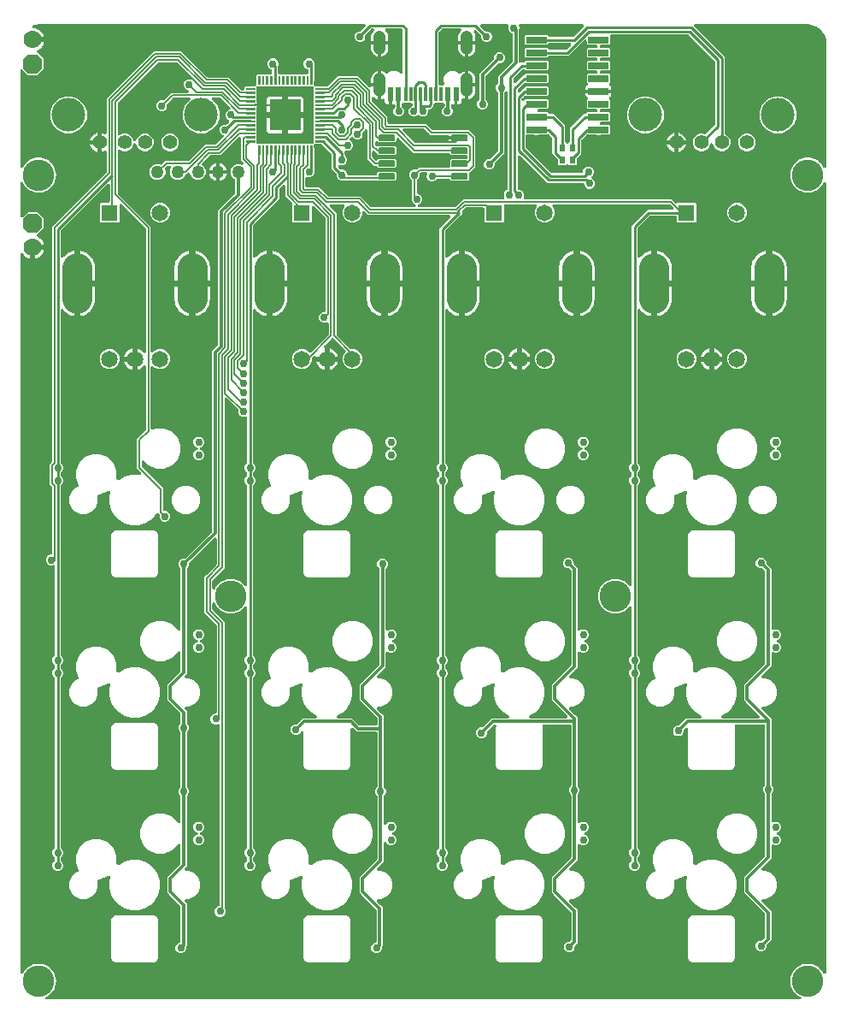
<source format=gbr>
G04 EAGLE Gerber RS-274X export*
G75*
%MOMM*%
%FSLAX34Y34*%
%LPD*%
%INTop Copper*%
%IPPOS*%
%AMOC8*
5,1,8,0,0,1.08239X$1,22.5*%
G01*
%ADD10C,0.758000*%
%ADD11R,1.650000X1.650000*%
%ADD12C,1.650000*%
%ADD13C,3.000000*%
%ADD14P,2.089446X8X112.500000*%
%ADD15P,2.089446X8X292.500000*%
%ADD16C,1.778000*%
%ADD17C,0.145000*%
%ADD18C,0.050000*%
%ADD19R,3.100000X3.100000*%
%ADD20C,1.422400*%
%ADD21C,3.327400*%
%ADD22R,2.032000X0.660400*%
%ADD23R,0.600000X1.450000*%
%ADD24R,0.300000X1.450000*%
%ADD25C,1.158000*%
%ADD26R,0.600000X0.700000*%
%ADD27C,1.270000*%
%ADD28C,0.152400*%
%ADD29C,0.756400*%
%ADD30C,0.254000*%
%ADD31C,3.116000*%
%ADD32C,0.304800*%
%ADD33C,0.200000*%

G36*
X849248Y76905D02*
X849248Y76905D01*
X849298Y76903D01*
X849421Y76925D01*
X849544Y76939D01*
X849592Y76956D01*
X849641Y76965D01*
X849755Y77015D01*
X849872Y77057D01*
X849915Y77084D01*
X849961Y77104D01*
X850061Y77178D01*
X850165Y77246D01*
X850200Y77282D01*
X850241Y77312D01*
X850321Y77407D01*
X850407Y77496D01*
X850433Y77540D01*
X850466Y77578D01*
X850522Y77689D01*
X850586Y77795D01*
X850601Y77843D01*
X850624Y77888D01*
X850654Y78009D01*
X850692Y78127D01*
X850696Y78178D01*
X850709Y78226D01*
X850710Y78351D01*
X850720Y78475D01*
X850713Y78524D01*
X850714Y78575D01*
X850687Y78696D01*
X850669Y78819D01*
X850650Y78866D01*
X850639Y78915D01*
X850586Y79028D01*
X850540Y79143D01*
X850511Y79185D01*
X850490Y79230D01*
X850412Y79327D01*
X850341Y79429D01*
X850304Y79463D01*
X850272Y79502D01*
X850175Y79580D01*
X850082Y79663D01*
X850038Y79687D01*
X849999Y79718D01*
X849781Y79830D01*
X847561Y80749D01*
X847138Y81172D01*
X847034Y81255D01*
X846933Y81344D01*
X846890Y81369D01*
X846865Y81389D01*
X846820Y81410D01*
X846722Y81467D01*
X846387Y81629D01*
X845281Y83016D01*
X845245Y83051D01*
X845167Y83143D01*
X842749Y85561D01*
X842289Y86672D01*
X842255Y86733D01*
X842245Y86759D01*
X842237Y86771D01*
X842209Y86836D01*
X842144Y86933D01*
X842120Y86976D01*
X842100Y86998D01*
X842073Y87039D01*
X841553Y87691D01*
X841196Y89256D01*
X841194Y89261D01*
X841193Y89267D01*
X841118Y89500D01*
X840145Y91848D01*
X840145Y93686D01*
X840144Y93699D01*
X840144Y93707D01*
X840140Y93737D01*
X840142Y93783D01*
X840107Y94025D01*
X839827Y95250D01*
X840107Y96475D01*
X840112Y96524D01*
X840126Y96570D01*
X840145Y96814D01*
X840145Y98652D01*
X841118Y101000D01*
X841119Y101006D01*
X841122Y101011D01*
X841196Y101244D01*
X841553Y102809D01*
X842073Y103461D01*
X842121Y103539D01*
X842178Y103611D01*
X842231Y103715D01*
X842258Y103757D01*
X842267Y103785D01*
X842289Y103828D01*
X842749Y104939D01*
X845167Y107357D01*
X845198Y107396D01*
X845281Y107484D01*
X846387Y108871D01*
X846722Y109033D01*
X846835Y109104D01*
X846952Y109170D01*
X846991Y109202D01*
X847017Y109219D01*
X847027Y109230D01*
X847034Y109234D01*
X847063Y109264D01*
X847138Y109328D01*
X847561Y109751D01*
X852182Y111665D01*
X852210Y111681D01*
X852260Y111700D01*
X853409Y112253D01*
X853432Y112256D01*
X853604Y112276D01*
X853606Y112276D01*
X853608Y112277D01*
X853840Y112352D01*
X853848Y112355D01*
X860652Y112355D01*
X860660Y112352D01*
X860662Y112351D01*
X860663Y112350D01*
X860831Y112303D01*
X860995Y112256D01*
X860997Y112256D01*
X860999Y112255D01*
X861104Y112247D01*
X862240Y111700D01*
X862270Y111689D01*
X862318Y111665D01*
X866939Y109751D01*
X867362Y109328D01*
X867466Y109245D01*
X867549Y109170D01*
X867554Y109168D01*
X867567Y109156D01*
X867610Y109131D01*
X867635Y109111D01*
X867680Y109090D01*
X867778Y109033D01*
X868113Y108871D01*
X869219Y107484D01*
X869255Y107449D01*
X869333Y107357D01*
X871751Y104939D01*
X872211Y103828D01*
X872255Y103748D01*
X872291Y103664D01*
X872356Y103567D01*
X872380Y103524D01*
X872400Y103502D01*
X872427Y103461D01*
X872887Y102885D01*
X872895Y102877D01*
X872901Y102868D01*
X873018Y102755D01*
X873134Y102639D01*
X873143Y102634D01*
X873151Y102626D01*
X873291Y102542D01*
X873430Y102456D01*
X873441Y102453D01*
X873450Y102447D01*
X873606Y102397D01*
X873760Y102345D01*
X873772Y102344D01*
X873782Y102341D01*
X873945Y102328D01*
X874107Y102312D01*
X874119Y102314D01*
X874130Y102313D01*
X874290Y102337D01*
X874453Y102359D01*
X874463Y102363D01*
X874474Y102364D01*
X874626Y102425D01*
X874778Y102483D01*
X874788Y102489D01*
X874798Y102493D01*
X874932Y102586D01*
X875068Y102677D01*
X875075Y102686D01*
X875084Y102692D01*
X875193Y102813D01*
X875305Y102933D01*
X875310Y102942D01*
X875318Y102951D01*
X875397Y103094D01*
X875478Y103235D01*
X875481Y103246D01*
X875486Y103256D01*
X875531Y103414D01*
X875577Y103569D01*
X875578Y103580D01*
X875581Y103591D01*
X875601Y103835D01*
X875601Y884384D01*
X875599Y884395D01*
X875601Y884406D01*
X875580Y884568D01*
X875561Y884730D01*
X875557Y884740D01*
X875556Y884752D01*
X875499Y884904D01*
X875443Y885058D01*
X875437Y885068D01*
X875433Y885078D01*
X875344Y885213D01*
X875254Y885351D01*
X875246Y885359D01*
X875240Y885368D01*
X875122Y885479D01*
X875004Y885593D01*
X874994Y885599D01*
X874986Y885606D01*
X874845Y885688D01*
X874705Y885772D01*
X874694Y885775D01*
X874684Y885781D01*
X874528Y885828D01*
X874373Y885878D01*
X874361Y885879D01*
X874351Y885882D01*
X874188Y885893D01*
X874025Y885906D01*
X874014Y885904D01*
X874003Y885905D01*
X873842Y885878D01*
X873681Y885854D01*
X873670Y885850D01*
X873659Y885848D01*
X873509Y885786D01*
X873357Y885726D01*
X873348Y885719D01*
X873337Y885715D01*
X873204Y885619D01*
X873071Y885527D01*
X873063Y885518D01*
X873054Y885512D01*
X872887Y885333D01*
X872427Y884757D01*
X872379Y884680D01*
X872322Y884608D01*
X872269Y884504D01*
X872242Y884462D01*
X872233Y884434D01*
X872211Y884390D01*
X871751Y883280D01*
X869333Y880862D01*
X869302Y880823D01*
X869219Y880735D01*
X868113Y879347D01*
X867778Y879186D01*
X867665Y879114D01*
X867548Y879049D01*
X867509Y879016D01*
X867483Y879000D01*
X867448Y878964D01*
X867362Y878891D01*
X866939Y878468D01*
X862318Y876554D01*
X862290Y876538D01*
X862240Y876519D01*
X861091Y875966D01*
X861068Y875963D01*
X860896Y875943D01*
X860894Y875942D01*
X860892Y875942D01*
X860660Y875867D01*
X860652Y875864D01*
X853848Y875864D01*
X853840Y875867D01*
X853838Y875868D01*
X853837Y875869D01*
X853669Y875916D01*
X853505Y875963D01*
X853503Y875963D01*
X853501Y875963D01*
X853396Y875972D01*
X852260Y876519D01*
X852230Y876530D01*
X852182Y876554D01*
X847561Y878468D01*
X847138Y878891D01*
X847034Y878974D01*
X846933Y879062D01*
X846890Y879088D01*
X846865Y879107D01*
X846820Y879129D01*
X846722Y879186D01*
X846387Y879347D01*
X845281Y880735D01*
X845245Y880770D01*
X845167Y880862D01*
X842749Y883280D01*
X842289Y884390D01*
X842245Y884470D01*
X842209Y884554D01*
X842144Y884651D01*
X842120Y884695D01*
X842100Y884717D01*
X842073Y884757D01*
X841553Y885409D01*
X841196Y886974D01*
X841194Y886980D01*
X841193Y886986D01*
X841118Y887218D01*
X840145Y889566D01*
X840145Y891405D01*
X840140Y891453D01*
X840142Y891502D01*
X840107Y891744D01*
X839827Y892969D01*
X840107Y894194D01*
X840112Y894242D01*
X840126Y894289D01*
X840145Y894533D01*
X840145Y896371D01*
X841118Y898719D01*
X841119Y898725D01*
X841122Y898730D01*
X841196Y898963D01*
X841553Y900528D01*
X842073Y901180D01*
X842121Y901258D01*
X842178Y901329D01*
X842231Y901433D01*
X842258Y901476D01*
X842267Y901504D01*
X842289Y901547D01*
X842749Y902658D01*
X845167Y905075D01*
X845198Y905115D01*
X845281Y905203D01*
X846387Y906590D01*
X846722Y906752D01*
X846835Y906823D01*
X846952Y906888D01*
X846991Y906921D01*
X847017Y906938D01*
X847052Y906973D01*
X847138Y907047D01*
X847561Y907469D01*
X852182Y909384D01*
X852210Y909399D01*
X852260Y909419D01*
X853409Y909972D01*
X853435Y909975D01*
X853604Y909994D01*
X853606Y909995D01*
X853608Y909995D01*
X853840Y910070D01*
X853848Y910073D01*
X860652Y910073D01*
X860660Y910070D01*
X860662Y910070D01*
X860663Y910069D01*
X860830Y910022D01*
X860995Y909975D01*
X860997Y909975D01*
X860999Y909974D01*
X861104Y909966D01*
X862240Y909419D01*
X862270Y909408D01*
X862318Y909384D01*
X866939Y907469D01*
X867362Y907047D01*
X867466Y906964D01*
X867567Y906875D01*
X867610Y906849D01*
X867635Y906830D01*
X867680Y906809D01*
X867778Y906752D01*
X868113Y906590D01*
X869219Y905203D01*
X869255Y905167D01*
X869333Y905075D01*
X871751Y902658D01*
X872211Y901547D01*
X872255Y901467D01*
X872291Y901383D01*
X872356Y901286D01*
X872380Y901242D01*
X872400Y901220D01*
X872427Y901180D01*
X872887Y900604D01*
X872895Y900596D01*
X872901Y900587D01*
X873018Y900474D01*
X873134Y900358D01*
X873143Y900352D01*
X873151Y900345D01*
X873291Y900261D01*
X873430Y900175D01*
X873441Y900171D01*
X873450Y900166D01*
X873605Y900116D01*
X873760Y900064D01*
X873772Y900063D01*
X873782Y900059D01*
X873944Y900046D01*
X874107Y900031D01*
X874119Y900032D01*
X874130Y900031D01*
X874291Y900056D01*
X874453Y900078D01*
X874463Y900081D01*
X874474Y900083D01*
X874626Y900143D01*
X874778Y900201D01*
X874788Y900208D01*
X874798Y900212D01*
X874932Y900305D01*
X875067Y900396D01*
X875075Y900404D01*
X875084Y900411D01*
X875193Y900532D01*
X875305Y900651D01*
X875310Y900661D01*
X875318Y900670D01*
X875397Y900813D01*
X875478Y900954D01*
X875481Y900965D01*
X875486Y900975D01*
X875531Y901131D01*
X875577Y901288D01*
X875578Y901299D01*
X875581Y901310D01*
X875601Y901554D01*
X875601Y1023938D01*
X875596Y1023980D01*
X875596Y1024057D01*
X875389Y1026689D01*
X875378Y1026746D01*
X875376Y1026803D01*
X875326Y1027013D01*
X875322Y1027031D01*
X875320Y1027035D01*
X875319Y1027041D01*
X873692Y1032048D01*
X873644Y1032154D01*
X873603Y1032264D01*
X873564Y1032327D01*
X873547Y1032365D01*
X873520Y1032400D01*
X873476Y1032472D01*
X870381Y1036732D01*
X870302Y1036818D01*
X870230Y1036910D01*
X870173Y1036958D01*
X870145Y1036988D01*
X870109Y1037013D01*
X870044Y1037069D01*
X865785Y1040163D01*
X865683Y1040221D01*
X865586Y1040286D01*
X865517Y1040314D01*
X865481Y1040335D01*
X865438Y1040347D01*
X865360Y1040380D01*
X860353Y1042007D01*
X860297Y1042018D01*
X860243Y1042038D01*
X860030Y1042072D01*
X860012Y1042076D01*
X860008Y1042075D01*
X860002Y1042076D01*
X857370Y1042284D01*
X857327Y1042282D01*
X857250Y1042288D01*
X746089Y1042288D01*
X745989Y1042277D01*
X745889Y1042275D01*
X745817Y1042257D01*
X745743Y1042248D01*
X745648Y1042215D01*
X745551Y1042190D01*
X745485Y1042156D01*
X745415Y1042131D01*
X745330Y1042076D01*
X745241Y1042030D01*
X745184Y1041982D01*
X745122Y1041942D01*
X745052Y1041870D01*
X744976Y1041805D01*
X744931Y1041745D01*
X744880Y1041691D01*
X744828Y1041605D01*
X744768Y1041524D01*
X744739Y1041456D01*
X744701Y1041392D01*
X744670Y1041296D01*
X744630Y1041204D01*
X744617Y1041131D01*
X744595Y1041060D01*
X744586Y1040960D01*
X744569Y1040861D01*
X744573Y1040787D01*
X744567Y1040713D01*
X744581Y1040613D01*
X744587Y1040513D01*
X744607Y1040442D01*
X744618Y1040368D01*
X744655Y1040275D01*
X744683Y1040178D01*
X744719Y1040113D01*
X744747Y1040044D01*
X744804Y1039962D01*
X744853Y1039874D01*
X744918Y1039798D01*
X744946Y1039758D01*
X744972Y1039734D01*
X745012Y1039688D01*
X774828Y1009872D01*
X774828Y934531D01*
X774836Y934455D01*
X774835Y934378D01*
X774856Y934282D01*
X774868Y934184D01*
X774893Y934112D01*
X774910Y934038D01*
X774952Y933949D01*
X774985Y933856D01*
X775027Y933792D01*
X775059Y933723D01*
X775121Y933646D01*
X775174Y933563D01*
X775229Y933510D01*
X775277Y933451D01*
X775354Y933390D01*
X775425Y933321D01*
X775490Y933282D01*
X775550Y933235D01*
X775683Y933167D01*
X775724Y933142D01*
X775742Y933137D01*
X775768Y933123D01*
X776925Y932644D01*
X779355Y930214D01*
X780670Y927040D01*
X780670Y923604D01*
X779355Y920430D01*
X776925Y918000D01*
X773751Y916685D01*
X770315Y916685D01*
X767141Y918000D01*
X764711Y920430D01*
X763407Y923577D01*
X763359Y923665D01*
X763319Y923757D01*
X763274Y923817D01*
X763238Y923882D01*
X763171Y923956D01*
X763111Y924037D01*
X763054Y924085D01*
X763004Y924140D01*
X762921Y924197D01*
X762845Y924262D01*
X762778Y924296D01*
X762717Y924338D01*
X762624Y924375D01*
X762534Y924421D01*
X762462Y924439D01*
X762393Y924466D01*
X762293Y924481D01*
X762196Y924505D01*
X762122Y924506D01*
X762048Y924517D01*
X761948Y924509D01*
X761848Y924510D01*
X761775Y924494D01*
X761701Y924488D01*
X761605Y924457D01*
X761507Y924436D01*
X761440Y924404D01*
X761369Y924381D01*
X761283Y924329D01*
X761192Y924286D01*
X761134Y924240D01*
X761071Y924201D01*
X760998Y924131D01*
X760920Y924069D01*
X760874Y924010D01*
X760821Y923959D01*
X760766Y923874D01*
X760704Y923795D01*
X760658Y923706D01*
X760632Y923665D01*
X760620Y923632D01*
X760593Y923577D01*
X759289Y920430D01*
X756859Y918000D01*
X753685Y916685D01*
X750249Y916685D01*
X747075Y918000D01*
X744645Y920430D01*
X743330Y923604D01*
X743330Y927040D01*
X744645Y930214D01*
X747075Y932644D01*
X750249Y933959D01*
X753685Y933959D01*
X754842Y933479D01*
X754916Y933458D01*
X754986Y933428D01*
X755083Y933411D01*
X755177Y933384D01*
X755254Y933380D01*
X755329Y933366D01*
X755427Y933372D01*
X755525Y933367D01*
X755601Y933380D01*
X755677Y933384D01*
X755771Y933412D01*
X755868Y933429D01*
X755938Y933460D01*
X756012Y933481D01*
X756098Y933529D01*
X756188Y933568D01*
X756249Y933614D01*
X756316Y933651D01*
X756430Y933748D01*
X756468Y933776D01*
X756480Y933791D01*
X756502Y933810D01*
X764728Y942035D01*
X764807Y942134D01*
X764891Y942228D01*
X764915Y942271D01*
X764945Y942308D01*
X764999Y942423D01*
X765060Y942533D01*
X765073Y942580D01*
X765094Y942624D01*
X765120Y942747D01*
X765155Y942869D01*
X765160Y942930D01*
X765167Y942964D01*
X765166Y943012D01*
X765174Y943113D01*
X765174Y1005242D01*
X765160Y1005368D01*
X765153Y1005494D01*
X765140Y1005541D01*
X765134Y1005589D01*
X765092Y1005708D01*
X765057Y1005829D01*
X765033Y1005871D01*
X765017Y1005917D01*
X764948Y1006023D01*
X764887Y1006133D01*
X764847Y1006180D01*
X764828Y1006210D01*
X764793Y1006243D01*
X764728Y1006320D01*
X739289Y1031759D01*
X739190Y1031838D01*
X739096Y1031922D01*
X739053Y1031946D01*
X739016Y1031976D01*
X738901Y1032030D01*
X738791Y1032091D01*
X738744Y1032104D01*
X738700Y1032125D01*
X738577Y1032151D01*
X738455Y1032186D01*
X738394Y1032191D01*
X738360Y1032198D01*
X738312Y1032197D01*
X738211Y1032205D01*
X663067Y1032205D01*
X663041Y1032202D01*
X663015Y1032204D01*
X662868Y1032182D01*
X662721Y1032165D01*
X662696Y1032157D01*
X662670Y1032153D01*
X662532Y1032098D01*
X662393Y1032048D01*
X662371Y1032034D01*
X662346Y1032024D01*
X662225Y1031939D01*
X662100Y1031859D01*
X662082Y1031840D01*
X662060Y1031825D01*
X661961Y1031715D01*
X661858Y1031608D01*
X661844Y1031586D01*
X661827Y1031566D01*
X661755Y1031436D01*
X661679Y1031309D01*
X661671Y1031284D01*
X661658Y1031261D01*
X661618Y1031118D01*
X661573Y1030977D01*
X661571Y1030951D01*
X661563Y1030926D01*
X661544Y1030682D01*
X661544Y1022782D01*
X660651Y1021889D01*
X652376Y1021889D01*
X652208Y1021869D01*
X652038Y1021851D01*
X652034Y1021849D01*
X652030Y1021849D01*
X651870Y1021792D01*
X651709Y1021735D01*
X651706Y1021733D01*
X651702Y1021732D01*
X651558Y1021638D01*
X651415Y1021547D01*
X651412Y1021545D01*
X651409Y1021542D01*
X651289Y1021418D01*
X651172Y1021298D01*
X651170Y1021295D01*
X651167Y1021292D01*
X651078Y1021143D01*
X650991Y1021000D01*
X650990Y1020996D01*
X650988Y1020993D01*
X650936Y1020831D01*
X650883Y1020668D01*
X650883Y1020664D01*
X650882Y1020661D01*
X650868Y1020493D01*
X650854Y1020321D01*
X650854Y1020317D01*
X650854Y1020313D01*
X650879Y1020143D01*
X650904Y1019976D01*
X650905Y1019973D01*
X650906Y1019969D01*
X650970Y1019808D01*
X651031Y1019652D01*
X651033Y1019649D01*
X651034Y1019645D01*
X651131Y1019506D01*
X651228Y1019365D01*
X651231Y1019362D01*
X651233Y1019359D01*
X651358Y1019246D01*
X651486Y1019130D01*
X651490Y1019127D01*
X651492Y1019125D01*
X651505Y1019118D01*
X651695Y1019003D01*
X651748Y1018984D01*
X651797Y1018957D01*
X651911Y1018925D01*
X652023Y1018884D01*
X652079Y1018877D01*
X652133Y1018862D01*
X652354Y1018844D01*
X652369Y1018842D01*
X652372Y1018843D01*
X652376Y1018842D01*
X660651Y1018842D01*
X661544Y1017949D01*
X661544Y1010082D01*
X660651Y1009189D01*
X652376Y1009189D01*
X652321Y1009182D01*
X652264Y1009185D01*
X652148Y1009163D01*
X652030Y1009149D01*
X651977Y1009130D01*
X651922Y1009120D01*
X651717Y1009037D01*
X651702Y1009032D01*
X651702Y1009031D01*
X651699Y1009030D01*
X651695Y1009028D01*
X651553Y1008935D01*
X651409Y1008842D01*
X651407Y1008840D01*
X651403Y1008838D01*
X651286Y1008715D01*
X651167Y1008592D01*
X651165Y1008588D01*
X651162Y1008586D01*
X651076Y1008440D01*
X650988Y1008293D01*
X650987Y1008289D01*
X650985Y1008286D01*
X650934Y1008123D01*
X650882Y1007961D01*
X650882Y1007957D01*
X650880Y1007953D01*
X650867Y1007781D01*
X650854Y1007613D01*
X650855Y1007610D01*
X650854Y1007606D01*
X650880Y1007438D01*
X650906Y1007269D01*
X650907Y1007265D01*
X650908Y1007261D01*
X650971Y1007104D01*
X651034Y1006945D01*
X651037Y1006942D01*
X651038Y1006938D01*
X651136Y1006798D01*
X651233Y1006659D01*
X651236Y1006656D01*
X651238Y1006653D01*
X651366Y1006539D01*
X651492Y1006425D01*
X651496Y1006423D01*
X651498Y1006421D01*
X651645Y1006341D01*
X651797Y1006257D01*
X651801Y1006256D01*
X651804Y1006254D01*
X651965Y1006209D01*
X652133Y1006162D01*
X652137Y1006162D01*
X652140Y1006161D01*
X652155Y1006160D01*
X652376Y1006142D01*
X660651Y1006142D01*
X661544Y1005249D01*
X661544Y997382D01*
X660651Y996489D01*
X652376Y996489D01*
X652321Y996482D01*
X652264Y996485D01*
X652148Y996463D01*
X652030Y996449D01*
X651977Y996430D01*
X651922Y996420D01*
X651717Y996337D01*
X651702Y996332D01*
X651702Y996331D01*
X651699Y996330D01*
X651695Y996328D01*
X651553Y996235D01*
X651409Y996142D01*
X651407Y996140D01*
X651403Y996138D01*
X651285Y996014D01*
X651167Y995892D01*
X651165Y995888D01*
X651162Y995886D01*
X651076Y995740D01*
X650988Y995593D01*
X650987Y995589D01*
X650985Y995586D01*
X650934Y995423D01*
X650882Y995261D01*
X650882Y995257D01*
X650880Y995253D01*
X650868Y995083D01*
X650854Y994913D01*
X650855Y994910D01*
X650854Y994906D01*
X650880Y994738D01*
X650906Y994569D01*
X650907Y994565D01*
X650908Y994561D01*
X650971Y994404D01*
X651034Y994245D01*
X651037Y994242D01*
X651038Y994238D01*
X651137Y994098D01*
X651233Y993959D01*
X651236Y993956D01*
X651238Y993953D01*
X651366Y993839D01*
X651492Y993725D01*
X651496Y993723D01*
X651498Y993721D01*
X651645Y993641D01*
X651797Y993557D01*
X651801Y993556D01*
X651804Y993554D01*
X651965Y993509D01*
X652133Y993462D01*
X652137Y993462D01*
X652140Y993461D01*
X652155Y993460D01*
X652376Y993442D01*
X660651Y993442D01*
X661544Y992549D01*
X661544Y984682D01*
X660785Y983923D01*
X660753Y983883D01*
X660715Y983849D01*
X660645Y983747D01*
X660568Y983650D01*
X660547Y983604D01*
X660518Y983562D01*
X660472Y983447D01*
X660419Y983335D01*
X660409Y983285D01*
X660390Y983238D01*
X660372Y983115D01*
X660346Y982995D01*
X660347Y982944D01*
X660340Y982893D01*
X660350Y982770D01*
X660352Y982646D01*
X660364Y982597D01*
X660369Y982546D01*
X660407Y982428D01*
X660437Y982308D01*
X660460Y982263D01*
X660476Y982214D01*
X660540Y982108D01*
X660597Y981998D01*
X660630Y981959D01*
X660656Y981916D01*
X660742Y981827D01*
X660822Y981733D01*
X660864Y981702D01*
X660899Y981666D01*
X661100Y981527D01*
X661579Y981251D01*
X662052Y980778D01*
X662387Y980198D01*
X662560Y979552D01*
X662560Y977566D01*
X649986Y977566D01*
X649960Y977563D01*
X649934Y977565D01*
X649867Y977555D01*
X649732Y977566D01*
X637158Y977566D01*
X637158Y979552D01*
X637331Y980198D01*
X637666Y980778D01*
X638139Y981251D01*
X638618Y981527D01*
X638659Y981557D01*
X638704Y981581D01*
X638798Y981661D01*
X638897Y981735D01*
X638930Y981774D01*
X638969Y981807D01*
X639043Y981906D01*
X639123Y982000D01*
X639146Y982046D01*
X639176Y982087D01*
X639225Y982200D01*
X639282Y982311D01*
X639294Y982360D01*
X639314Y982407D01*
X639336Y982529D01*
X639366Y982649D01*
X639367Y982700D01*
X639376Y982750D01*
X639370Y982874D01*
X639372Y982997D01*
X639361Y983047D01*
X639358Y983098D01*
X639324Y983217D01*
X639298Y983338D01*
X639276Y983384D01*
X639262Y983433D01*
X639201Y983541D01*
X639148Y983653D01*
X639116Y983693D01*
X639092Y983737D01*
X638933Y983923D01*
X638174Y984682D01*
X638174Y992549D01*
X639067Y993442D01*
X647342Y993442D01*
X647510Y993462D01*
X647680Y993480D01*
X647684Y993482D01*
X647688Y993482D01*
X647848Y993540D01*
X648009Y993596D01*
X648012Y993598D01*
X648016Y993600D01*
X648160Y993693D01*
X648303Y993784D01*
X648306Y993787D01*
X648309Y993789D01*
X648429Y993913D01*
X648546Y994033D01*
X648548Y994037D01*
X648551Y994039D01*
X648640Y994188D01*
X648727Y994331D01*
X648728Y994335D01*
X648730Y994338D01*
X648782Y994500D01*
X648835Y994663D01*
X648835Y994667D01*
X648836Y994670D01*
X648850Y994839D01*
X648864Y995010D01*
X648864Y995014D01*
X648864Y995018D01*
X648839Y995188D01*
X648814Y995355D01*
X648813Y995359D01*
X648812Y995362D01*
X648749Y995523D01*
X648687Y995680D01*
X648685Y995683D01*
X648684Y995686D01*
X648587Y995826D01*
X648490Y995967D01*
X648487Y995969D01*
X648485Y995972D01*
X648360Y996085D01*
X648232Y996201D01*
X648228Y996204D01*
X648226Y996206D01*
X648213Y996213D01*
X648023Y996328D01*
X647970Y996347D01*
X647924Y996373D01*
X647921Y996374D01*
X647807Y996407D01*
X647695Y996447D01*
X647639Y996454D01*
X647585Y996469D01*
X647364Y996487D01*
X647349Y996489D01*
X647346Y996489D01*
X647342Y996489D01*
X639067Y996489D01*
X638174Y997382D01*
X638174Y1005249D01*
X639067Y1006142D01*
X647342Y1006142D01*
X647510Y1006162D01*
X647680Y1006180D01*
X647684Y1006182D01*
X647688Y1006182D01*
X647848Y1006240D01*
X648009Y1006296D01*
X648012Y1006298D01*
X648016Y1006300D01*
X648160Y1006393D01*
X648303Y1006484D01*
X648306Y1006487D01*
X648309Y1006489D01*
X648429Y1006613D01*
X648546Y1006733D01*
X648548Y1006737D01*
X648551Y1006739D01*
X648638Y1006885D01*
X648727Y1007031D01*
X648728Y1007035D01*
X648730Y1007038D01*
X648782Y1007201D01*
X648835Y1007363D01*
X648835Y1007367D01*
X648836Y1007370D01*
X648850Y1007539D01*
X648864Y1007710D01*
X648864Y1007714D01*
X648864Y1007718D01*
X648839Y1007888D01*
X648814Y1008055D01*
X648813Y1008059D01*
X648812Y1008062D01*
X648749Y1008223D01*
X648687Y1008380D01*
X648685Y1008383D01*
X648684Y1008386D01*
X648587Y1008526D01*
X648490Y1008667D01*
X648487Y1008669D01*
X648485Y1008672D01*
X648360Y1008785D01*
X648232Y1008901D01*
X648228Y1008904D01*
X648226Y1008906D01*
X648213Y1008913D01*
X648023Y1009028D01*
X647970Y1009047D01*
X647938Y1009065D01*
X647921Y1009074D01*
X647807Y1009107D01*
X647695Y1009147D01*
X647639Y1009154D01*
X647585Y1009169D01*
X647364Y1009187D01*
X647349Y1009189D01*
X647346Y1009189D01*
X647342Y1009189D01*
X639067Y1009189D01*
X638174Y1010082D01*
X638174Y1017949D01*
X639067Y1018842D01*
X647342Y1018842D01*
X647397Y1018849D01*
X647454Y1018846D01*
X647570Y1018869D01*
X647688Y1018882D01*
X647741Y1018901D01*
X647796Y1018912D01*
X648001Y1018995D01*
X648016Y1019000D01*
X648019Y1019001D01*
X648023Y1019003D01*
X648165Y1019096D01*
X648309Y1019189D01*
X648311Y1019192D01*
X648315Y1019194D01*
X648432Y1019316D01*
X648551Y1019439D01*
X648553Y1019443D01*
X648556Y1019446D01*
X648642Y1019592D01*
X648730Y1019739D01*
X648731Y1019742D01*
X648733Y1019746D01*
X648783Y1019905D01*
X648836Y1020070D01*
X648836Y1020074D01*
X648838Y1020078D01*
X648850Y1020248D01*
X648864Y1020418D01*
X648863Y1020422D01*
X648864Y1020426D01*
X648838Y1020593D01*
X648812Y1020762D01*
X648811Y1020766D01*
X648810Y1020770D01*
X648747Y1020927D01*
X648684Y1021086D01*
X648681Y1021090D01*
X648680Y1021093D01*
X648582Y1021233D01*
X648485Y1021373D01*
X648482Y1021375D01*
X648480Y1021378D01*
X648352Y1021492D01*
X648226Y1021606D01*
X648222Y1021608D01*
X648220Y1021610D01*
X648073Y1021691D01*
X647921Y1021774D01*
X647917Y1021776D01*
X647914Y1021777D01*
X647753Y1021822D01*
X647585Y1021869D01*
X647581Y1021870D01*
X647578Y1021870D01*
X647563Y1021871D01*
X647342Y1021889D01*
X639067Y1021889D01*
X638174Y1022782D01*
X638174Y1025544D01*
X638163Y1025644D01*
X638161Y1025745D01*
X638143Y1025817D01*
X638134Y1025891D01*
X638101Y1025985D01*
X638076Y1026083D01*
X638042Y1026149D01*
X638017Y1026219D01*
X637962Y1026303D01*
X637916Y1026392D01*
X637868Y1026449D01*
X637828Y1026512D01*
X637756Y1026581D01*
X637691Y1026658D01*
X637631Y1026702D01*
X637577Y1026754D01*
X637491Y1026805D01*
X637410Y1026865D01*
X637342Y1026894D01*
X637278Y1026933D01*
X637182Y1026963D01*
X637090Y1027003D01*
X637017Y1027016D01*
X636946Y1027039D01*
X636846Y1027047D01*
X636747Y1027065D01*
X636673Y1027061D01*
X636599Y1027067D01*
X636499Y1027052D01*
X636399Y1027047D01*
X636328Y1027026D01*
X636254Y1027015D01*
X636161Y1026978D01*
X636064Y1026950D01*
X635999Y1026914D01*
X635930Y1026886D01*
X635848Y1026829D01*
X635760Y1026780D01*
X635684Y1026715D01*
X635644Y1026687D01*
X635620Y1026661D01*
X635574Y1026622D01*
X620173Y1011221D01*
X601599Y1011221D01*
X601573Y1011218D01*
X601547Y1011220D01*
X601400Y1011198D01*
X601253Y1011181D01*
X601228Y1011172D01*
X601202Y1011168D01*
X601064Y1011114D01*
X600925Y1011064D01*
X600903Y1011049D01*
X600878Y1011040D01*
X600757Y1010955D01*
X600632Y1010874D01*
X600614Y1010856D01*
X600592Y1010841D01*
X600493Y1010731D01*
X600390Y1010624D01*
X600376Y1010601D01*
X600359Y1010582D01*
X600287Y1010452D01*
X600211Y1010325D01*
X600203Y1010300D01*
X600190Y1010277D01*
X600158Y1010165D01*
X599183Y1009189D01*
X577599Y1009189D01*
X576706Y1010082D01*
X576706Y1017949D01*
X577599Y1018842D01*
X599183Y1018842D01*
X600155Y1017870D01*
X600183Y1017799D01*
X600233Y1017659D01*
X600247Y1017637D01*
X600257Y1017613D01*
X600342Y1017491D01*
X600422Y1017366D01*
X600441Y1017348D01*
X600456Y1017327D01*
X600566Y1017228D01*
X600673Y1017124D01*
X600695Y1017111D01*
X600715Y1017093D01*
X600845Y1017022D01*
X600972Y1016945D01*
X600997Y1016937D01*
X601020Y1016925D01*
X601163Y1016884D01*
X601304Y1016839D01*
X601330Y1016837D01*
X601355Y1016830D01*
X601599Y1016810D01*
X617227Y1016810D01*
X617353Y1016825D01*
X617479Y1016831D01*
X617525Y1016845D01*
X617573Y1016850D01*
X617692Y1016893D01*
X617814Y1016928D01*
X617856Y1016951D01*
X617901Y1016968D01*
X618008Y1017036D01*
X618118Y1017098D01*
X618164Y1017137D01*
X618194Y1017157D01*
X618228Y1017192D01*
X618304Y1017257D01*
X622368Y1021321D01*
X622431Y1021399D01*
X622500Y1021471D01*
X622539Y1021535D01*
X622585Y1021594D01*
X622628Y1021684D01*
X622679Y1021771D01*
X622702Y1021841D01*
X622734Y1021909D01*
X622755Y1022007D01*
X622785Y1022102D01*
X622791Y1022177D01*
X622807Y1022249D01*
X622805Y1022350D01*
X622813Y1022450D01*
X622802Y1022523D01*
X622801Y1022598D01*
X622777Y1022695D01*
X622762Y1022794D01*
X622734Y1022864D01*
X622716Y1022936D01*
X622670Y1023025D01*
X622633Y1023118D01*
X622591Y1023179D01*
X622557Y1023246D01*
X622491Y1023322D01*
X622434Y1023405D01*
X622379Y1023454D01*
X622331Y1023511D01*
X622250Y1023571D01*
X622175Y1023638D01*
X622110Y1023674D01*
X622050Y1023718D01*
X621958Y1023758D01*
X621870Y1023806D01*
X621799Y1023827D01*
X621730Y1023856D01*
X621632Y1023874D01*
X621535Y1023901D01*
X621435Y1023909D01*
X621387Y1023918D01*
X621352Y1023916D01*
X621291Y1023921D01*
X601599Y1023921D01*
X601573Y1023918D01*
X601547Y1023920D01*
X601400Y1023898D01*
X601253Y1023881D01*
X601228Y1023872D01*
X601202Y1023868D01*
X601064Y1023814D01*
X600925Y1023764D01*
X600903Y1023749D01*
X600878Y1023740D01*
X600757Y1023655D01*
X600632Y1023574D01*
X600614Y1023556D01*
X600592Y1023541D01*
X600493Y1023431D01*
X600390Y1023324D01*
X600376Y1023301D01*
X600359Y1023282D01*
X600287Y1023152D01*
X600211Y1023025D01*
X600203Y1023000D01*
X600190Y1022977D01*
X600158Y1022865D01*
X599183Y1021889D01*
X577599Y1021889D01*
X576706Y1022782D01*
X576706Y1030649D01*
X577599Y1031542D01*
X599183Y1031542D01*
X600155Y1030570D01*
X600183Y1030499D01*
X600233Y1030359D01*
X600247Y1030337D01*
X600257Y1030313D01*
X600342Y1030191D01*
X600422Y1030066D01*
X600441Y1030048D01*
X600456Y1030027D01*
X600566Y1029928D01*
X600673Y1029824D01*
X600695Y1029811D01*
X600715Y1029793D01*
X600845Y1029722D01*
X600972Y1029645D01*
X600997Y1029637D01*
X601020Y1029625D01*
X601163Y1029584D01*
X601304Y1029539D01*
X601330Y1029537D01*
X601355Y1029530D01*
X601599Y1029510D01*
X624180Y1029510D01*
X624305Y1029525D01*
X624432Y1029531D01*
X624478Y1029545D01*
X624526Y1029550D01*
X624645Y1029593D01*
X624766Y1029628D01*
X624809Y1029651D01*
X624854Y1029668D01*
X624960Y1029736D01*
X625071Y1029798D01*
X625117Y1029837D01*
X625147Y1029857D01*
X625180Y1029891D01*
X625257Y1029957D01*
X634988Y1039688D01*
X635051Y1039766D01*
X635120Y1039839D01*
X635159Y1039903D01*
X635205Y1039961D01*
X635248Y1040052D01*
X635299Y1040138D01*
X635322Y1040209D01*
X635354Y1040276D01*
X635375Y1040374D01*
X635405Y1040470D01*
X635411Y1040544D01*
X635427Y1040617D01*
X635425Y1040717D01*
X635433Y1040817D01*
X635422Y1040891D01*
X635421Y1040965D01*
X635397Y1041062D01*
X635382Y1041162D01*
X635354Y1041231D01*
X635336Y1041303D01*
X635290Y1041393D01*
X635253Y1041486D01*
X635211Y1041547D01*
X635177Y1041613D01*
X635111Y1041690D01*
X635054Y1041772D01*
X634999Y1041822D01*
X634951Y1041878D01*
X634870Y1041938D01*
X634795Y1042005D01*
X634730Y1042041D01*
X634670Y1042086D01*
X634578Y1042125D01*
X634490Y1042174D01*
X634419Y1042194D01*
X634350Y1042224D01*
X634252Y1042241D01*
X634155Y1042269D01*
X634055Y1042277D01*
X634007Y1042285D01*
X633972Y1042283D01*
X633911Y1042288D01*
X572432Y1042288D01*
X572283Y1042271D01*
X572133Y1042259D01*
X572110Y1042251D01*
X572086Y1042248D01*
X571944Y1042198D01*
X571801Y1042151D01*
X571781Y1042139D01*
X571758Y1042131D01*
X571631Y1042049D01*
X571503Y1041972D01*
X571486Y1041955D01*
X571465Y1041942D01*
X571360Y1041833D01*
X571253Y1041729D01*
X571240Y1041709D01*
X571223Y1041691D01*
X571146Y1041562D01*
X571065Y1041436D01*
X571057Y1041413D01*
X571044Y1041392D01*
X570998Y1041249D01*
X570948Y1041107D01*
X570945Y1041083D01*
X570938Y1041060D01*
X570926Y1040911D01*
X570909Y1040761D01*
X570912Y1040737D01*
X570910Y1040713D01*
X570932Y1040564D01*
X570950Y1040415D01*
X570959Y1040387D01*
X570962Y1040368D01*
X570979Y1040324D01*
X571025Y1040182D01*
X571282Y1039563D01*
X571282Y1037451D01*
X571165Y1037169D01*
X571164Y1037167D01*
X571163Y1037165D01*
X571115Y1036996D01*
X571069Y1036834D01*
X571069Y1036832D01*
X571068Y1036830D01*
X571049Y1036586D01*
X571049Y1005634D01*
X571052Y1005607D01*
X571050Y1005581D01*
X571072Y1005435D01*
X571089Y1005287D01*
X571097Y1005263D01*
X571101Y1005237D01*
X571156Y1005099D01*
X571206Y1004959D01*
X571220Y1004937D01*
X571230Y1004913D01*
X571315Y1004791D01*
X571395Y1004666D01*
X571414Y1004648D01*
X571429Y1004627D01*
X571539Y1004528D01*
X571646Y1004424D01*
X571668Y1004411D01*
X571688Y1004393D01*
X571818Y1004322D01*
X571945Y1004245D01*
X571970Y1004237D01*
X571993Y1004225D01*
X572136Y1004184D01*
X572277Y1004139D01*
X572303Y1004137D01*
X572328Y1004130D01*
X572572Y1004110D01*
X575183Y1004110D01*
X575209Y1004113D01*
X575235Y1004111D01*
X575382Y1004133D01*
X575529Y1004150D01*
X575554Y1004159D01*
X575580Y1004163D01*
X575718Y1004218D01*
X575857Y1004268D01*
X575879Y1004282D01*
X575904Y1004292D01*
X576025Y1004376D01*
X576150Y1004457D01*
X576168Y1004476D01*
X576190Y1004491D01*
X576289Y1004600D01*
X576392Y1004707D01*
X576406Y1004730D01*
X576423Y1004749D01*
X576495Y1004879D01*
X576571Y1005006D01*
X576579Y1005031D01*
X576592Y1005054D01*
X576624Y1005166D01*
X577599Y1006142D01*
X599183Y1006142D01*
X600076Y1005249D01*
X600076Y997382D01*
X599183Y996489D01*
X577599Y996489D01*
X576597Y997491D01*
X576577Y997507D01*
X576560Y997527D01*
X576441Y997615D01*
X576324Y997708D01*
X576301Y997719D01*
X576280Y997734D01*
X576143Y997793D01*
X576009Y997856D01*
X575984Y997862D01*
X575960Y997872D01*
X575813Y997899D01*
X575669Y997930D01*
X575643Y997929D01*
X575617Y997934D01*
X575468Y997926D01*
X575320Y997924D01*
X575295Y997917D01*
X575269Y997916D01*
X575126Y997875D01*
X574982Y997839D01*
X574959Y997827D01*
X574934Y997820D01*
X574804Y997747D01*
X574672Y997679D01*
X574652Y997662D01*
X574630Y997649D01*
X574443Y997491D01*
X566049Y989097D01*
X565970Y988998D01*
X565886Y988904D01*
X565862Y988861D01*
X565832Y988824D01*
X565778Y988709D01*
X565717Y988599D01*
X565704Y988552D01*
X565683Y988508D01*
X565657Y988385D01*
X565622Y988263D01*
X565617Y988202D01*
X565610Y988168D01*
X565611Y988120D01*
X565603Y988019D01*
X565603Y985233D01*
X565614Y985133D01*
X565616Y985032D01*
X565634Y984960D01*
X565643Y984886D01*
X565676Y984792D01*
X565701Y984694D01*
X565735Y984628D01*
X565760Y984558D01*
X565815Y984474D01*
X565861Y984385D01*
X565909Y984328D01*
X565949Y984265D01*
X566021Y984196D01*
X566086Y984119D01*
X566146Y984075D01*
X566200Y984023D01*
X566286Y983972D01*
X566367Y983912D01*
X566435Y983883D01*
X566499Y983844D01*
X566595Y983814D01*
X566687Y983774D01*
X566760Y983761D01*
X566831Y983738D01*
X566931Y983730D01*
X567030Y983712D01*
X567104Y983716D01*
X567178Y983710D01*
X567278Y983725D01*
X567378Y983730D01*
X567449Y983751D01*
X567523Y983762D01*
X567616Y983799D01*
X567713Y983827D01*
X567778Y983863D01*
X567847Y983891D01*
X567929Y983948D01*
X568017Y983997D01*
X568093Y984062D01*
X568133Y984090D01*
X568157Y984116D01*
X568203Y984155D01*
X575494Y991446D01*
X575529Y991450D01*
X575554Y991459D01*
X575580Y991463D01*
X575718Y991518D01*
X575857Y991568D01*
X575879Y991582D01*
X575904Y991592D01*
X576025Y991676D01*
X576150Y991757D01*
X576168Y991776D01*
X576190Y991791D01*
X576289Y991900D01*
X576392Y992007D01*
X576406Y992030D01*
X576423Y992049D01*
X576495Y992179D01*
X576571Y992306D01*
X576579Y992331D01*
X576592Y992354D01*
X576624Y992466D01*
X577599Y993442D01*
X599183Y993442D01*
X600076Y992549D01*
X600076Y984682D01*
X599183Y983789D01*
X577561Y983789D01*
X577475Y983857D01*
X577451Y983869D01*
X577430Y983884D01*
X577293Y983943D01*
X577159Y984006D01*
X577134Y984012D01*
X577110Y984022D01*
X576963Y984049D01*
X576819Y984080D01*
X576793Y984079D01*
X576767Y984084D01*
X576619Y984076D01*
X576470Y984074D01*
X576445Y984067D01*
X576419Y984066D01*
X576276Y984025D01*
X576132Y983989D01*
X576109Y983977D01*
X576084Y983970D01*
X575954Y983897D01*
X575822Y983829D01*
X575802Y983812D01*
X575780Y983799D01*
X575593Y983641D01*
X570113Y978161D01*
X570042Y978071D01*
X570037Y978066D01*
X570035Y978062D01*
X570034Y978062D01*
X569950Y977968D01*
X569926Y977925D01*
X569896Y977888D01*
X569842Y977773D01*
X569781Y977663D01*
X569768Y977616D01*
X569747Y977572D01*
X569721Y977449D01*
X569686Y977327D01*
X569681Y977266D01*
X569674Y977232D01*
X569675Y977184D01*
X569667Y977083D01*
X569667Y976297D01*
X569678Y976197D01*
X569680Y976096D01*
X569698Y976024D01*
X569707Y975950D01*
X569740Y975856D01*
X569765Y975758D01*
X569799Y975692D01*
X569824Y975622D01*
X569879Y975538D01*
X569925Y975449D01*
X569973Y975392D01*
X570013Y975329D01*
X570085Y975260D01*
X570150Y975183D01*
X570210Y975139D01*
X570264Y975087D01*
X570350Y975036D01*
X570431Y974976D01*
X570499Y974947D01*
X570563Y974908D01*
X570659Y974878D01*
X570751Y974838D01*
X570824Y974825D01*
X570895Y974802D01*
X570995Y974794D01*
X571094Y974776D01*
X571168Y974780D01*
X571242Y974774D01*
X571342Y974789D01*
X571442Y974794D01*
X571513Y974815D01*
X571587Y974826D01*
X571680Y974863D01*
X571777Y974891D01*
X571842Y974927D01*
X571911Y974955D01*
X571993Y975012D01*
X572081Y975061D01*
X572157Y975126D01*
X572197Y975154D01*
X572221Y975180D01*
X572267Y975219D01*
X573675Y976627D01*
X576020Y978973D01*
X576025Y978976D01*
X576150Y979057D01*
X576168Y979076D01*
X576190Y979091D01*
X576289Y979200D01*
X576392Y979307D01*
X576406Y979330D01*
X576423Y979349D01*
X576495Y979479D01*
X576571Y979606D01*
X576579Y979631D01*
X576592Y979654D01*
X576624Y979766D01*
X577599Y980742D01*
X599183Y980742D01*
X600076Y979849D01*
X600076Y971982D01*
X599183Y971089D01*
X577453Y971089D01*
X577443Y971093D01*
X577309Y971156D01*
X577284Y971162D01*
X577260Y971172D01*
X577113Y971199D01*
X576969Y971230D01*
X576943Y971229D01*
X576917Y971234D01*
X576768Y971226D01*
X576620Y971224D01*
X576595Y971217D01*
X576569Y971216D01*
X576426Y971175D01*
X576282Y971139D01*
X576259Y971127D01*
X576234Y971120D01*
X576104Y971047D01*
X575972Y970979D01*
X575952Y970962D01*
X575929Y970949D01*
X575743Y970791D01*
X574177Y969225D01*
X574098Y969126D01*
X574014Y969032D01*
X573990Y968989D01*
X573960Y968952D01*
X573906Y968837D01*
X573845Y968727D01*
X573832Y968680D01*
X573811Y968636D01*
X573785Y968513D01*
X573750Y968391D01*
X573745Y968330D01*
X573738Y968296D01*
X573739Y968248D01*
X573731Y968147D01*
X573731Y967851D01*
X573742Y967751D01*
X573744Y967651D01*
X573762Y967579D01*
X573771Y967505D01*
X573804Y967410D01*
X573829Y967313D01*
X573863Y967247D01*
X573888Y967177D01*
X573943Y967092D01*
X573989Y967003D01*
X574037Y966946D01*
X574077Y966884D01*
X574149Y966814D01*
X574214Y966738D01*
X574274Y966693D01*
X574328Y966642D01*
X574414Y966590D01*
X574495Y966531D01*
X574563Y966501D01*
X574627Y966463D01*
X574723Y966432D01*
X574815Y966393D01*
X574888Y966379D01*
X574959Y966357D01*
X575059Y966349D01*
X575158Y966331D01*
X575232Y966335D01*
X575306Y966329D01*
X575406Y966344D01*
X575506Y966349D01*
X575577Y966369D01*
X575651Y966380D01*
X575744Y966417D01*
X575841Y966445D01*
X575906Y966482D01*
X575975Y966509D01*
X576057Y966566D01*
X576145Y966615D01*
X576221Y966681D01*
X576261Y966708D01*
X576285Y966734D01*
X576331Y966774D01*
X577599Y968042D01*
X599183Y968042D01*
X600076Y967149D01*
X600076Y959282D01*
X599183Y958389D01*
X590908Y958389D01*
X590747Y958370D01*
X590585Y958354D01*
X590574Y958350D01*
X590562Y958349D01*
X590409Y958294D01*
X590255Y958242D01*
X590245Y958236D01*
X590234Y958232D01*
X590098Y958144D01*
X589960Y958058D01*
X589951Y958049D01*
X589941Y958042D01*
X589828Y957926D01*
X589714Y957811D01*
X589707Y957801D01*
X589699Y957792D01*
X589615Y957652D01*
X589530Y957514D01*
X589526Y957503D01*
X589520Y957493D01*
X589470Y957338D01*
X589419Y957184D01*
X589418Y957172D01*
X589414Y957161D01*
X589401Y957000D01*
X589385Y956837D01*
X589387Y956825D01*
X589386Y956813D01*
X589410Y956653D01*
X589432Y956492D01*
X589436Y956481D01*
X589438Y956469D01*
X589498Y956318D01*
X589555Y956166D01*
X589562Y956156D01*
X589566Y956145D01*
X589659Y956012D01*
X589750Y955877D01*
X589758Y955869D01*
X589765Y955859D01*
X589886Y955750D01*
X590005Y955639D01*
X590015Y955633D01*
X590024Y955625D01*
X590167Y955546D01*
X590307Y955466D01*
X590321Y955461D01*
X590329Y955457D01*
X590362Y955447D01*
X590539Y955388D01*
X590603Y955379D01*
X590664Y955362D01*
X590665Y955362D01*
X590850Y955347D01*
X590885Y955343D01*
X590894Y955344D01*
X590908Y955342D01*
X599183Y955342D01*
X600155Y954370D01*
X600183Y954299D01*
X600233Y954159D01*
X600247Y954137D01*
X600257Y954113D01*
X600342Y953991D01*
X600422Y953866D01*
X600441Y953848D01*
X600456Y953827D01*
X600566Y953728D01*
X600673Y953624D01*
X600695Y953611D01*
X600715Y953593D01*
X600845Y953522D01*
X600972Y953445D01*
X600997Y953437D01*
X601020Y953425D01*
X601163Y953384D01*
X601304Y953339D01*
X601330Y953337D01*
X601355Y953330D01*
X601599Y953310D01*
X605642Y953310D01*
X607725Y951227D01*
X616920Y942033D01*
X616920Y926250D01*
X616934Y926125D01*
X616941Y925999D01*
X616954Y925952D01*
X616960Y925904D01*
X617002Y925785D01*
X617037Y925664D01*
X617061Y925622D01*
X617077Y925576D01*
X617146Y925470D01*
X617207Y925360D01*
X617247Y925313D01*
X617266Y925283D01*
X617301Y925250D01*
X617366Y925173D01*
X618048Y924491D01*
X618068Y924475D01*
X618085Y924455D01*
X618205Y924367D01*
X618321Y924275D01*
X618345Y924263D01*
X618366Y924248D01*
X618502Y924189D01*
X618636Y924126D01*
X618662Y924120D01*
X618686Y924110D01*
X618832Y924084D01*
X618977Y924052D01*
X619003Y924053D01*
X619029Y924048D01*
X619177Y924056D01*
X619325Y924058D01*
X619351Y924065D01*
X619377Y924066D01*
X619519Y924107D01*
X619663Y924143D01*
X619686Y924155D01*
X619712Y924163D01*
X619841Y924235D01*
X619973Y924303D01*
X619993Y924320D01*
X620016Y924333D01*
X620202Y924491D01*
X620884Y925173D01*
X620963Y925272D01*
X621047Y925366D01*
X621071Y925408D01*
X621101Y925446D01*
X621155Y925560D01*
X621216Y925671D01*
X621229Y925718D01*
X621250Y925761D01*
X621276Y925885D01*
X621311Y926007D01*
X621316Y926067D01*
X621323Y926102D01*
X621322Y926150D01*
X621330Y926250D01*
X621330Y939283D01*
X635358Y953310D01*
X636651Y953310D01*
X636677Y953313D01*
X636703Y953311D01*
X636850Y953333D01*
X636997Y953350D01*
X637022Y953359D01*
X637048Y953363D01*
X637186Y953418D01*
X637325Y953468D01*
X637347Y953482D01*
X637372Y953492D01*
X637493Y953576D01*
X637618Y953657D01*
X637636Y953676D01*
X637658Y953691D01*
X637757Y953800D01*
X637860Y953907D01*
X637874Y953930D01*
X637891Y953949D01*
X637963Y954079D01*
X638039Y954206D01*
X638047Y954231D01*
X638060Y954254D01*
X638092Y954366D01*
X639067Y955342D01*
X647342Y955342D01*
X647397Y955349D01*
X647454Y955346D01*
X647570Y955369D01*
X647688Y955382D01*
X647741Y955401D01*
X647796Y955412D01*
X648001Y955495D01*
X648016Y955500D01*
X648019Y955501D01*
X648023Y955503D01*
X648165Y955596D01*
X648309Y955689D01*
X648311Y955692D01*
X648315Y955694D01*
X648430Y955814D01*
X648551Y955939D01*
X648553Y955943D01*
X648556Y955946D01*
X648642Y956091D01*
X648730Y956239D01*
X648731Y956242D01*
X648733Y956246D01*
X648784Y956408D01*
X648836Y956570D01*
X648836Y956574D01*
X648838Y956578D01*
X648850Y956748D01*
X648864Y956918D01*
X648863Y956922D01*
X648864Y956926D01*
X648838Y957093D01*
X648812Y957262D01*
X648811Y957266D01*
X648810Y957270D01*
X648747Y957427D01*
X648684Y957586D01*
X648681Y957590D01*
X648680Y957593D01*
X648582Y957733D01*
X648485Y957873D01*
X648482Y957875D01*
X648480Y957878D01*
X648353Y957991D01*
X648226Y958106D01*
X648222Y958108D01*
X648220Y958110D01*
X648073Y958191D01*
X647921Y958274D01*
X647917Y958276D01*
X647914Y958277D01*
X647753Y958322D01*
X647585Y958369D01*
X647581Y958370D01*
X647578Y958370D01*
X647563Y958371D01*
X647342Y958389D01*
X639067Y958389D01*
X638174Y959282D01*
X638174Y967149D01*
X638933Y967908D01*
X638965Y967948D01*
X639003Y967982D01*
X639073Y968084D01*
X639150Y968181D01*
X639171Y968227D01*
X639200Y968269D01*
X639246Y968384D01*
X639299Y968496D01*
X639309Y968546D01*
X639328Y968593D01*
X639346Y968716D01*
X639372Y968837D01*
X639371Y968888D01*
X639378Y968938D01*
X639368Y969062D01*
X639366Y969185D01*
X639354Y969235D01*
X639349Y969286D01*
X639311Y969403D01*
X639281Y969523D01*
X639258Y969569D01*
X639242Y969617D01*
X639178Y969723D01*
X639121Y969833D01*
X639088Y969872D01*
X639062Y969916D01*
X638976Y970004D01*
X638896Y970098D01*
X638854Y970129D01*
X638819Y970165D01*
X638618Y970304D01*
X638139Y970581D01*
X637666Y971054D01*
X637331Y971633D01*
X637158Y972279D01*
X637158Y974265D01*
X649732Y974265D01*
X649758Y974268D01*
X649784Y974266D01*
X649851Y974276D01*
X649986Y974265D01*
X662560Y974265D01*
X662560Y972279D01*
X662387Y971633D01*
X662052Y971054D01*
X661579Y970581D01*
X661100Y970304D01*
X661059Y970274D01*
X661014Y970250D01*
X660920Y970170D01*
X660821Y970097D01*
X660788Y970058D01*
X660749Y970025D01*
X660675Y969925D01*
X660595Y969831D01*
X660572Y969785D01*
X660542Y969744D01*
X660493Y969631D01*
X660436Y969521D01*
X660424Y969471D01*
X660404Y969424D01*
X660382Y969302D01*
X660352Y969183D01*
X660351Y969132D01*
X660342Y969081D01*
X660348Y968958D01*
X660346Y968834D01*
X660357Y968784D01*
X660360Y968733D01*
X660394Y968615D01*
X660420Y968494D01*
X660442Y968447D01*
X660456Y968398D01*
X660517Y968291D01*
X660570Y968179D01*
X660602Y968139D01*
X660626Y968094D01*
X660785Y967908D01*
X661544Y967149D01*
X661544Y959282D01*
X660651Y958389D01*
X652376Y958389D01*
X652208Y958369D01*
X652038Y958351D01*
X652034Y958349D01*
X652030Y958349D01*
X651870Y958292D01*
X651709Y958235D01*
X651706Y958233D01*
X651702Y958232D01*
X651557Y958138D01*
X651415Y958047D01*
X651412Y958045D01*
X651409Y958042D01*
X651289Y957918D01*
X651172Y957798D01*
X651170Y957795D01*
X651167Y957792D01*
X651078Y957643D01*
X650991Y957500D01*
X650990Y957496D01*
X650988Y957493D01*
X650936Y957331D01*
X650883Y957168D01*
X650883Y957164D01*
X650882Y957161D01*
X650868Y956991D01*
X650854Y956821D01*
X650854Y956817D01*
X650854Y956813D01*
X650879Y956643D01*
X650904Y956476D01*
X650905Y956473D01*
X650906Y956469D01*
X650970Y956308D01*
X651031Y956152D01*
X651033Y956149D01*
X651034Y956145D01*
X651131Y956006D01*
X651228Y955865D01*
X651231Y955862D01*
X651233Y955859D01*
X651360Y955745D01*
X651486Y955630D01*
X651490Y955627D01*
X651492Y955625D01*
X651505Y955618D01*
X651695Y955503D01*
X651748Y955484D01*
X651797Y955457D01*
X651911Y955425D01*
X652023Y955384D01*
X652079Y955377D01*
X652133Y955362D01*
X652354Y955344D01*
X652369Y955342D01*
X652372Y955343D01*
X652376Y955342D01*
X660651Y955342D01*
X661544Y954449D01*
X661544Y946582D01*
X660651Y945689D01*
X652376Y945689D01*
X652321Y945682D01*
X652264Y945685D01*
X652148Y945663D01*
X652030Y945649D01*
X651977Y945630D01*
X651922Y945620D01*
X651717Y945537D01*
X651702Y945532D01*
X651702Y945531D01*
X651699Y945530D01*
X651695Y945528D01*
X651552Y945435D01*
X651409Y945342D01*
X651407Y945340D01*
X651403Y945338D01*
X651286Y945215D01*
X651167Y945092D01*
X651165Y945088D01*
X651162Y945086D01*
X651074Y944936D01*
X650988Y944793D01*
X650987Y944789D01*
X650985Y944786D01*
X650934Y944623D01*
X650882Y944461D01*
X650882Y944457D01*
X650880Y944453D01*
X650868Y944283D01*
X650854Y944113D01*
X650855Y944110D01*
X650854Y944106D01*
X650880Y943938D01*
X650906Y943769D01*
X650907Y943765D01*
X650908Y943761D01*
X650971Y943604D01*
X651034Y943445D01*
X651037Y943442D01*
X651038Y943438D01*
X651136Y943298D01*
X651233Y943159D01*
X651236Y943156D01*
X651238Y943153D01*
X651367Y943038D01*
X651492Y942925D01*
X651496Y942923D01*
X651498Y942921D01*
X651645Y942841D01*
X651797Y942757D01*
X651801Y942756D01*
X651804Y942754D01*
X651965Y942709D01*
X652133Y942662D01*
X652137Y942662D01*
X652140Y942661D01*
X652155Y942660D01*
X652376Y942642D01*
X660651Y942642D01*
X661544Y941749D01*
X661544Y933882D01*
X660651Y932989D01*
X652376Y932989D01*
X652374Y932989D01*
X652372Y932989D01*
X652202Y932969D01*
X652030Y932949D01*
X652028Y932948D01*
X652026Y932948D01*
X651793Y932873D01*
X650915Y932509D01*
X648803Y932509D01*
X647925Y932873D01*
X647923Y932873D01*
X647921Y932874D01*
X647754Y932922D01*
X647589Y932969D01*
X647587Y932969D01*
X647585Y932969D01*
X647342Y932989D01*
X638572Y932989D01*
X638447Y932974D01*
X638320Y932968D01*
X638274Y932955D01*
X638226Y932949D01*
X638107Y932906D01*
X637985Y932871D01*
X637943Y932848D01*
X637898Y932832D01*
X637792Y932763D01*
X637681Y932701D01*
X637635Y932662D01*
X637605Y932642D01*
X637584Y932621D01*
X637582Y932619D01*
X637567Y932604D01*
X637495Y932543D01*
X633160Y928208D01*
X633081Y928109D01*
X632997Y928015D01*
X632973Y927972D01*
X632943Y927935D01*
X632889Y927820D01*
X632828Y927710D01*
X632815Y927663D01*
X632794Y927619D01*
X632768Y927496D01*
X632733Y927374D01*
X632728Y927313D01*
X632721Y927279D01*
X632722Y927231D01*
X632714Y927130D01*
X632714Y913943D01*
X630631Y911860D01*
X630630Y911860D01*
X629096Y910325D01*
X629017Y910226D01*
X628933Y910132D01*
X628909Y910090D01*
X628879Y910052D01*
X628825Y909938D01*
X628764Y909827D01*
X628751Y909781D01*
X628730Y909737D01*
X628704Y909614D01*
X628669Y909492D01*
X628664Y909431D01*
X628657Y909396D01*
X628658Y909348D01*
X628650Y909248D01*
X628650Y903720D01*
X627757Y902827D01*
X620493Y902827D01*
X620202Y903118D01*
X620182Y903134D01*
X620165Y903154D01*
X620045Y903243D01*
X619929Y903335D01*
X619905Y903346D01*
X619884Y903362D01*
X619748Y903420D01*
X619614Y903484D01*
X619588Y903489D01*
X619564Y903500D01*
X619418Y903526D01*
X619273Y903557D01*
X619247Y903557D01*
X619221Y903561D01*
X619073Y903554D01*
X618925Y903551D01*
X618899Y903545D01*
X618873Y903543D01*
X618731Y903502D01*
X618587Y903466D01*
X618563Y903454D01*
X618538Y903447D01*
X618409Y903375D01*
X618277Y903306D01*
X618257Y903289D01*
X618234Y903277D01*
X618048Y903118D01*
X617757Y902827D01*
X610493Y902827D01*
X609600Y903720D01*
X609600Y907793D01*
X609586Y907919D01*
X609579Y908045D01*
X609566Y908091D01*
X609560Y908139D01*
X609518Y908258D01*
X609483Y908380D01*
X609459Y908422D01*
X609443Y908467D01*
X609374Y908574D01*
X609313Y908684D01*
X609273Y908730D01*
X609254Y908760D01*
X609219Y908794D01*
X609154Y908870D01*
X606289Y911736D01*
X604205Y913819D01*
X604205Y929211D01*
X604191Y929337D01*
X604184Y929463D01*
X604171Y929510D01*
X604165Y929558D01*
X604123Y929677D01*
X604088Y929798D01*
X604064Y929840D01*
X604048Y929886D01*
X603979Y929992D01*
X603918Y930102D01*
X603878Y930148D01*
X603859Y930179D01*
X603824Y930212D01*
X603759Y930289D01*
X601198Y932850D01*
X601177Y932866D01*
X601160Y932886D01*
X601041Y932974D01*
X600925Y933067D01*
X600901Y933078D01*
X600880Y933093D01*
X600744Y933152D01*
X600610Y933215D01*
X600584Y933221D01*
X600560Y933231D01*
X600414Y933258D01*
X600269Y933289D01*
X600243Y933288D01*
X600217Y933293D01*
X600068Y933285D01*
X599921Y933283D01*
X599895Y933276D01*
X599869Y933275D01*
X599726Y933234D01*
X599583Y933198D01*
X599559Y933186D01*
X599534Y933179D01*
X599404Y933106D01*
X599273Y933038D01*
X599253Y933021D01*
X599230Y933008D01*
X599207Y932989D01*
X590908Y932989D01*
X590906Y932989D01*
X590904Y932989D01*
X590734Y932969D01*
X590562Y932949D01*
X590560Y932948D01*
X590558Y932948D01*
X590325Y932873D01*
X589447Y932509D01*
X587335Y932509D01*
X586457Y932873D01*
X586455Y932873D01*
X586453Y932874D01*
X586286Y932922D01*
X586121Y932969D01*
X586119Y932969D01*
X586117Y932969D01*
X585874Y932989D01*
X579318Y932989D01*
X579292Y932986D01*
X579266Y932988D01*
X579119Y932966D01*
X578972Y932949D01*
X578947Y932940D01*
X578921Y932936D01*
X578783Y932882D01*
X578644Y932832D01*
X578622Y932817D01*
X578597Y932808D01*
X578476Y932723D01*
X578351Y932642D01*
X578333Y932624D01*
X578311Y932609D01*
X578212Y932499D01*
X578109Y932392D01*
X578095Y932369D01*
X578078Y932350D01*
X578006Y932220D01*
X577930Y932093D01*
X577922Y932068D01*
X577909Y932045D01*
X577869Y931902D01*
X577824Y931761D01*
X577822Y931735D01*
X577814Y931709D01*
X577795Y931466D01*
X577795Y920789D01*
X577809Y920663D01*
X577816Y920537D01*
X577829Y920490D01*
X577835Y920442D01*
X577877Y920323D01*
X577912Y920202D01*
X577936Y920160D01*
X577952Y920114D01*
X577980Y920071D01*
X577985Y920059D01*
X578022Y920005D01*
X578082Y919898D01*
X578122Y919851D01*
X578141Y919821D01*
X578168Y919795D01*
X578184Y919773D01*
X578205Y919754D01*
X578241Y919711D01*
X602647Y895305D01*
X602746Y895226D01*
X602840Y895142D01*
X602883Y895118D01*
X602920Y895088D01*
X603035Y895034D01*
X603145Y894973D01*
X603192Y894960D01*
X603236Y894939D01*
X603359Y894913D01*
X603481Y894878D01*
X603542Y894873D01*
X603576Y894866D01*
X603624Y894867D01*
X603725Y894859D01*
X633170Y894859D01*
X633196Y894862D01*
X633222Y894860D01*
X633369Y894882D01*
X633516Y894899D01*
X633541Y894907D01*
X633567Y894911D01*
X633705Y894966D01*
X633844Y895016D01*
X633866Y895030D01*
X633891Y895040D01*
X634012Y895125D01*
X634137Y895205D01*
X634155Y895224D01*
X634177Y895239D01*
X634276Y895349D01*
X634379Y895456D01*
X634393Y895478D01*
X634410Y895498D01*
X634482Y895628D01*
X634558Y895755D01*
X634566Y895780D01*
X634579Y895803D01*
X634619Y895946D01*
X634664Y896087D01*
X634666Y896113D01*
X634674Y896138D01*
X634693Y896382D01*
X634693Y897056D01*
X635501Y899006D01*
X636994Y900499D01*
X638944Y901307D01*
X641056Y901307D01*
X643006Y900499D01*
X644499Y899006D01*
X645307Y897056D01*
X645307Y894944D01*
X644499Y892994D01*
X643353Y891848D01*
X643259Y891730D01*
X643162Y891615D01*
X643151Y891594D01*
X643136Y891575D01*
X643072Y891439D01*
X643003Y891305D01*
X642997Y891282D01*
X642987Y891260D01*
X642956Y891113D01*
X642919Y890967D01*
X642919Y890943D01*
X642914Y890919D01*
X642916Y890769D01*
X642914Y890618D01*
X642919Y890595D01*
X642920Y890571D01*
X642956Y890425D01*
X642989Y890278D01*
X642999Y890256D01*
X643005Y890233D01*
X643074Y890099D01*
X643138Y889963D01*
X643153Y889944D01*
X643164Y889923D01*
X643262Y889808D01*
X643356Y889691D01*
X643375Y889676D01*
X643390Y889657D01*
X643511Y889568D01*
X643629Y889475D01*
X643655Y889462D01*
X643671Y889450D01*
X643714Y889432D01*
X643847Y889363D01*
X644006Y889298D01*
X645499Y887805D01*
X646307Y885854D01*
X646307Y883743D01*
X645499Y881793D01*
X644006Y880300D01*
X642056Y879492D01*
X639944Y879492D01*
X637994Y880300D01*
X636501Y881793D01*
X635690Y883752D01*
X635670Y883881D01*
X635653Y884028D01*
X635645Y884053D01*
X635641Y884079D01*
X635586Y884217D01*
X635536Y884356D01*
X635522Y884378D01*
X635512Y884403D01*
X635427Y884524D01*
X635347Y884649D01*
X635328Y884667D01*
X635313Y884689D01*
X635203Y884788D01*
X635096Y884891D01*
X635074Y884905D01*
X635054Y884922D01*
X634924Y884994D01*
X634797Y885070D01*
X634772Y885078D01*
X634749Y885091D01*
X634606Y885131D01*
X634465Y885176D01*
X634439Y885178D01*
X634414Y885186D01*
X634170Y885205D01*
X599095Y885205D01*
X597012Y887288D01*
X597012Y887289D01*
X572267Y912033D01*
X572189Y912096D01*
X572116Y912165D01*
X572052Y912204D01*
X571994Y912250D01*
X571903Y912293D01*
X571817Y912344D01*
X571746Y912367D01*
X571679Y912399D01*
X571581Y912420D01*
X571485Y912450D01*
X571411Y912456D01*
X571338Y912472D01*
X571238Y912470D01*
X571138Y912478D01*
X571064Y912467D01*
X570990Y912466D01*
X570893Y912442D01*
X570793Y912427D01*
X570724Y912399D01*
X570652Y912381D01*
X570562Y912335D01*
X570469Y912298D01*
X570408Y912256D01*
X570342Y912222D01*
X570265Y912156D01*
X570183Y912099D01*
X570133Y912044D01*
X570077Y911996D01*
X570017Y911915D01*
X569950Y911840D01*
X569914Y911775D01*
X569869Y911715D01*
X569830Y911623D01*
X569781Y911535D01*
X569761Y911464D01*
X569731Y911395D01*
X569714Y911297D01*
X569686Y911200D01*
X569678Y911100D01*
X569670Y911052D01*
X569672Y911017D01*
X569667Y910956D01*
X569667Y879830D01*
X569670Y879804D01*
X569668Y879778D01*
X569690Y879631D01*
X569707Y879484D01*
X569715Y879459D01*
X569719Y879433D01*
X569774Y879295D01*
X569824Y879156D01*
X569838Y879134D01*
X569848Y879109D01*
X569933Y878988D01*
X570013Y878863D01*
X570032Y878845D01*
X570047Y878823D01*
X570157Y878724D01*
X570264Y878621D01*
X570286Y878607D01*
X570306Y878590D01*
X570436Y878518D01*
X570563Y878442D01*
X570588Y878434D01*
X570611Y878421D01*
X570754Y878381D01*
X570895Y878336D01*
X570921Y878334D01*
X570946Y878326D01*
X571190Y878307D01*
X572056Y878307D01*
X574006Y877499D01*
X575499Y876006D01*
X576307Y874056D01*
X576307Y871944D01*
X575808Y870741D01*
X575767Y870597D01*
X575721Y870454D01*
X575719Y870430D01*
X575713Y870406D01*
X575705Y870256D01*
X575693Y870106D01*
X575697Y870082D01*
X575696Y870058D01*
X575723Y869910D01*
X575745Y869762D01*
X575754Y869739D01*
X575758Y869715D01*
X575818Y869577D01*
X575874Y869438D01*
X575888Y869418D01*
X575897Y869396D01*
X575987Y869275D01*
X576073Y869152D01*
X576091Y869135D01*
X576105Y869116D01*
X576220Y869019D01*
X576331Y868918D01*
X576353Y868906D01*
X576371Y868891D01*
X576505Y868822D01*
X576637Y868750D01*
X576660Y868743D01*
X576681Y868732D01*
X576827Y868696D01*
X576972Y868655D01*
X577001Y868653D01*
X577020Y868648D01*
X577067Y868647D01*
X577216Y868635D01*
X722599Y868635D01*
X724384Y866850D01*
X725805Y865428D01*
X725826Y865412D01*
X725843Y865392D01*
X725962Y865304D01*
X726078Y865212D01*
X726102Y865201D01*
X726123Y865185D01*
X726260Y865126D01*
X726394Y865063D01*
X726419Y865057D01*
X726443Y865047D01*
X726590Y865021D01*
X726734Y864990D01*
X726760Y864990D01*
X726786Y864985D01*
X726935Y864993D01*
X727083Y864996D01*
X727108Y865002D01*
X727134Y865003D01*
X727277Y865044D01*
X727421Y865081D01*
X727444Y865093D01*
X727469Y865100D01*
X727599Y865172D01*
X727731Y865240D01*
X727750Y865257D01*
X727773Y865270D01*
X727960Y865428D01*
X728118Y865587D01*
X745882Y865587D01*
X746775Y864694D01*
X746775Y846931D01*
X745882Y846038D01*
X728118Y846038D01*
X727225Y846931D01*
X727225Y851495D01*
X727222Y851521D01*
X727224Y851547D01*
X727202Y851693D01*
X727185Y851841D01*
X727177Y851865D01*
X727173Y851891D01*
X727118Y852029D01*
X727068Y852169D01*
X727054Y852191D01*
X727044Y852215D01*
X726959Y852337D01*
X726879Y852462D01*
X726860Y852480D01*
X726845Y852501D01*
X726735Y852600D01*
X726628Y852704D01*
X726606Y852717D01*
X726586Y852735D01*
X726456Y852807D01*
X726329Y852883D01*
X726304Y852891D01*
X726281Y852903D01*
X726138Y852944D01*
X725997Y852989D01*
X725971Y852991D01*
X725946Y852998D01*
X725702Y853018D01*
X701601Y853018D01*
X701475Y853003D01*
X701349Y852997D01*
X701303Y852983D01*
X701255Y852978D01*
X701136Y852935D01*
X701014Y852900D01*
X700972Y852877D01*
X700927Y852860D01*
X700821Y852792D01*
X700710Y852730D01*
X700664Y852691D01*
X700634Y852671D01*
X700600Y852637D01*
X700524Y852572D01*
X689041Y841089D01*
X688973Y841003D01*
X688945Y840974D01*
X688938Y840963D01*
X688878Y840896D01*
X688854Y840853D01*
X688824Y840816D01*
X688770Y840701D01*
X688709Y840591D01*
X688696Y840544D01*
X688675Y840500D01*
X688649Y840377D01*
X688614Y840255D01*
X688609Y840194D01*
X688602Y840160D01*
X688603Y840112D01*
X688595Y840011D01*
X688595Y812734D01*
X688598Y812709D01*
X688596Y812683D01*
X688618Y812535D01*
X688635Y812388D01*
X688643Y812364D01*
X688647Y812338D01*
X688702Y812200D01*
X688752Y812060D01*
X688766Y812038D01*
X688775Y812014D01*
X688860Y811892D01*
X688941Y811767D01*
X688960Y811749D01*
X688974Y811728D01*
X689085Y811628D01*
X689192Y811525D01*
X689214Y811511D01*
X689233Y811494D01*
X689363Y811422D01*
X689491Y811346D01*
X689515Y811338D01*
X689538Y811326D01*
X689681Y811285D01*
X689823Y811240D01*
X689848Y811237D01*
X689873Y811230D01*
X690022Y811223D01*
X690170Y811212D01*
X690195Y811215D01*
X690221Y811214D01*
X690367Y811241D01*
X690515Y811263D01*
X690539Y811273D01*
X690564Y811277D01*
X690700Y811337D01*
X690839Y811392D01*
X690860Y811407D01*
X690883Y811417D01*
X691003Y811506D01*
X691125Y811591D01*
X691142Y811610D01*
X691162Y811625D01*
X691326Y811807D01*
X691784Y812403D01*
X693410Y814029D01*
X695234Y815428D01*
X697225Y816578D01*
X699350Y817458D01*
X701571Y818053D01*
X701953Y818103D01*
X701953Y787337D01*
X701956Y787311D01*
X701954Y787284D01*
X701976Y787138D01*
X701993Y786990D01*
X702001Y786966D01*
X702005Y786940D01*
X702060Y786802D01*
X702110Y786662D01*
X702124Y786640D01*
X702134Y786616D01*
X702219Y786494D01*
X702299Y786370D01*
X702318Y786351D01*
X702333Y786330D01*
X702443Y786231D01*
X702550Y786127D01*
X702572Y786114D01*
X702592Y786096D01*
X702722Y786025D01*
X702849Y785948D01*
X702874Y785941D01*
X702897Y785928D01*
X703040Y785887D01*
X703181Y785842D01*
X703207Y785840D01*
X703232Y785833D01*
X703476Y785813D01*
X705001Y785813D01*
X705001Y785812D01*
X703476Y785812D01*
X703450Y785809D01*
X703424Y785811D01*
X703277Y785789D01*
X703130Y785772D01*
X703105Y785763D01*
X703079Y785759D01*
X702941Y785704D01*
X702802Y785654D01*
X702780Y785640D01*
X702755Y785630D01*
X702634Y785546D01*
X702509Y785465D01*
X702491Y785446D01*
X702469Y785431D01*
X702370Y785322D01*
X702267Y785215D01*
X702253Y785192D01*
X702236Y785173D01*
X702164Y785043D01*
X702088Y784915D01*
X702080Y784891D01*
X702067Y784868D01*
X702027Y784725D01*
X701982Y784584D01*
X701980Y784557D01*
X701972Y784532D01*
X701953Y784288D01*
X701953Y753522D01*
X701571Y753572D01*
X699350Y754167D01*
X697225Y755047D01*
X695234Y756197D01*
X693410Y757596D01*
X691784Y759222D01*
X691326Y759818D01*
X691309Y759837D01*
X691295Y759858D01*
X691188Y759962D01*
X691084Y760069D01*
X691063Y760083D01*
X691044Y760100D01*
X690916Y760177D01*
X690791Y760258D01*
X690767Y760266D01*
X690745Y760279D01*
X690603Y760325D01*
X690463Y760375D01*
X690437Y760378D01*
X690413Y760385D01*
X690265Y760397D01*
X690117Y760414D01*
X690091Y760411D01*
X690066Y760413D01*
X689919Y760391D01*
X689770Y760374D01*
X689746Y760366D01*
X689721Y760362D01*
X689583Y760307D01*
X689442Y760256D01*
X689421Y760242D01*
X689397Y760233D01*
X689275Y760148D01*
X689150Y760067D01*
X689132Y760049D01*
X689111Y760034D01*
X689012Y759924D01*
X688908Y759816D01*
X688895Y759794D01*
X688878Y759775D01*
X688806Y759645D01*
X688729Y759517D01*
X688722Y759493D01*
X688709Y759470D01*
X688669Y759327D01*
X688623Y759185D01*
X688621Y759160D01*
X688614Y759135D01*
X688595Y758891D01*
X688595Y608602D01*
X688609Y608477D01*
X688616Y608351D01*
X688629Y608304D01*
X688635Y608256D01*
X688677Y608137D01*
X688712Y608016D01*
X688736Y607974D01*
X688752Y607928D01*
X688821Y607822D01*
X688882Y607712D01*
X688922Y607665D01*
X688941Y607635D01*
X688976Y607602D01*
X689041Y607525D01*
X690306Y606261D01*
X691115Y604307D01*
X691115Y602193D01*
X690306Y600239D01*
X689041Y598975D01*
X688962Y598876D01*
X688878Y598782D01*
X688854Y598740D01*
X688824Y598702D01*
X688770Y598588D01*
X688709Y598477D01*
X688696Y598430D01*
X688675Y598387D01*
X688649Y598263D01*
X688614Y598141D01*
X688609Y598081D01*
X688602Y598046D01*
X688603Y597998D01*
X688595Y597898D01*
X688595Y595902D01*
X688609Y595777D01*
X688616Y595651D01*
X688629Y595604D01*
X688635Y595556D01*
X688677Y595437D01*
X688712Y595316D01*
X688736Y595274D01*
X688752Y595228D01*
X688821Y595122D01*
X688882Y595012D01*
X688922Y594965D01*
X688941Y594935D01*
X688976Y594902D01*
X689041Y594825D01*
X690306Y593561D01*
X691115Y591607D01*
X691115Y589493D01*
X690306Y587539D01*
X689041Y586275D01*
X688962Y586176D01*
X688878Y586082D01*
X688854Y586040D01*
X688824Y586002D01*
X688770Y585888D01*
X688709Y585777D01*
X688696Y585730D01*
X688675Y585687D01*
X688649Y585563D01*
X688614Y585441D01*
X688609Y585381D01*
X688602Y585346D01*
X688603Y585298D01*
X688595Y585198D01*
X688595Y418102D01*
X688598Y418078D01*
X688596Y418055D01*
X688610Y417958D01*
X688616Y417851D01*
X688629Y417804D01*
X688635Y417756D01*
X688645Y417728D01*
X688647Y417710D01*
X688679Y417630D01*
X688712Y417516D01*
X688736Y417474D01*
X688752Y417428D01*
X688771Y417398D01*
X688776Y417386D01*
X688817Y417328D01*
X688821Y417322D01*
X688882Y417212D01*
X688922Y417165D01*
X688941Y417135D01*
X688970Y417107D01*
X688975Y417100D01*
X688984Y417092D01*
X689041Y417025D01*
X690306Y415761D01*
X691115Y413807D01*
X691115Y411693D01*
X690306Y409739D01*
X689041Y408475D01*
X688971Y408387D01*
X688956Y408371D01*
X688951Y408363D01*
X688878Y408282D01*
X688854Y408240D01*
X688824Y408202D01*
X688770Y408088D01*
X688709Y407977D01*
X688696Y407930D01*
X688675Y407887D01*
X688649Y407763D01*
X688614Y407641D01*
X688609Y407581D01*
X688602Y407546D01*
X688603Y407498D01*
X688595Y407398D01*
X688595Y405402D01*
X688609Y405277D01*
X688616Y405151D01*
X688629Y405104D01*
X688635Y405056D01*
X688677Y404937D01*
X688712Y404816D01*
X688736Y404774D01*
X688752Y404728D01*
X688821Y404622D01*
X688882Y404512D01*
X688922Y404465D01*
X688941Y404435D01*
X688976Y404402D01*
X689041Y404325D01*
X690306Y403061D01*
X691115Y401107D01*
X691115Y398993D01*
X690306Y397039D01*
X689041Y395775D01*
X688962Y395676D01*
X688878Y395582D01*
X688854Y395540D01*
X688824Y395502D01*
X688770Y395388D01*
X688709Y395277D01*
X688696Y395230D01*
X688675Y395187D01*
X688649Y395063D01*
X688614Y394941D01*
X688609Y394881D01*
X688602Y394846D01*
X688603Y394798D01*
X688595Y394698D01*
X688595Y227602D01*
X688609Y227477D01*
X688616Y227351D01*
X688629Y227304D01*
X688635Y227256D01*
X688677Y227137D01*
X688712Y227016D01*
X688736Y226974D01*
X688752Y226928D01*
X688821Y226822D01*
X688882Y226712D01*
X688922Y226665D01*
X688941Y226635D01*
X688976Y226602D01*
X689041Y226525D01*
X690306Y225261D01*
X691115Y223307D01*
X691115Y221193D01*
X690306Y219239D01*
X689041Y217975D01*
X688962Y217876D01*
X688878Y217782D01*
X688854Y217740D01*
X688824Y217702D01*
X688770Y217588D01*
X688709Y217477D01*
X688696Y217430D01*
X688675Y217387D01*
X688649Y217263D01*
X688614Y217141D01*
X688609Y217081D01*
X688602Y217046D01*
X688603Y216998D01*
X688595Y216898D01*
X688595Y214902D01*
X688609Y214777D01*
X688616Y214651D01*
X688629Y214604D01*
X688635Y214556D01*
X688677Y214437D01*
X688712Y214316D01*
X688736Y214274D01*
X688752Y214228D01*
X688821Y214122D01*
X688882Y214012D01*
X688922Y213965D01*
X688941Y213935D01*
X688976Y213902D01*
X689041Y213825D01*
X690306Y212561D01*
X691115Y210607D01*
X691115Y208493D01*
X690306Y206539D01*
X688811Y205044D01*
X686857Y204235D01*
X684743Y204235D01*
X682789Y205044D01*
X681294Y206539D01*
X680485Y208493D01*
X680485Y210607D01*
X681294Y212561D01*
X682559Y213825D01*
X682638Y213924D01*
X682722Y214018D01*
X682746Y214060D01*
X682776Y214098D01*
X682830Y214212D01*
X682891Y214323D01*
X682904Y214370D01*
X682925Y214413D01*
X682951Y214537D01*
X682986Y214659D01*
X682991Y214719D01*
X682998Y214754D01*
X682997Y214802D01*
X683005Y214902D01*
X683005Y216898D01*
X682991Y217023D01*
X682984Y217149D01*
X682971Y217196D01*
X682965Y217244D01*
X682923Y217363D01*
X682888Y217484D01*
X682864Y217526D01*
X682848Y217572D01*
X682779Y217678D01*
X682718Y217788D01*
X682678Y217835D01*
X682659Y217865D01*
X682624Y217898D01*
X682559Y217975D01*
X681294Y219239D01*
X680485Y221193D01*
X680485Y223307D01*
X681294Y225261D01*
X682559Y226525D01*
X682638Y226624D01*
X682722Y226718D01*
X682746Y226760D01*
X682776Y226798D01*
X682830Y226912D01*
X682891Y227023D01*
X682904Y227070D01*
X682925Y227113D01*
X682951Y227237D01*
X682986Y227359D01*
X682991Y227419D01*
X682998Y227454D01*
X682997Y227502D01*
X683005Y227602D01*
X683005Y394698D01*
X682991Y394823D01*
X682984Y394949D01*
X682971Y394996D01*
X682965Y395044D01*
X682923Y395163D01*
X682888Y395284D01*
X682864Y395326D01*
X682848Y395372D01*
X682779Y395478D01*
X682718Y395588D01*
X682678Y395635D01*
X682659Y395665D01*
X682624Y395698D01*
X682559Y395775D01*
X681294Y397039D01*
X680485Y398993D01*
X680485Y401107D01*
X681294Y403061D01*
X682559Y404325D01*
X682638Y404424D01*
X682722Y404518D01*
X682746Y404560D01*
X682776Y404598D01*
X682830Y404712D01*
X682891Y404823D01*
X682904Y404870D01*
X682925Y404913D01*
X682951Y405037D01*
X682986Y405159D01*
X682991Y405219D01*
X682998Y405254D01*
X682997Y405302D01*
X683005Y405402D01*
X683005Y407398D01*
X682991Y407523D01*
X682984Y407649D01*
X682971Y407696D01*
X682965Y407744D01*
X682923Y407863D01*
X682888Y407984D01*
X682864Y408026D01*
X682848Y408072D01*
X682779Y408178D01*
X682718Y408288D01*
X682678Y408335D01*
X682659Y408365D01*
X682624Y408398D01*
X682559Y408475D01*
X681294Y409739D01*
X680485Y411693D01*
X680485Y413807D01*
X681294Y415761D01*
X682559Y417025D01*
X682638Y417124D01*
X682654Y417142D01*
X682691Y417181D01*
X682696Y417189D01*
X682722Y417218D01*
X682746Y417260D01*
X682776Y417298D01*
X682830Y417412D01*
X682870Y417480D01*
X682874Y417494D01*
X682891Y417523D01*
X682904Y417570D01*
X682925Y417613D01*
X682949Y417726D01*
X682976Y417812D01*
X682978Y417831D01*
X682986Y417859D01*
X682991Y417919D01*
X682998Y417954D01*
X682997Y418002D01*
X683005Y418102D01*
X683005Y464638D01*
X682994Y464738D01*
X682992Y464838D01*
X682974Y464910D01*
X682965Y464984D01*
X682932Y465079D01*
X682907Y465176D01*
X682873Y465242D01*
X682848Y465312D01*
X682793Y465397D01*
X682747Y465486D01*
X682699Y465543D01*
X682659Y465605D01*
X682587Y465675D01*
X682522Y465751D01*
X682462Y465796D01*
X682408Y465847D01*
X682322Y465899D01*
X682241Y465959D01*
X682173Y465988D01*
X682109Y466026D01*
X682013Y466057D01*
X681921Y466097D01*
X681848Y466110D01*
X681777Y466132D01*
X681677Y466141D01*
X681578Y466158D01*
X681504Y466154D01*
X681430Y466160D01*
X681330Y466146D01*
X681230Y466140D01*
X681159Y466120D01*
X681085Y466109D01*
X680992Y466072D01*
X680895Y466044D01*
X680830Y466007D01*
X680761Y465980D01*
X680679Y465923D01*
X680591Y465874D01*
X680515Y465809D01*
X680475Y465781D01*
X680451Y465755D01*
X680405Y465715D01*
X676439Y461749D01*
X670152Y459145D01*
X663348Y459145D01*
X657061Y461749D01*
X652249Y466561D01*
X649645Y472848D01*
X649645Y479652D01*
X652249Y485939D01*
X657061Y490751D01*
X663348Y493355D01*
X670152Y493355D01*
X676439Y490751D01*
X680405Y486785D01*
X680483Y486722D01*
X680556Y486653D01*
X680620Y486614D01*
X680678Y486568D01*
X680769Y486525D01*
X680855Y486474D01*
X680926Y486451D01*
X680993Y486419D01*
X681091Y486398D01*
X681187Y486368D01*
X681261Y486362D01*
X681334Y486346D01*
X681434Y486348D01*
X681534Y486340D01*
X681608Y486351D01*
X681682Y486352D01*
X681779Y486376D01*
X681879Y486391D01*
X681948Y486419D01*
X682020Y486437D01*
X682110Y486483D01*
X682203Y486520D01*
X682264Y486562D01*
X682330Y486597D01*
X682407Y486662D01*
X682489Y486719D01*
X682539Y486774D01*
X682595Y486822D01*
X682655Y486903D01*
X682722Y486978D01*
X682758Y487043D01*
X682803Y487103D01*
X682842Y487195D01*
X682891Y487283D01*
X682911Y487354D01*
X682941Y487423D01*
X682958Y487521D01*
X682986Y487618D01*
X682994Y487718D01*
X683002Y487766D01*
X683000Y487801D01*
X683005Y487862D01*
X683005Y585198D01*
X682991Y585323D01*
X682984Y585449D01*
X682971Y585496D01*
X682965Y585544D01*
X682923Y585663D01*
X682888Y585784D01*
X682864Y585826D01*
X682848Y585872D01*
X682779Y585978D01*
X682718Y586088D01*
X682678Y586135D01*
X682659Y586165D01*
X682624Y586198D01*
X682559Y586275D01*
X681294Y587539D01*
X680485Y589493D01*
X680485Y591607D01*
X681294Y593561D01*
X682559Y594825D01*
X682638Y594924D01*
X682722Y595018D01*
X682746Y595060D01*
X682776Y595098D01*
X682830Y595212D01*
X682891Y595323D01*
X682904Y595370D01*
X682925Y595413D01*
X682951Y595537D01*
X682986Y595659D01*
X682991Y595719D01*
X682998Y595754D01*
X682997Y595802D01*
X683005Y595902D01*
X683005Y597898D01*
X682991Y598023D01*
X682984Y598149D01*
X682971Y598196D01*
X682965Y598244D01*
X682923Y598363D01*
X682888Y598484D01*
X682864Y598526D01*
X682848Y598572D01*
X682779Y598678D01*
X682718Y598788D01*
X682678Y598835D01*
X682659Y598865D01*
X682624Y598898D01*
X682559Y598975D01*
X681294Y600239D01*
X680485Y602193D01*
X680485Y604307D01*
X681294Y606261D01*
X682559Y607525D01*
X682638Y607624D01*
X682722Y607718D01*
X682746Y607760D01*
X682776Y607798D01*
X682830Y607912D01*
X682891Y608023D01*
X682904Y608070D01*
X682925Y608113D01*
X682951Y608237D01*
X682986Y608359D01*
X682991Y608419D01*
X682998Y608454D01*
X682997Y608502D01*
X683005Y608602D01*
X683005Y842958D01*
X698655Y858607D01*
X722481Y858607D01*
X722581Y858619D01*
X722682Y858620D01*
X722754Y858639D01*
X722828Y858647D01*
X722922Y858681D01*
X723020Y858705D01*
X723086Y858740D01*
X723156Y858765D01*
X723240Y858819D01*
X723329Y858865D01*
X723386Y858913D01*
X723449Y858954D01*
X723518Y859026D01*
X723595Y859091D01*
X723639Y859151D01*
X723691Y859204D01*
X723742Y859290D01*
X723802Y859371D01*
X723831Y859440D01*
X723870Y859503D01*
X723900Y859599D01*
X723940Y859691D01*
X723953Y859764D01*
X723976Y859835D01*
X723984Y859935D01*
X724002Y860034D01*
X723998Y860109D01*
X724004Y860183D01*
X723989Y860282D01*
X723984Y860382D01*
X723963Y860454D01*
X723952Y860527D01*
X723915Y860621D01*
X723887Y860717D01*
X723851Y860782D01*
X723823Y860851D01*
X723766Y860934D01*
X723717Y861021D01*
X723652Y861098D01*
X723624Y861137D01*
X723598Y861161D01*
X723558Y861208D01*
X721150Y863616D01*
X721051Y863694D01*
X720958Y863779D01*
X720915Y863802D01*
X720877Y863832D01*
X720763Y863886D01*
X720653Y863947D01*
X720606Y863961D01*
X720562Y863981D01*
X720439Y864008D01*
X720317Y864042D01*
X720256Y864047D01*
X720222Y864055D01*
X720174Y864054D01*
X720073Y864062D01*
X605752Y864062D01*
X605652Y864050D01*
X605551Y864049D01*
X605479Y864030D01*
X605406Y864022D01*
X605311Y863988D01*
X605214Y863964D01*
X605147Y863929D01*
X605077Y863904D01*
X604993Y863850D01*
X604904Y863804D01*
X604847Y863756D01*
X604785Y863715D01*
X604715Y863643D01*
X604638Y863578D01*
X604594Y863518D01*
X604542Y863465D01*
X604491Y863379D01*
X604431Y863298D01*
X604402Y863229D01*
X604364Y863166D01*
X604333Y863070D01*
X604293Y862978D01*
X604280Y862904D01*
X604257Y862834D01*
X604249Y862734D01*
X604232Y862635D01*
X604235Y862560D01*
X604229Y862486D01*
X604244Y862387D01*
X604249Y862287D01*
X604270Y862215D01*
X604281Y862142D01*
X604318Y862048D01*
X604346Y861952D01*
X604382Y861887D01*
X604410Y861818D01*
X604467Y861735D01*
X604516Y861648D01*
X604581Y861571D01*
X604609Y861532D01*
X604635Y861508D01*
X604675Y861461D01*
X604787Y861349D01*
X606275Y857757D01*
X606275Y853868D01*
X604787Y850276D01*
X602037Y847526D01*
X598444Y846038D01*
X594556Y846038D01*
X590963Y847526D01*
X588213Y850276D01*
X586725Y853868D01*
X586725Y857757D01*
X588213Y861349D01*
X588325Y861461D01*
X588388Y861540D01*
X588458Y861612D01*
X588496Y861676D01*
X588542Y861734D01*
X588585Y861825D01*
X588636Y861911D01*
X588659Y861982D01*
X588691Y862049D01*
X588712Y862148D01*
X588743Y862243D01*
X588749Y862317D01*
X588764Y862390D01*
X588763Y862491D01*
X588771Y862591D01*
X588760Y862664D01*
X588758Y862739D01*
X588734Y862836D01*
X588719Y862935D01*
X588691Y863004D01*
X588673Y863077D01*
X588627Y863166D01*
X588590Y863259D01*
X588548Y863320D01*
X588514Y863386D01*
X588449Y863463D01*
X588391Y863545D01*
X588336Y863595D01*
X588288Y863652D01*
X588207Y863712D01*
X588132Y863779D01*
X588067Y863815D01*
X588008Y863859D01*
X587915Y863899D01*
X587827Y863947D01*
X587756Y863968D01*
X587688Y863997D01*
X587589Y864015D01*
X587492Y864042D01*
X587392Y864050D01*
X587345Y864059D01*
X587309Y864057D01*
X587248Y864062D01*
X557798Y864062D01*
X557772Y864059D01*
X557746Y864061D01*
X557599Y864039D01*
X557452Y864022D01*
X557427Y864013D01*
X557401Y864009D01*
X557263Y863954D01*
X557124Y863904D01*
X557102Y863890D01*
X557077Y863880D01*
X556956Y863796D01*
X556831Y863715D01*
X556813Y863696D01*
X556791Y863682D01*
X556692Y863572D01*
X556589Y863465D01*
X556575Y863442D01*
X556558Y863423D01*
X556486Y863293D01*
X556410Y863166D01*
X556402Y863141D01*
X556389Y863118D01*
X556349Y862975D01*
X556304Y862834D01*
X556302Y862808D01*
X556294Y862782D01*
X556275Y862539D01*
X556275Y846931D01*
X555382Y846038D01*
X537618Y846038D01*
X536725Y846931D01*
X536725Y859491D01*
X536722Y859517D01*
X536724Y859543D01*
X536702Y859689D01*
X536685Y859837D01*
X536677Y859861D01*
X536673Y859887D01*
X536618Y860025D01*
X536568Y860165D01*
X536554Y860187D01*
X536544Y860211D01*
X536459Y860333D01*
X536379Y860458D01*
X536360Y860476D01*
X536345Y860497D01*
X536235Y860596D01*
X536128Y860700D01*
X536106Y860713D01*
X536086Y860731D01*
X535956Y860803D01*
X535829Y860879D01*
X535804Y860887D01*
X535781Y860899D01*
X535638Y860940D01*
X535497Y860985D01*
X535471Y860987D01*
X535446Y860994D01*
X535202Y861014D01*
X519189Y861014D01*
X519064Y860999D01*
X518937Y860993D01*
X518891Y860979D01*
X518843Y860974D01*
X518724Y860931D01*
X518603Y860896D01*
X518560Y860873D01*
X518515Y860856D01*
X518409Y860788D01*
X518298Y860726D01*
X518252Y860687D01*
X518222Y860667D01*
X518189Y860633D01*
X518112Y860568D01*
X515241Y857696D01*
X515162Y857597D01*
X515078Y857503D01*
X515054Y857461D01*
X515024Y857423D01*
X514970Y857309D01*
X514909Y857198D01*
X514896Y857152D01*
X514875Y857108D01*
X514849Y856985D01*
X514814Y856863D01*
X514809Y856802D01*
X514802Y856768D01*
X514803Y856720D01*
X514795Y856619D01*
X514795Y854655D01*
X513051Y852911D01*
X513014Y852900D01*
X512972Y852877D01*
X512927Y852860D01*
X512821Y852792D01*
X512710Y852730D01*
X512664Y852691D01*
X512634Y852671D01*
X512600Y852637D01*
X512524Y852572D01*
X498541Y838589D01*
X498462Y838490D01*
X498378Y838396D01*
X498354Y838353D01*
X498324Y838316D01*
X498270Y838201D01*
X498209Y838091D01*
X498196Y838044D01*
X498175Y838000D01*
X498149Y837877D01*
X498114Y837755D01*
X498109Y837694D01*
X498102Y837660D01*
X498103Y837612D01*
X498095Y837511D01*
X498095Y812734D01*
X498098Y812708D01*
X498096Y812683D01*
X498118Y812536D01*
X498135Y812388D01*
X498143Y812364D01*
X498147Y812338D01*
X498202Y812200D01*
X498252Y812060D01*
X498266Y812038D01*
X498275Y812014D01*
X498360Y811892D01*
X498441Y811767D01*
X498460Y811749D01*
X498474Y811728D01*
X498584Y811628D01*
X498692Y811525D01*
X498714Y811511D01*
X498733Y811494D01*
X498863Y811422D01*
X498991Y811346D01*
X499015Y811338D01*
X499038Y811326D01*
X499181Y811285D01*
X499323Y811239D01*
X499348Y811237D01*
X499373Y811230D01*
X499522Y811223D01*
X499670Y811212D01*
X499695Y811215D01*
X499721Y811214D01*
X499867Y811241D01*
X500015Y811263D01*
X500039Y811273D01*
X500064Y811277D01*
X500200Y811337D01*
X500339Y811392D01*
X500360Y811407D01*
X500383Y811417D01*
X500503Y811506D01*
X500625Y811591D01*
X500642Y811610D01*
X500663Y811625D01*
X500826Y811807D01*
X501284Y812403D01*
X502910Y814029D01*
X504734Y815428D01*
X506725Y816578D01*
X508850Y817458D01*
X511071Y818053D01*
X511453Y818103D01*
X511453Y787337D01*
X511456Y787311D01*
X511454Y787284D01*
X511476Y787138D01*
X511493Y786990D01*
X511501Y786966D01*
X511505Y786940D01*
X511560Y786802D01*
X511610Y786662D01*
X511624Y786640D01*
X511634Y786616D01*
X511719Y786494D01*
X511799Y786370D01*
X511818Y786351D01*
X511833Y786330D01*
X511943Y786231D01*
X512050Y786127D01*
X512072Y786114D01*
X512092Y786096D01*
X512222Y786025D01*
X512349Y785948D01*
X512374Y785941D01*
X512397Y785928D01*
X512540Y785887D01*
X512681Y785842D01*
X512707Y785840D01*
X512732Y785833D01*
X512976Y785813D01*
X514501Y785813D01*
X514501Y785812D01*
X512976Y785812D01*
X512950Y785809D01*
X512924Y785811D01*
X512777Y785789D01*
X512630Y785772D01*
X512605Y785763D01*
X512579Y785759D01*
X512441Y785704D01*
X512302Y785654D01*
X512280Y785640D01*
X512255Y785630D01*
X512134Y785546D01*
X512009Y785465D01*
X511991Y785446D01*
X511969Y785431D01*
X511870Y785322D01*
X511767Y785215D01*
X511753Y785192D01*
X511736Y785173D01*
X511664Y785043D01*
X511588Y784915D01*
X511580Y784891D01*
X511567Y784868D01*
X511527Y784725D01*
X511482Y784584D01*
X511480Y784557D01*
X511472Y784532D01*
X511453Y784288D01*
X511453Y753522D01*
X511071Y753572D01*
X508850Y754167D01*
X506725Y755047D01*
X504734Y756197D01*
X502910Y757596D01*
X501284Y759222D01*
X500826Y759818D01*
X500809Y759837D01*
X500795Y759858D01*
X500687Y759962D01*
X500584Y760069D01*
X500563Y760083D01*
X500544Y760100D01*
X500416Y760177D01*
X500291Y760258D01*
X500267Y760266D01*
X500245Y760279D01*
X500104Y760325D01*
X499963Y760375D01*
X499937Y760378D01*
X499913Y760386D01*
X499765Y760397D01*
X499617Y760414D01*
X499591Y760411D01*
X499566Y760413D01*
X499419Y760391D01*
X499271Y760374D01*
X499246Y760366D01*
X499221Y760362D01*
X499083Y760307D01*
X498943Y760256D01*
X498921Y760243D01*
X498897Y760233D01*
X498775Y760148D01*
X498650Y760067D01*
X498632Y760049D01*
X498611Y760034D01*
X498512Y759924D01*
X498408Y759816D01*
X498395Y759794D01*
X498378Y759775D01*
X498305Y759645D01*
X498229Y759517D01*
X498222Y759493D01*
X498209Y759470D01*
X498169Y759327D01*
X498123Y759185D01*
X498121Y759160D01*
X498114Y759135D01*
X498095Y758891D01*
X498095Y608602D01*
X498109Y608477D01*
X498116Y608351D01*
X498129Y608304D01*
X498135Y608256D01*
X498177Y608137D01*
X498212Y608016D01*
X498236Y607974D01*
X498252Y607928D01*
X498321Y607822D01*
X498382Y607712D01*
X498422Y607665D01*
X498441Y607635D01*
X498476Y607602D01*
X498541Y607525D01*
X499806Y606261D01*
X500615Y604307D01*
X500615Y602193D01*
X499806Y600239D01*
X498541Y598975D01*
X498462Y598876D01*
X498378Y598782D01*
X498354Y598740D01*
X498324Y598702D01*
X498270Y598588D01*
X498209Y598477D01*
X498196Y598430D01*
X498175Y598387D01*
X498149Y598263D01*
X498114Y598141D01*
X498109Y598081D01*
X498102Y598046D01*
X498103Y597998D01*
X498095Y597898D01*
X498095Y595902D01*
X498109Y595777D01*
X498116Y595651D01*
X498129Y595604D01*
X498135Y595556D01*
X498177Y595437D01*
X498212Y595316D01*
X498236Y595274D01*
X498252Y595228D01*
X498321Y595122D01*
X498382Y595012D01*
X498422Y594965D01*
X498441Y594935D01*
X498476Y594902D01*
X498541Y594825D01*
X499806Y593561D01*
X500615Y591607D01*
X500615Y589493D01*
X499806Y587539D01*
X498541Y586275D01*
X498462Y586176D01*
X498378Y586082D01*
X498354Y586040D01*
X498324Y586002D01*
X498270Y585888D01*
X498209Y585777D01*
X498196Y585730D01*
X498175Y585687D01*
X498149Y585563D01*
X498114Y585441D01*
X498109Y585381D01*
X498102Y585346D01*
X498103Y585298D01*
X498095Y585198D01*
X498095Y418102D01*
X498098Y418078D01*
X498096Y418055D01*
X498110Y417958D01*
X498116Y417851D01*
X498129Y417804D01*
X498135Y417756D01*
X498145Y417728D01*
X498147Y417710D01*
X498179Y417630D01*
X498212Y417516D01*
X498236Y417474D01*
X498252Y417428D01*
X498271Y417398D01*
X498276Y417386D01*
X498317Y417328D01*
X498321Y417322D01*
X498382Y417212D01*
X498422Y417165D01*
X498441Y417135D01*
X498470Y417107D01*
X498475Y417100D01*
X498484Y417092D01*
X498541Y417025D01*
X499806Y415761D01*
X500615Y413807D01*
X500615Y411693D01*
X499806Y409739D01*
X498541Y408475D01*
X498471Y408387D01*
X498456Y408371D01*
X498451Y408363D01*
X498378Y408282D01*
X498354Y408240D01*
X498324Y408202D01*
X498270Y408088D01*
X498209Y407977D01*
X498196Y407930D01*
X498175Y407887D01*
X498149Y407763D01*
X498114Y407641D01*
X498109Y407581D01*
X498102Y407546D01*
X498103Y407498D01*
X498095Y407398D01*
X498095Y405402D01*
X498109Y405277D01*
X498116Y405151D01*
X498129Y405104D01*
X498135Y405056D01*
X498177Y404937D01*
X498212Y404816D01*
X498236Y404774D01*
X498252Y404728D01*
X498321Y404622D01*
X498382Y404512D01*
X498422Y404465D01*
X498441Y404435D01*
X498476Y404402D01*
X498541Y404325D01*
X499806Y403061D01*
X500615Y401107D01*
X500615Y398993D01*
X499806Y397039D01*
X498541Y395775D01*
X498462Y395676D01*
X498378Y395582D01*
X498354Y395540D01*
X498324Y395502D01*
X498270Y395388D01*
X498209Y395277D01*
X498196Y395230D01*
X498175Y395187D01*
X498149Y395063D01*
X498114Y394941D01*
X498109Y394881D01*
X498102Y394846D01*
X498103Y394798D01*
X498095Y394698D01*
X498095Y227602D01*
X498109Y227477D01*
X498116Y227351D01*
X498129Y227304D01*
X498135Y227256D01*
X498177Y227137D01*
X498212Y227016D01*
X498236Y226974D01*
X498252Y226928D01*
X498321Y226822D01*
X498382Y226712D01*
X498422Y226665D01*
X498441Y226635D01*
X498476Y226602D01*
X498541Y226525D01*
X499806Y225261D01*
X500615Y223307D01*
X500615Y221193D01*
X499806Y219239D01*
X498541Y217975D01*
X498462Y217876D01*
X498378Y217782D01*
X498354Y217740D01*
X498324Y217702D01*
X498270Y217588D01*
X498209Y217477D01*
X498196Y217430D01*
X498175Y217387D01*
X498149Y217263D01*
X498114Y217141D01*
X498109Y217081D01*
X498102Y217046D01*
X498103Y216998D01*
X498095Y216898D01*
X498095Y214902D01*
X498109Y214777D01*
X498116Y214651D01*
X498129Y214604D01*
X498135Y214556D01*
X498177Y214437D01*
X498212Y214316D01*
X498236Y214274D01*
X498252Y214228D01*
X498321Y214122D01*
X498382Y214012D01*
X498422Y213965D01*
X498441Y213935D01*
X498476Y213902D01*
X498541Y213825D01*
X499806Y212561D01*
X500615Y210607D01*
X500615Y208493D01*
X499806Y206539D01*
X498311Y205044D01*
X496357Y204235D01*
X494243Y204235D01*
X492289Y205044D01*
X490794Y206539D01*
X489985Y208493D01*
X489985Y210607D01*
X490794Y212561D01*
X492059Y213825D01*
X492138Y213924D01*
X492222Y214018D01*
X492246Y214060D01*
X492276Y214098D01*
X492330Y214212D01*
X492391Y214323D01*
X492404Y214370D01*
X492425Y214413D01*
X492451Y214537D01*
X492486Y214659D01*
X492491Y214719D01*
X492498Y214754D01*
X492497Y214802D01*
X492505Y214902D01*
X492505Y216898D01*
X492491Y217023D01*
X492484Y217149D01*
X492471Y217196D01*
X492465Y217244D01*
X492423Y217363D01*
X492388Y217484D01*
X492364Y217526D01*
X492348Y217572D01*
X492279Y217678D01*
X492218Y217788D01*
X492178Y217835D01*
X492159Y217865D01*
X492124Y217898D01*
X492059Y217975D01*
X490794Y219239D01*
X489985Y221193D01*
X489985Y223307D01*
X490794Y225261D01*
X492059Y226525D01*
X492138Y226624D01*
X492222Y226718D01*
X492246Y226760D01*
X492276Y226798D01*
X492330Y226912D01*
X492391Y227023D01*
X492404Y227070D01*
X492425Y227113D01*
X492451Y227237D01*
X492486Y227359D01*
X492491Y227419D01*
X492498Y227454D01*
X492497Y227502D01*
X492505Y227602D01*
X492505Y394698D01*
X492491Y394823D01*
X492484Y394949D01*
X492471Y394996D01*
X492465Y395044D01*
X492423Y395163D01*
X492388Y395284D01*
X492364Y395326D01*
X492348Y395372D01*
X492279Y395478D01*
X492218Y395588D01*
X492178Y395635D01*
X492159Y395665D01*
X492124Y395698D01*
X492059Y395775D01*
X490794Y397039D01*
X489985Y398993D01*
X489985Y401107D01*
X490794Y403061D01*
X492059Y404325D01*
X492138Y404424D01*
X492222Y404518D01*
X492246Y404560D01*
X492276Y404598D01*
X492330Y404712D01*
X492391Y404823D01*
X492404Y404870D01*
X492425Y404913D01*
X492451Y405037D01*
X492486Y405159D01*
X492491Y405219D01*
X492498Y405254D01*
X492497Y405302D01*
X492505Y405402D01*
X492505Y407398D01*
X492491Y407523D01*
X492484Y407649D01*
X492471Y407696D01*
X492465Y407744D01*
X492423Y407863D01*
X492388Y407984D01*
X492364Y408026D01*
X492348Y408072D01*
X492279Y408178D01*
X492218Y408288D01*
X492178Y408335D01*
X492159Y408365D01*
X492124Y408398D01*
X492059Y408475D01*
X490794Y409739D01*
X489985Y411693D01*
X489985Y413807D01*
X490794Y415761D01*
X492059Y417025D01*
X492138Y417124D01*
X492154Y417142D01*
X492191Y417181D01*
X492196Y417189D01*
X492222Y417218D01*
X492246Y417260D01*
X492276Y417298D01*
X492330Y417412D01*
X492370Y417480D01*
X492374Y417494D01*
X492391Y417523D01*
X492404Y417570D01*
X492425Y417613D01*
X492449Y417726D01*
X492476Y417812D01*
X492478Y417831D01*
X492486Y417859D01*
X492491Y417919D01*
X492498Y417954D01*
X492497Y418002D01*
X492505Y418102D01*
X492505Y585198D01*
X492491Y585323D01*
X492484Y585449D01*
X492471Y585496D01*
X492465Y585544D01*
X492423Y585663D01*
X492388Y585784D01*
X492364Y585826D01*
X492348Y585872D01*
X492279Y585978D01*
X492218Y586088D01*
X492178Y586135D01*
X492159Y586165D01*
X492124Y586198D01*
X492059Y586275D01*
X490794Y587539D01*
X489985Y589493D01*
X489985Y591607D01*
X490794Y593561D01*
X492059Y594825D01*
X492138Y594924D01*
X492222Y595018D01*
X492246Y595060D01*
X492276Y595098D01*
X492330Y595212D01*
X492391Y595323D01*
X492404Y595370D01*
X492425Y595413D01*
X492451Y595537D01*
X492486Y595659D01*
X492491Y595719D01*
X492498Y595754D01*
X492497Y595802D01*
X492505Y595902D01*
X492505Y597898D01*
X492491Y598023D01*
X492484Y598149D01*
X492471Y598196D01*
X492465Y598244D01*
X492423Y598363D01*
X492388Y598484D01*
X492364Y598526D01*
X492348Y598572D01*
X492279Y598678D01*
X492218Y598788D01*
X492178Y598835D01*
X492159Y598865D01*
X492124Y598898D01*
X492059Y598975D01*
X490794Y600239D01*
X489985Y602193D01*
X489985Y604307D01*
X490794Y606261D01*
X492059Y607525D01*
X492138Y607624D01*
X492222Y607718D01*
X492246Y607760D01*
X492276Y607798D01*
X492330Y607912D01*
X492391Y608023D01*
X492404Y608070D01*
X492425Y608113D01*
X492451Y608237D01*
X492486Y608359D01*
X492491Y608419D01*
X492498Y608454D01*
X492497Y608502D01*
X492505Y608602D01*
X492505Y840458D01*
X502973Y850925D01*
X503035Y851004D01*
X503105Y851076D01*
X503144Y851140D01*
X503190Y851198D01*
X503233Y851289D01*
X503284Y851375D01*
X503307Y851446D01*
X503339Y851514D01*
X503360Y851612D01*
X503390Y851707D01*
X503396Y851782D01*
X503412Y851854D01*
X503410Y851955D01*
X503418Y852055D01*
X503407Y852128D01*
X503406Y852203D01*
X503382Y852300D01*
X503367Y852399D01*
X503339Y852468D01*
X503321Y852541D01*
X503275Y852630D01*
X503238Y852723D01*
X503196Y852784D01*
X503161Y852850D01*
X503096Y852927D01*
X503039Y853009D01*
X502984Y853059D01*
X502936Y853116D01*
X502855Y853176D01*
X502780Y853243D01*
X502715Y853279D01*
X502655Y853323D01*
X502563Y853363D01*
X502475Y853411D01*
X502403Y853432D01*
X502335Y853461D01*
X502237Y853479D01*
X502140Y853506D01*
X502040Y853514D01*
X501992Y853523D01*
X501957Y853521D01*
X501896Y853526D01*
X421589Y853526D01*
X418375Y856739D01*
X418297Y856802D01*
X418224Y856872D01*
X418160Y856910D01*
X418102Y856956D01*
X418011Y856999D01*
X417925Y857051D01*
X417854Y857073D01*
X417787Y857105D01*
X417689Y857126D01*
X417593Y857157D01*
X417519Y857163D01*
X417446Y857178D01*
X417346Y857177D01*
X417246Y857185D01*
X417172Y857174D01*
X417098Y857172D01*
X417001Y857148D01*
X416901Y857133D01*
X416832Y857106D01*
X416760Y857087D01*
X416671Y857041D01*
X416577Y857004D01*
X416516Y856962D01*
X416450Y856928D01*
X416374Y856863D01*
X416291Y856805D01*
X416241Y856750D01*
X416185Y856702D01*
X416125Y856621D01*
X416058Y856547D01*
X416022Y856482D01*
X415977Y856422D01*
X415938Y856329D01*
X415889Y856242D01*
X415869Y856170D01*
X415839Y856102D01*
X415822Y856003D01*
X415794Y855906D01*
X415786Y855806D01*
X415778Y855759D01*
X415780Y855723D01*
X415775Y855662D01*
X415775Y853868D01*
X414287Y850276D01*
X411537Y847526D01*
X407944Y846038D01*
X404056Y846038D01*
X400463Y847526D01*
X397713Y850276D01*
X396225Y853868D01*
X396225Y857757D01*
X397713Y861349D01*
X397825Y861461D01*
X397888Y861540D01*
X397958Y861612D01*
X397996Y861676D01*
X398042Y861734D01*
X398085Y861825D01*
X398136Y861911D01*
X398159Y861982D01*
X398191Y862049D01*
X398212Y862148D01*
X398243Y862243D01*
X398249Y862317D01*
X398264Y862390D01*
X398263Y862491D01*
X398271Y862591D01*
X398260Y862664D01*
X398258Y862739D01*
X398234Y862836D01*
X398219Y862935D01*
X398191Y863004D01*
X398173Y863077D01*
X398127Y863166D01*
X398090Y863259D01*
X398048Y863320D01*
X398014Y863386D01*
X397949Y863463D01*
X397891Y863545D01*
X397836Y863595D01*
X397788Y863652D01*
X397707Y863712D01*
X397632Y863779D01*
X397567Y863815D01*
X397508Y863859D01*
X397415Y863899D01*
X397327Y863947D01*
X397256Y863968D01*
X397188Y863997D01*
X397089Y864015D01*
X396992Y864042D01*
X396892Y864050D01*
X396845Y864059D01*
X396809Y864057D01*
X396748Y864062D01*
X384913Y864062D01*
X384813Y864050D01*
X384712Y864049D01*
X384640Y864030D01*
X384566Y864022D01*
X384472Y863988D01*
X384374Y863964D01*
X384308Y863929D01*
X384238Y863904D01*
X384154Y863850D01*
X384065Y863804D01*
X384008Y863756D01*
X383945Y863715D01*
X383876Y863643D01*
X383799Y863578D01*
X383755Y863518D01*
X383703Y863465D01*
X383652Y863379D01*
X383592Y863298D01*
X383563Y863229D01*
X383524Y863166D01*
X383494Y863070D01*
X383454Y862978D01*
X383441Y862905D01*
X383418Y862834D01*
X383410Y862734D01*
X383392Y862635D01*
X383396Y862560D01*
X383390Y862486D01*
X383405Y862387D01*
X383410Y862287D01*
X383431Y862215D01*
X383442Y862142D01*
X383479Y862048D01*
X383507Y861952D01*
X383543Y861887D01*
X383571Y861818D01*
X383628Y861735D01*
X383677Y861648D01*
X383742Y861571D01*
X383770Y861532D01*
X383796Y861508D01*
X383836Y861461D01*
X390287Y855010D01*
X390287Y735578D01*
X390301Y735453D01*
X390308Y735326D01*
X390321Y735280D01*
X390327Y735232D01*
X390369Y735113D01*
X390404Y734992D01*
X390428Y734949D01*
X390444Y734904D01*
X390513Y734797D01*
X390574Y734687D01*
X390614Y734641D01*
X390633Y734611D01*
X390668Y734577D01*
X390733Y734501D01*
X404201Y721033D01*
X404300Y720955D01*
X404393Y720870D01*
X404436Y720847D01*
X404474Y720817D01*
X404588Y720763D01*
X404698Y720702D01*
X404745Y720688D01*
X404789Y720668D01*
X404912Y720641D01*
X405034Y720607D01*
X405095Y720602D01*
X405129Y720594D01*
X405177Y720595D01*
X405278Y720587D01*
X407944Y720587D01*
X411537Y719099D01*
X414287Y716349D01*
X415775Y712757D01*
X415775Y708868D01*
X414287Y705276D01*
X411537Y702526D01*
X407944Y701038D01*
X404056Y701038D01*
X400463Y702526D01*
X397713Y705276D01*
X396225Y708868D01*
X396225Y712757D01*
X397713Y716349D01*
X398988Y717624D01*
X399004Y717644D01*
X399024Y717662D01*
X399112Y717781D01*
X399205Y717897D01*
X399216Y717921D01*
X399231Y717942D01*
X399290Y718078D01*
X399353Y718212D01*
X399359Y718238D01*
X399369Y718262D01*
X399396Y718408D01*
X399427Y718553D01*
X399426Y718579D01*
X399431Y718605D01*
X399423Y718753D01*
X399421Y718901D01*
X399414Y718927D01*
X399413Y718953D01*
X399372Y719095D01*
X399336Y719239D01*
X399324Y719263D01*
X399317Y719288D01*
X399244Y719417D01*
X399176Y719549D01*
X399159Y719569D01*
X399146Y719592D01*
X398988Y719778D01*
X387577Y731189D01*
X387557Y731205D01*
X387540Y731225D01*
X387420Y731314D01*
X387304Y731406D01*
X387280Y731417D01*
X387259Y731432D01*
X387123Y731491D01*
X386989Y731554D01*
X386963Y731560D01*
X386939Y731570D01*
X386793Y731597D01*
X386648Y731628D01*
X386622Y731627D01*
X386596Y731632D01*
X386448Y731624D01*
X386300Y731622D01*
X386274Y731615D01*
X386248Y731614D01*
X386106Y731573D01*
X385962Y731537D01*
X385938Y731525D01*
X385913Y731518D01*
X385784Y731445D01*
X385652Y731377D01*
X385632Y731360D01*
X385609Y731347D01*
X385423Y731189D01*
X378340Y724106D01*
X378312Y724071D01*
X378278Y724040D01*
X378204Y723934D01*
X378124Y723833D01*
X378104Y723792D01*
X378078Y723755D01*
X378030Y723635D01*
X377975Y723518D01*
X377965Y723474D01*
X377948Y723432D01*
X377929Y723304D01*
X377901Y723178D01*
X377902Y723132D01*
X377895Y723087D01*
X377905Y722958D01*
X377907Y722829D01*
X377918Y722785D01*
X377922Y722740D01*
X377961Y722616D01*
X377992Y722491D01*
X378013Y722451D01*
X378027Y722407D01*
X378093Y722296D01*
X378152Y722181D01*
X378182Y722147D01*
X378205Y722108D01*
X378251Y722060D01*
X378251Y713562D01*
X369751Y713562D01*
X369719Y713585D01*
X369620Y713668D01*
X369579Y713688D01*
X369542Y713716D01*
X369424Y713767D01*
X369308Y713825D01*
X369264Y713836D01*
X369222Y713854D01*
X369095Y713876D01*
X368970Y713907D01*
X368924Y713907D01*
X368879Y713915D01*
X368750Y713909D01*
X368621Y713910D01*
X368577Y713900D01*
X368531Y713897D01*
X368407Y713862D01*
X368281Y713833D01*
X368240Y713813D01*
X368197Y713801D01*
X368084Y713738D01*
X367967Y713681D01*
X367932Y713653D01*
X367892Y713631D01*
X367706Y713472D01*
X366221Y711987D01*
X366142Y711888D01*
X366058Y711794D01*
X366034Y711752D01*
X366004Y711714D01*
X365950Y711600D01*
X365889Y711489D01*
X365876Y711443D01*
X365855Y711399D01*
X365829Y711275D01*
X365794Y711154D01*
X365789Y711093D01*
X365782Y711058D01*
X365783Y711010D01*
X365775Y710910D01*
X365775Y708868D01*
X364287Y705276D01*
X361537Y702526D01*
X357944Y701038D01*
X354056Y701038D01*
X350463Y702526D01*
X347713Y705276D01*
X346225Y708868D01*
X346225Y712757D01*
X347713Y716349D01*
X350463Y719099D01*
X354056Y720587D01*
X357944Y720587D01*
X361537Y719099D01*
X363124Y717512D01*
X363144Y717496D01*
X363162Y717476D01*
X363281Y717388D01*
X363397Y717295D01*
X363421Y717284D01*
X363442Y717269D01*
X363578Y717210D01*
X363712Y717147D01*
X363738Y717141D01*
X363762Y717131D01*
X363908Y717104D01*
X364053Y717073D01*
X364079Y717074D01*
X364105Y717069D01*
X364253Y717077D01*
X364401Y717079D01*
X364427Y717086D01*
X364453Y717087D01*
X364595Y717128D01*
X364739Y717164D01*
X364763Y717176D01*
X364788Y717183D01*
X364917Y717256D01*
X365049Y717324D01*
X365069Y717341D01*
X365092Y717354D01*
X365278Y717512D01*
X382219Y734453D01*
X382298Y734552D01*
X382382Y734646D01*
X382406Y734688D01*
X382436Y734726D01*
X382490Y734840D01*
X382551Y734951D01*
X382564Y734997D01*
X382585Y735041D01*
X382611Y735165D01*
X382646Y735286D01*
X382651Y735347D01*
X382658Y735382D01*
X382657Y735430D01*
X382665Y735530D01*
X382665Y745909D01*
X382648Y746057D01*
X382636Y746208D01*
X382628Y746231D01*
X382625Y746255D01*
X382575Y746396D01*
X382529Y746540D01*
X382516Y746560D01*
X382508Y746583D01*
X382426Y746709D01*
X382349Y746838D01*
X382332Y746856D01*
X382319Y746876D01*
X382211Y746980D01*
X382106Y747088D01*
X382086Y747101D01*
X382068Y747118D01*
X381939Y747195D01*
X381813Y747276D01*
X381790Y747285D01*
X381769Y747297D01*
X381626Y747343D01*
X381484Y747393D01*
X381460Y747396D01*
X381437Y747403D01*
X381288Y747415D01*
X381138Y747432D01*
X381114Y747429D01*
X381090Y747431D01*
X380941Y747409D01*
X380792Y747391D01*
X380764Y747382D01*
X380745Y747379D01*
X380701Y747362D01*
X380559Y747316D01*
X379056Y746693D01*
X376944Y746693D01*
X374994Y747501D01*
X373501Y748994D01*
X372693Y750944D01*
X372693Y753056D01*
X373501Y755006D01*
X374994Y756499D01*
X376944Y757307D01*
X378094Y757307D01*
X378120Y757310D01*
X378146Y757308D01*
X378293Y757330D01*
X378440Y757347D01*
X378465Y757355D01*
X378491Y757359D01*
X378629Y757414D01*
X378768Y757464D01*
X378790Y757478D01*
X378815Y757488D01*
X378936Y757573D01*
X379061Y757653D01*
X379079Y757672D01*
X379101Y757687D01*
X379200Y757797D01*
X379303Y757904D01*
X379317Y757926D01*
X379334Y757946D01*
X379406Y758076D01*
X379482Y758203D01*
X379490Y758228D01*
X379503Y758251D01*
X379543Y758394D01*
X379588Y758535D01*
X379590Y758561D01*
X379598Y758586D01*
X379617Y758830D01*
X379617Y849960D01*
X379603Y850085D01*
X379596Y850212D01*
X379583Y850258D01*
X379577Y850306D01*
X379535Y850425D01*
X379500Y850546D01*
X379476Y850588D01*
X379460Y850634D01*
X379391Y850740D01*
X379330Y850851D01*
X379290Y850897D01*
X379271Y850927D01*
X379236Y850960D01*
X379171Y851037D01*
X368375Y861833D01*
X368297Y861895D01*
X368224Y861965D01*
X368160Y862003D01*
X368102Y862049D01*
X368011Y862092D01*
X367925Y862144D01*
X367854Y862167D01*
X367787Y862198D01*
X367689Y862220D01*
X367593Y862250D01*
X367519Y862256D01*
X367446Y862272D01*
X367346Y862270D01*
X367246Y862278D01*
X367172Y862267D01*
X367098Y862266D01*
X367001Y862241D01*
X366901Y862226D01*
X366832Y862199D01*
X366760Y862181D01*
X366670Y862135D01*
X366577Y862098D01*
X366516Y862055D01*
X366450Y862021D01*
X366373Y861956D01*
X366291Y861899D01*
X366241Y861844D01*
X366185Y861795D01*
X366125Y861715D01*
X366058Y861640D01*
X366022Y861575D01*
X365977Y861515D01*
X365938Y861423D01*
X365889Y861335D01*
X365869Y861263D01*
X365839Y861195D01*
X365822Y861096D01*
X365794Y861000D01*
X365786Y860899D01*
X365778Y860852D01*
X365780Y860816D01*
X365775Y860756D01*
X365775Y846931D01*
X364882Y846038D01*
X347118Y846038D01*
X346225Y846931D01*
X346225Y864599D01*
X346211Y864725D01*
X346204Y864851D01*
X346191Y864898D01*
X346185Y864946D01*
X346143Y865064D01*
X346108Y865186D01*
X346084Y865228D01*
X346068Y865274D01*
X345999Y865380D01*
X345938Y865490D01*
X345898Y865536D01*
X345879Y865566D01*
X345844Y865600D01*
X345779Y865676D01*
X339546Y871910D01*
X339546Y881840D01*
X339534Y881940D01*
X339533Y882040D01*
X339515Y882112D01*
X339506Y882186D01*
X339472Y882281D01*
X339448Y882378D01*
X339414Y882444D01*
X339389Y882514D01*
X339334Y882599D01*
X339288Y882688D01*
X339240Y882745D01*
X339199Y882807D01*
X339127Y882877D01*
X339062Y882953D01*
X339002Y882998D01*
X338949Y883049D01*
X338863Y883101D01*
X338782Y883160D01*
X338714Y883190D01*
X338650Y883228D01*
X338554Y883259D01*
X338462Y883298D01*
X338389Y883312D01*
X338318Y883334D01*
X338218Y883342D01*
X338119Y883360D01*
X338044Y883356D01*
X337970Y883362D01*
X337871Y883347D01*
X337771Y883342D01*
X337699Y883322D01*
X337626Y883311D01*
X337533Y883274D01*
X337436Y883246D01*
X337371Y883209D01*
X337302Y883182D01*
X337220Y883125D01*
X337132Y883076D01*
X337055Y883010D01*
X337016Y882983D01*
X336992Y882956D01*
X336946Y882917D01*
X333893Y879864D01*
X333814Y879765D01*
X333730Y879671D01*
X333706Y879629D01*
X333676Y879591D01*
X333622Y879477D01*
X333561Y879366D01*
X333548Y879320D01*
X333527Y879276D01*
X333501Y879153D01*
X333466Y879031D01*
X333461Y878970D01*
X333454Y878936D01*
X333455Y878888D01*
X333447Y878787D01*
X333447Y869494D01*
X308041Y844089D01*
X307962Y843990D01*
X307878Y843896D01*
X307854Y843853D01*
X307824Y843816D01*
X307770Y843701D01*
X307709Y843591D01*
X307696Y843544D01*
X307675Y843500D01*
X307649Y843377D01*
X307614Y843255D01*
X307609Y843194D01*
X307602Y843160D01*
X307603Y843112D01*
X307595Y843011D01*
X307595Y812734D01*
X307598Y812709D01*
X307596Y812683D01*
X307618Y812535D01*
X307635Y812388D01*
X307643Y812364D01*
X307647Y812338D01*
X307702Y812200D01*
X307752Y812060D01*
X307766Y812038D01*
X307775Y812014D01*
X307860Y811892D01*
X307941Y811767D01*
X307960Y811749D01*
X307974Y811728D01*
X308085Y811628D01*
X308192Y811525D01*
X308214Y811511D01*
X308233Y811494D01*
X308363Y811422D01*
X308491Y811346D01*
X308515Y811338D01*
X308538Y811326D01*
X308681Y811285D01*
X308823Y811240D01*
X308848Y811237D01*
X308873Y811230D01*
X309022Y811223D01*
X309170Y811212D01*
X309195Y811215D01*
X309221Y811214D01*
X309367Y811241D01*
X309515Y811263D01*
X309539Y811273D01*
X309564Y811277D01*
X309700Y811337D01*
X309839Y811392D01*
X309860Y811407D01*
X309883Y811417D01*
X310003Y811506D01*
X310125Y811591D01*
X310142Y811610D01*
X310162Y811625D01*
X310326Y811807D01*
X310784Y812403D01*
X312410Y814029D01*
X314234Y815428D01*
X316225Y816578D01*
X318350Y817458D01*
X320571Y818053D01*
X320953Y818103D01*
X320953Y787337D01*
X320956Y787311D01*
X320954Y787284D01*
X320976Y787138D01*
X320993Y786990D01*
X321001Y786966D01*
X321005Y786940D01*
X321060Y786802D01*
X321110Y786662D01*
X321124Y786640D01*
X321134Y786616D01*
X321219Y786494D01*
X321299Y786370D01*
X321318Y786351D01*
X321333Y786330D01*
X321443Y786231D01*
X321550Y786127D01*
X321572Y786114D01*
X321592Y786096D01*
X321722Y786025D01*
X321849Y785948D01*
X321874Y785941D01*
X321897Y785928D01*
X322040Y785887D01*
X322181Y785842D01*
X322207Y785840D01*
X322232Y785833D01*
X322476Y785813D01*
X324001Y785813D01*
X324001Y785812D01*
X322476Y785812D01*
X322450Y785809D01*
X322424Y785811D01*
X322277Y785789D01*
X322130Y785772D01*
X322105Y785763D01*
X322079Y785759D01*
X321941Y785704D01*
X321802Y785654D01*
X321780Y785640D01*
X321755Y785630D01*
X321634Y785546D01*
X321509Y785465D01*
X321491Y785446D01*
X321469Y785431D01*
X321370Y785322D01*
X321267Y785215D01*
X321253Y785192D01*
X321236Y785173D01*
X321164Y785043D01*
X321088Y784915D01*
X321080Y784891D01*
X321067Y784868D01*
X321027Y784725D01*
X320982Y784584D01*
X320980Y784557D01*
X320972Y784532D01*
X320953Y784288D01*
X320953Y753522D01*
X320571Y753572D01*
X318350Y754167D01*
X316225Y755047D01*
X314234Y756197D01*
X312410Y757596D01*
X310784Y759222D01*
X310326Y759818D01*
X310309Y759837D01*
X310295Y759858D01*
X310188Y759962D01*
X310084Y760069D01*
X310063Y760083D01*
X310044Y760100D01*
X309916Y760177D01*
X309791Y760258D01*
X309767Y760266D01*
X309745Y760279D01*
X309603Y760325D01*
X309463Y760375D01*
X309437Y760378D01*
X309413Y760385D01*
X309265Y760397D01*
X309117Y760414D01*
X309091Y760411D01*
X309066Y760413D01*
X308919Y760391D01*
X308770Y760374D01*
X308746Y760366D01*
X308721Y760362D01*
X308583Y760307D01*
X308442Y760256D01*
X308421Y760242D01*
X308397Y760233D01*
X308275Y760148D01*
X308150Y760067D01*
X308132Y760049D01*
X308111Y760034D01*
X308012Y759924D01*
X307908Y759816D01*
X307895Y759794D01*
X307878Y759775D01*
X307806Y759645D01*
X307729Y759517D01*
X307722Y759493D01*
X307709Y759470D01*
X307669Y759327D01*
X307623Y759185D01*
X307621Y759160D01*
X307614Y759135D01*
X307595Y758891D01*
X307595Y608602D01*
X307609Y608477D01*
X307616Y608351D01*
X307629Y608304D01*
X307635Y608256D01*
X307677Y608137D01*
X307712Y608016D01*
X307736Y607973D01*
X307752Y607928D01*
X307821Y607822D01*
X307882Y607712D01*
X307922Y607665D01*
X307941Y607635D01*
X307976Y607602D01*
X308041Y607525D01*
X309306Y606261D01*
X310115Y604307D01*
X310115Y602193D01*
X309306Y600239D01*
X308041Y598975D01*
X307962Y598876D01*
X307878Y598782D01*
X307854Y598740D01*
X307824Y598702D01*
X307770Y598588D01*
X307709Y598477D01*
X307696Y598430D01*
X307675Y598387D01*
X307649Y598263D01*
X307614Y598141D01*
X307609Y598081D01*
X307602Y598046D01*
X307603Y597998D01*
X307595Y597898D01*
X307595Y595902D01*
X307609Y595777D01*
X307616Y595651D01*
X307629Y595604D01*
X307635Y595556D01*
X307677Y595437D01*
X307712Y595316D01*
X307736Y595273D01*
X307752Y595228D01*
X307821Y595122D01*
X307882Y595012D01*
X307922Y594965D01*
X307941Y594935D01*
X307976Y594902D01*
X308041Y594825D01*
X309306Y593561D01*
X310115Y591607D01*
X310115Y589493D01*
X309306Y587539D01*
X308041Y586275D01*
X307962Y586176D01*
X307878Y586082D01*
X307854Y586040D01*
X307824Y586002D01*
X307770Y585888D01*
X307709Y585777D01*
X307696Y585730D01*
X307675Y585687D01*
X307649Y585563D01*
X307614Y585441D01*
X307609Y585381D01*
X307602Y585346D01*
X307603Y585298D01*
X307595Y585198D01*
X307595Y418102D01*
X307598Y418078D01*
X307596Y418055D01*
X307610Y417958D01*
X307616Y417851D01*
X307629Y417804D01*
X307635Y417756D01*
X307645Y417728D01*
X307647Y417710D01*
X307679Y417630D01*
X307712Y417516D01*
X307736Y417473D01*
X307752Y417428D01*
X307771Y417398D01*
X307776Y417386D01*
X307817Y417328D01*
X307821Y417322D01*
X307882Y417212D01*
X307922Y417165D01*
X307941Y417135D01*
X307970Y417107D01*
X307975Y417100D01*
X307984Y417093D01*
X308041Y417025D01*
X309306Y415761D01*
X310115Y413807D01*
X310115Y411693D01*
X309306Y409739D01*
X308041Y408475D01*
X307971Y408387D01*
X307956Y408371D01*
X307951Y408363D01*
X307878Y408282D01*
X307854Y408240D01*
X307824Y408202D01*
X307770Y408088D01*
X307709Y407977D01*
X307696Y407930D01*
X307675Y407887D01*
X307649Y407763D01*
X307614Y407641D01*
X307609Y407581D01*
X307602Y407546D01*
X307603Y407498D01*
X307595Y407398D01*
X307595Y405402D01*
X307609Y405277D01*
X307616Y405151D01*
X307629Y405104D01*
X307635Y405056D01*
X307677Y404937D01*
X307712Y404816D01*
X307736Y404773D01*
X307752Y404728D01*
X307821Y404622D01*
X307882Y404512D01*
X307922Y404465D01*
X307941Y404435D01*
X307976Y404402D01*
X308041Y404325D01*
X309306Y403061D01*
X310115Y401107D01*
X310115Y398993D01*
X309306Y397039D01*
X308041Y395775D01*
X307962Y395676D01*
X307878Y395582D01*
X307854Y395540D01*
X307824Y395502D01*
X307770Y395388D01*
X307709Y395277D01*
X307696Y395230D01*
X307675Y395187D01*
X307649Y395063D01*
X307614Y394941D01*
X307609Y394881D01*
X307602Y394846D01*
X307603Y394798D01*
X307595Y394698D01*
X307595Y227602D01*
X307609Y227477D01*
X307616Y227351D01*
X307629Y227304D01*
X307635Y227256D01*
X307677Y227137D01*
X307712Y227016D01*
X307736Y226973D01*
X307752Y226928D01*
X307821Y226822D01*
X307882Y226712D01*
X307922Y226665D01*
X307941Y226635D01*
X307976Y226602D01*
X308041Y226525D01*
X309306Y225261D01*
X310115Y223307D01*
X310115Y221193D01*
X309306Y219239D01*
X308041Y217975D01*
X307962Y217876D01*
X307878Y217782D01*
X307854Y217740D01*
X307824Y217702D01*
X307770Y217588D01*
X307709Y217477D01*
X307696Y217430D01*
X307675Y217387D01*
X307649Y217263D01*
X307614Y217141D01*
X307609Y217081D01*
X307602Y217046D01*
X307603Y216998D01*
X307595Y216898D01*
X307595Y214902D01*
X307609Y214777D01*
X307616Y214651D01*
X307629Y214604D01*
X307635Y214556D01*
X307677Y214437D01*
X307712Y214316D01*
X307736Y214273D01*
X307752Y214228D01*
X307821Y214122D01*
X307882Y214012D01*
X307922Y213965D01*
X307941Y213935D01*
X307976Y213902D01*
X308041Y213825D01*
X309306Y212561D01*
X310115Y210607D01*
X310115Y208493D01*
X309306Y206539D01*
X307811Y205044D01*
X305857Y204235D01*
X303743Y204235D01*
X301789Y205044D01*
X300294Y206539D01*
X299485Y208493D01*
X299485Y210607D01*
X300294Y212561D01*
X301559Y213825D01*
X301638Y213924D01*
X301722Y214018D01*
X301746Y214060D01*
X301776Y214098D01*
X301830Y214212D01*
X301891Y214323D01*
X301904Y214370D01*
X301925Y214413D01*
X301951Y214537D01*
X301986Y214659D01*
X301991Y214719D01*
X301998Y214754D01*
X301997Y214802D01*
X302005Y214902D01*
X302005Y216898D01*
X301991Y217023D01*
X301984Y217149D01*
X301971Y217196D01*
X301965Y217244D01*
X301923Y217363D01*
X301888Y217484D01*
X301864Y217527D01*
X301848Y217572D01*
X301779Y217678D01*
X301718Y217788D01*
X301678Y217835D01*
X301659Y217865D01*
X301624Y217898D01*
X301559Y217975D01*
X300294Y219239D01*
X299485Y221193D01*
X299485Y223307D01*
X300294Y225261D01*
X301559Y226525D01*
X301638Y226624D01*
X301722Y226718D01*
X301746Y226760D01*
X301776Y226798D01*
X301830Y226912D01*
X301891Y227023D01*
X301904Y227070D01*
X301925Y227113D01*
X301951Y227237D01*
X301986Y227359D01*
X301991Y227419D01*
X301998Y227454D01*
X301997Y227502D01*
X302005Y227602D01*
X302005Y394698D01*
X301991Y394823D01*
X301984Y394949D01*
X301971Y394996D01*
X301965Y395044D01*
X301923Y395163D01*
X301888Y395284D01*
X301864Y395327D01*
X301848Y395372D01*
X301779Y395478D01*
X301718Y395588D01*
X301678Y395635D01*
X301659Y395665D01*
X301624Y395698D01*
X301559Y395775D01*
X300294Y397039D01*
X299485Y398993D01*
X299485Y401107D01*
X300294Y403061D01*
X301559Y404325D01*
X301638Y404424D01*
X301722Y404518D01*
X301746Y404560D01*
X301776Y404598D01*
X301830Y404712D01*
X301891Y404823D01*
X301904Y404870D01*
X301925Y404913D01*
X301951Y405037D01*
X301986Y405159D01*
X301991Y405219D01*
X301998Y405254D01*
X301997Y405302D01*
X302005Y405402D01*
X302005Y407398D01*
X301991Y407523D01*
X301984Y407649D01*
X301971Y407696D01*
X301965Y407744D01*
X301923Y407863D01*
X301888Y407984D01*
X301864Y408027D01*
X301848Y408072D01*
X301779Y408178D01*
X301718Y408288D01*
X301678Y408335D01*
X301659Y408365D01*
X301624Y408398D01*
X301559Y408475D01*
X300294Y409739D01*
X299485Y411693D01*
X299485Y413807D01*
X300294Y415761D01*
X301559Y417025D01*
X301638Y417124D01*
X301654Y417143D01*
X301691Y417181D01*
X301696Y417189D01*
X301722Y417218D01*
X301746Y417260D01*
X301776Y417298D01*
X301830Y417412D01*
X301870Y417480D01*
X301874Y417493D01*
X301891Y417523D01*
X301904Y417570D01*
X301925Y417613D01*
X301949Y417726D01*
X301976Y417812D01*
X301978Y417831D01*
X301986Y417859D01*
X301991Y417919D01*
X301998Y417954D01*
X301997Y418002D01*
X302005Y418102D01*
X302005Y464638D01*
X301994Y464738D01*
X301992Y464838D01*
X301974Y464910D01*
X301965Y464984D01*
X301932Y465079D01*
X301907Y465176D01*
X301873Y465242D01*
X301848Y465312D01*
X301793Y465397D01*
X301747Y465486D01*
X301699Y465543D01*
X301659Y465605D01*
X301587Y465675D01*
X301522Y465751D01*
X301462Y465796D01*
X301408Y465847D01*
X301322Y465899D01*
X301241Y465959D01*
X301173Y465988D01*
X301109Y466026D01*
X301013Y466057D01*
X300921Y466097D01*
X300848Y466110D01*
X300777Y466132D01*
X300677Y466141D01*
X300578Y466158D01*
X300504Y466154D01*
X300430Y466160D01*
X300330Y466146D01*
X300230Y466140D01*
X300159Y466120D01*
X300085Y466109D01*
X299992Y466072D01*
X299895Y466044D01*
X299830Y466007D01*
X299761Y465980D01*
X299679Y465923D01*
X299591Y465874D01*
X299515Y465809D01*
X299475Y465781D01*
X299451Y465755D01*
X299405Y465715D01*
X295439Y461749D01*
X289152Y459145D01*
X282348Y459145D01*
X276061Y461749D01*
X271249Y466561D01*
X270217Y469052D01*
X270193Y469096D01*
X270176Y469144D01*
X270108Y469248D01*
X270048Y469357D01*
X270014Y469394D01*
X269987Y469437D01*
X269897Y469523D01*
X269814Y469615D01*
X269772Y469644D01*
X269736Y469679D01*
X269629Y469743D01*
X269527Y469813D01*
X269480Y469832D01*
X269437Y469858D01*
X269319Y469896D01*
X269203Y469941D01*
X269153Y469949D01*
X269105Y469964D01*
X268981Y469974D01*
X268858Y469992D01*
X268808Y469988D01*
X268758Y469992D01*
X268635Y469974D01*
X268511Y469963D01*
X268463Y469948D01*
X268413Y469940D01*
X268298Y469894D01*
X268179Y469856D01*
X268136Y469830D01*
X268089Y469812D01*
X267987Y469741D01*
X267881Y469676D01*
X267844Y469641D01*
X267803Y469613D01*
X267720Y469520D01*
X267631Y469434D01*
X267603Y469391D01*
X267570Y469354D01*
X267510Y469245D01*
X267442Y469140D01*
X267425Y469093D01*
X267401Y469049D01*
X267367Y468929D01*
X267326Y468812D01*
X267320Y468762D01*
X267306Y468713D01*
X267287Y468470D01*
X267287Y463578D01*
X267301Y463453D01*
X267308Y463326D01*
X267321Y463280D01*
X267327Y463232D01*
X267369Y463113D01*
X267404Y462992D01*
X267428Y462949D01*
X267444Y462904D01*
X267513Y462798D01*
X267574Y462687D01*
X267614Y462641D01*
X267633Y462611D01*
X267668Y462578D01*
X267733Y462501D01*
X279287Y450947D01*
X279287Y167971D01*
X279287Y167969D01*
X279287Y167967D01*
X279308Y167790D01*
X279327Y167625D01*
X279327Y167623D01*
X279328Y167621D01*
X279403Y167388D01*
X280307Y165206D01*
X280307Y163094D01*
X279499Y161144D01*
X278006Y159651D01*
X276056Y158843D01*
X273944Y158843D01*
X271994Y159651D01*
X270501Y161144D01*
X269693Y163094D01*
X269693Y165206D01*
X270501Y167156D01*
X271994Y168649D01*
X273773Y169386D01*
X273840Y169423D01*
X273911Y169451D01*
X273992Y169507D01*
X274078Y169555D01*
X274134Y169606D01*
X274197Y169650D01*
X274263Y169723D01*
X274336Y169789D01*
X274379Y169852D01*
X274430Y169909D01*
X274478Y169995D01*
X274534Y170076D01*
X274562Y170147D01*
X274599Y170214D01*
X274626Y170309D01*
X274662Y170400D01*
X274673Y170476D01*
X274694Y170549D01*
X274706Y170698D01*
X274713Y170745D01*
X274711Y170764D01*
X274713Y170793D01*
X274713Y348193D01*
X274696Y348342D01*
X274684Y348492D01*
X274676Y348515D01*
X274673Y348539D01*
X274623Y348681D01*
X274576Y348823D01*
X274564Y348844D01*
X274556Y348867D01*
X274474Y348994D01*
X274397Y349122D01*
X274380Y349139D01*
X274367Y349160D01*
X274258Y349265D01*
X274154Y349372D01*
X274134Y349385D01*
X274116Y349402D01*
X273987Y349479D01*
X273861Y349560D01*
X273838Y349568D01*
X273817Y349581D01*
X273674Y349627D01*
X273532Y349677D01*
X273508Y349680D01*
X273485Y349687D01*
X273336Y349699D01*
X273186Y349716D01*
X273162Y349713D01*
X273138Y349715D01*
X272989Y349693D01*
X272840Y349675D01*
X272812Y349666D01*
X272793Y349663D01*
X272749Y349646D01*
X272607Y349600D01*
X271988Y349343D01*
X269876Y349343D01*
X267926Y350151D01*
X266433Y351644D01*
X265625Y353594D01*
X265625Y355706D01*
X266433Y357656D01*
X267926Y359149D01*
X269876Y359957D01*
X270142Y359957D01*
X270168Y359960D01*
X270194Y359958D01*
X270341Y359980D01*
X270488Y359997D01*
X270513Y360005D01*
X270539Y360009D01*
X270677Y360064D01*
X270816Y360114D01*
X270838Y360128D01*
X270863Y360138D01*
X270984Y360223D01*
X271109Y360303D01*
X271127Y360322D01*
X271149Y360337D01*
X271248Y360447D01*
X271351Y360554D01*
X271365Y360576D01*
X271382Y360596D01*
X271454Y360726D01*
X271530Y360853D01*
X271538Y360878D01*
X271551Y360901D01*
X271591Y361044D01*
X271636Y361185D01*
X271638Y361211D01*
X271646Y361236D01*
X271665Y361480D01*
X271665Y447159D01*
X271651Y447285D01*
X271644Y447411D01*
X271631Y447457D01*
X271625Y447505D01*
X271583Y447624D01*
X271548Y447746D01*
X271524Y447788D01*
X271508Y447834D01*
X271439Y447940D01*
X271378Y448050D01*
X271338Y448096D01*
X271319Y448126D01*
X271284Y448160D01*
X271219Y448236D01*
X259665Y459790D01*
X259665Y495210D01*
X261451Y496995D01*
X271135Y506680D01*
X271214Y506779D01*
X271298Y506872D01*
X271322Y506915D01*
X271352Y506953D01*
X271406Y507067D01*
X271467Y507178D01*
X271480Y507224D01*
X271501Y507268D01*
X271527Y507391D01*
X271562Y507513D01*
X271567Y507574D01*
X271574Y507608D01*
X271573Y507656D01*
X271581Y507757D01*
X271581Y532592D01*
X271570Y532692D01*
X271568Y532792D01*
X271550Y532865D01*
X271541Y532938D01*
X271508Y533033D01*
X271483Y533130D01*
X271449Y533197D01*
X271424Y533267D01*
X271369Y533351D01*
X271323Y533440D01*
X271275Y533497D01*
X271235Y533559D01*
X271163Y533629D01*
X271098Y533706D01*
X271038Y533750D01*
X270984Y533802D01*
X270898Y533853D01*
X270817Y533913D01*
X270749Y533942D01*
X270685Y533980D01*
X270589Y534011D01*
X270497Y534051D01*
X270424Y534064D01*
X270353Y534087D01*
X270253Y534095D01*
X270154Y534112D01*
X270080Y534109D01*
X270006Y534115D01*
X269906Y534100D01*
X269806Y534095D01*
X269735Y534074D01*
X269661Y534063D01*
X269568Y534026D01*
X269471Y533998D01*
X269406Y533962D01*
X269337Y533934D01*
X269255Y533877D01*
X269167Y533828D01*
X269091Y533763D01*
X269051Y533735D01*
X269027Y533709D01*
X268981Y533669D01*
X244753Y509441D01*
X244674Y509342D01*
X244590Y509248D01*
X244566Y509206D01*
X244536Y509168D01*
X244482Y509054D01*
X244421Y508943D01*
X244408Y508897D01*
X244387Y508853D01*
X244361Y508730D01*
X244326Y508608D01*
X244321Y508547D01*
X244314Y508512D01*
X244315Y508464D01*
X244307Y508364D01*
X244307Y506944D01*
X243499Y504994D01*
X242495Y503990D01*
X242416Y503891D01*
X242332Y503797D01*
X242308Y503755D01*
X242278Y503717D01*
X242224Y503603D01*
X242163Y503492D01*
X242150Y503446D01*
X242129Y503402D01*
X242103Y503279D01*
X242068Y503157D01*
X242063Y503096D01*
X242056Y503061D01*
X242057Y503013D01*
X242049Y502913D01*
X242049Y399516D01*
X240222Y397689D01*
X240160Y397611D01*
X240090Y397538D01*
X240051Y397474D01*
X240005Y397416D01*
X239962Y397325D01*
X239911Y397239D01*
X239888Y397168D01*
X239856Y397101D01*
X239835Y397003D01*
X239805Y396907D01*
X239799Y396833D01*
X239783Y396760D01*
X239785Y396660D01*
X239777Y396560D01*
X239788Y396486D01*
X239789Y396412D01*
X239813Y396315D01*
X239828Y396215D01*
X239856Y396146D01*
X239874Y396074D01*
X239920Y395985D01*
X239957Y395891D01*
X240000Y395830D01*
X240034Y395764D01*
X240099Y395688D01*
X240156Y395605D01*
X240211Y395555D01*
X240259Y395499D01*
X240340Y395439D01*
X240415Y395372D01*
X240480Y395336D01*
X240540Y395291D01*
X240632Y395252D01*
X240720Y395203D01*
X240791Y395183D01*
X240860Y395153D01*
X240958Y395136D01*
X241055Y395108D01*
X241155Y395100D01*
X241203Y395092D01*
X241238Y395094D01*
X241299Y395089D01*
X244102Y395089D01*
X249281Y392944D01*
X253244Y388981D01*
X255389Y383802D01*
X255389Y378198D01*
X253244Y373019D01*
X249281Y369056D01*
X244102Y366911D01*
X241299Y366911D01*
X241199Y366900D01*
X241099Y366898D01*
X241027Y366880D01*
X240953Y366871D01*
X240858Y366838D01*
X240761Y366813D01*
X240695Y366779D01*
X240625Y366754D01*
X240540Y366699D01*
X240451Y366653D01*
X240394Y366605D01*
X240332Y366565D01*
X240262Y366493D01*
X240186Y366428D01*
X240141Y366368D01*
X240090Y366314D01*
X240038Y366228D01*
X239978Y366147D01*
X239949Y366079D01*
X239911Y366015D01*
X239880Y365919D01*
X239840Y365827D01*
X239827Y365754D01*
X239805Y365683D01*
X239797Y365583D01*
X239779Y365484D01*
X239783Y365410D01*
X239777Y365336D01*
X239792Y365236D01*
X239797Y365136D01*
X239817Y365065D01*
X239828Y364991D01*
X239865Y364898D01*
X239893Y364801D01*
X239930Y364736D01*
X239957Y364667D01*
X240014Y364585D01*
X240063Y364497D01*
X240129Y364421D01*
X240156Y364381D01*
X240182Y364357D01*
X240222Y364311D01*
X242049Y362484D01*
X242049Y351087D01*
X242054Y351045D01*
X242052Y351032D01*
X242063Y350960D01*
X242070Y350835D01*
X242083Y350789D01*
X242089Y350741D01*
X242102Y350705D01*
X242104Y350687D01*
X242134Y350613D01*
X242166Y350500D01*
X242190Y350458D01*
X242206Y350413D01*
X242225Y350384D01*
X242233Y350363D01*
X242284Y350290D01*
X242336Y350196D01*
X242376Y350150D01*
X242395Y350120D01*
X242417Y350099D01*
X242432Y350077D01*
X242456Y350055D01*
X242495Y350010D01*
X243499Y349006D01*
X244307Y347056D01*
X244307Y344944D01*
X243499Y342994D01*
X242495Y341990D01*
X242416Y341891D01*
X242332Y341797D01*
X242308Y341755D01*
X242278Y341717D01*
X242224Y341603D01*
X242163Y341492D01*
X242150Y341446D01*
X242129Y341402D01*
X242103Y341279D01*
X242068Y341157D01*
X242063Y341096D01*
X242056Y341061D01*
X242057Y341013D01*
X242049Y340913D01*
X242049Y288087D01*
X242063Y287961D01*
X242070Y287835D01*
X242083Y287789D01*
X242089Y287741D01*
X242131Y287622D01*
X242166Y287500D01*
X242190Y287458D01*
X242206Y287413D01*
X242275Y287307D01*
X242336Y287196D01*
X242376Y287150D01*
X242395Y287120D01*
X242430Y287086D01*
X242495Y287010D01*
X243499Y286006D01*
X244307Y284056D01*
X244307Y281944D01*
X243499Y279994D01*
X242495Y278990D01*
X242424Y278901D01*
X242418Y278894D01*
X242415Y278890D01*
X242332Y278797D01*
X242308Y278755D01*
X242278Y278717D01*
X242224Y278603D01*
X242163Y278492D01*
X242150Y278446D01*
X242129Y278402D01*
X242103Y278279D01*
X242068Y278157D01*
X242063Y278096D01*
X242056Y278061D01*
X242057Y278013D01*
X242049Y277913D01*
X242049Y209016D01*
X240222Y207189D01*
X240160Y207111D01*
X240090Y207038D01*
X240051Y206974D01*
X240005Y206916D01*
X239962Y206825D01*
X239911Y206739D01*
X239888Y206668D01*
X239856Y206601D01*
X239835Y206503D01*
X239805Y206407D01*
X239799Y206333D01*
X239783Y206260D01*
X239785Y206160D01*
X239777Y206060D01*
X239788Y205986D01*
X239789Y205912D01*
X239813Y205815D01*
X239828Y205715D01*
X239856Y205646D01*
X239874Y205574D01*
X239920Y205485D01*
X239957Y205391D01*
X240000Y205330D01*
X240034Y205264D01*
X240099Y205188D01*
X240156Y205105D01*
X240211Y205055D01*
X240259Y204999D01*
X240340Y204939D01*
X240415Y204872D01*
X240480Y204836D01*
X240540Y204791D01*
X240632Y204752D01*
X240720Y204703D01*
X240791Y204683D01*
X240860Y204653D01*
X240958Y204636D01*
X241055Y204608D01*
X241155Y204600D01*
X241203Y204592D01*
X241238Y204594D01*
X241299Y204589D01*
X244102Y204589D01*
X249281Y202444D01*
X253244Y198481D01*
X255389Y193302D01*
X255389Y187698D01*
X253244Y182519D01*
X249281Y178556D01*
X244102Y176411D01*
X241299Y176411D01*
X241199Y176400D01*
X241099Y176398D01*
X241027Y176380D01*
X240953Y176371D01*
X240858Y176338D01*
X240761Y176313D01*
X240695Y176279D01*
X240625Y176254D01*
X240540Y176199D01*
X240451Y176153D01*
X240394Y176105D01*
X240332Y176065D01*
X240262Y175993D01*
X240186Y175928D01*
X240141Y175868D01*
X240090Y175814D01*
X240038Y175728D01*
X239978Y175647D01*
X239949Y175579D01*
X239911Y175515D01*
X239880Y175419D01*
X239840Y175327D01*
X239827Y175254D01*
X239805Y175183D01*
X239797Y175083D01*
X239779Y174984D01*
X239783Y174910D01*
X239777Y174836D01*
X239792Y174736D01*
X239797Y174636D01*
X239817Y174565D01*
X239828Y174491D01*
X239865Y174398D01*
X239893Y174301D01*
X239930Y174236D01*
X239957Y174167D01*
X240014Y174085D01*
X240063Y173997D01*
X240129Y173921D01*
X240156Y173881D01*
X240182Y173857D01*
X240222Y173811D01*
X242049Y171984D01*
X242049Y129737D01*
X241753Y129441D01*
X241674Y129342D01*
X241590Y129248D01*
X241566Y129206D01*
X241536Y129168D01*
X241482Y129054D01*
X241421Y128943D01*
X241408Y128897D01*
X241387Y128853D01*
X241361Y128730D01*
X241326Y128608D01*
X241321Y128547D01*
X241314Y128512D01*
X241315Y128464D01*
X241307Y128364D01*
X241307Y126944D01*
X240499Y124994D01*
X239006Y123501D01*
X237056Y122693D01*
X234944Y122693D01*
X232994Y123501D01*
X231501Y124994D01*
X230693Y126944D01*
X230693Y129056D01*
X231501Y131006D01*
X232994Y132499D01*
X235011Y133334D01*
X235078Y133371D01*
X235149Y133400D01*
X235230Y133456D01*
X235316Y133504D01*
X235372Y133555D01*
X235435Y133599D01*
X235501Y133672D01*
X235574Y133738D01*
X235617Y133801D01*
X235668Y133857D01*
X235716Y133943D01*
X235772Y134024D01*
X235800Y134096D01*
X235837Y134162D01*
X235864Y134257D01*
X235900Y134349D01*
X235911Y134424D01*
X235932Y134498D01*
X235944Y134647D01*
X235951Y134693D01*
X235949Y134713D01*
X235951Y134742D01*
X235951Y168827D01*
X235937Y168953D01*
X235930Y169079D01*
X235917Y169126D01*
X235911Y169174D01*
X235869Y169293D01*
X235834Y169414D01*
X235810Y169456D01*
X235794Y169502D01*
X235725Y169608D01*
X235664Y169718D01*
X235624Y169765D01*
X235605Y169795D01*
X235570Y169828D01*
X235505Y169905D01*
X224871Y180538D01*
X222639Y182770D01*
X222639Y198230D01*
X224871Y200461D01*
X224871Y200462D01*
X235505Y211095D01*
X235584Y211194D01*
X235668Y211288D01*
X235692Y211331D01*
X235722Y211368D01*
X235776Y211483D01*
X235837Y211593D01*
X235850Y211640D01*
X235871Y211684D01*
X235897Y211807D01*
X235932Y211929D01*
X235937Y211989D01*
X235944Y212024D01*
X235943Y212072D01*
X235951Y212173D01*
X235951Y229577D01*
X235946Y229627D01*
X235948Y229677D01*
X235926Y229799D01*
X235911Y229923D01*
X235894Y229970D01*
X235885Y230020D01*
X235836Y230134D01*
X235794Y230251D01*
X235767Y230293D01*
X235746Y230340D01*
X235672Y230439D01*
X235605Y230544D01*
X235569Y230579D01*
X235539Y230619D01*
X235444Y230700D01*
X235354Y230786D01*
X235311Y230812D01*
X235273Y230844D01*
X235162Y230901D01*
X235055Y230965D01*
X235007Y230980D01*
X234962Y231003D01*
X234842Y231033D01*
X234723Y231071D01*
X234673Y231075D01*
X234624Y231087D01*
X234500Y231089D01*
X234376Y231099D01*
X234326Y231092D01*
X234276Y231092D01*
X234154Y231066D01*
X234031Y231047D01*
X233984Y231029D01*
X233935Y231018D01*
X233823Y230965D01*
X233707Y230919D01*
X233666Y230890D01*
X233620Y230868D01*
X233523Y230791D01*
X233421Y230720D01*
X233387Y230682D01*
X233348Y230651D01*
X233271Y230553D01*
X233188Y230461D01*
X233163Y230417D01*
X233132Y230377D01*
X233021Y230160D01*
X232924Y229925D01*
X227275Y224276D01*
X219894Y221219D01*
X211906Y221219D01*
X204525Y224276D01*
X198876Y229925D01*
X195819Y237306D01*
X195819Y245294D01*
X198876Y252675D01*
X204525Y258324D01*
X211906Y261381D01*
X219894Y261381D01*
X227275Y258324D01*
X232924Y252675D01*
X233021Y252440D01*
X233045Y252396D01*
X233062Y252349D01*
X233130Y252244D01*
X233190Y252136D01*
X233224Y252099D01*
X233251Y252056D01*
X233341Y251970D01*
X233424Y251878D01*
X233466Y251849D01*
X233502Y251814D01*
X233609Y251750D01*
X233711Y251679D01*
X233758Y251661D01*
X233801Y251635D01*
X233919Y251597D01*
X234035Y251552D01*
X234085Y251544D01*
X234133Y251529D01*
X234257Y251519D01*
X234380Y251501D01*
X234430Y251505D01*
X234480Y251501D01*
X234603Y251519D01*
X234727Y251530D01*
X234775Y251545D01*
X234825Y251553D01*
X234941Y251599D01*
X235059Y251637D01*
X235102Y251663D01*
X235149Y251681D01*
X235251Y251752D01*
X235357Y251816D01*
X235394Y251852D01*
X235435Y251880D01*
X235518Y251973D01*
X235607Y252059D01*
X235635Y252102D01*
X235668Y252139D01*
X235729Y252248D01*
X235796Y252353D01*
X235812Y252400D01*
X235837Y252444D01*
X235871Y252564D01*
X235912Y252681D01*
X235918Y252731D01*
X235932Y252780D01*
X235951Y253023D01*
X235951Y277913D01*
X235937Y278039D01*
X235930Y278165D01*
X235917Y278211D01*
X235911Y278259D01*
X235869Y278378D01*
X235834Y278500D01*
X235810Y278542D01*
X235794Y278587D01*
X235725Y278693D01*
X235664Y278804D01*
X235624Y278850D01*
X235605Y278880D01*
X235570Y278914D01*
X235505Y278990D01*
X234501Y279994D01*
X233693Y281944D01*
X233693Y284056D01*
X234501Y286006D01*
X235505Y287010D01*
X235584Y287109D01*
X235668Y287203D01*
X235692Y287245D01*
X235722Y287283D01*
X235776Y287397D01*
X235837Y287508D01*
X235850Y287554D01*
X235871Y287598D01*
X235897Y287721D01*
X235932Y287843D01*
X235937Y287904D01*
X235944Y287939D01*
X235943Y287987D01*
X235951Y288087D01*
X235951Y340913D01*
X235937Y341039D01*
X235930Y341165D01*
X235917Y341211D01*
X235911Y341259D01*
X235869Y341378D01*
X235834Y341500D01*
X235810Y341542D01*
X235794Y341587D01*
X235725Y341693D01*
X235664Y341804D01*
X235624Y341850D01*
X235605Y341880D01*
X235570Y341914D01*
X235505Y341990D01*
X234501Y342994D01*
X233693Y344944D01*
X233693Y347056D01*
X234501Y349006D01*
X235505Y350010D01*
X235568Y350089D01*
X235634Y350158D01*
X235647Y350180D01*
X235668Y350203D01*
X235692Y350245D01*
X235722Y350283D01*
X235769Y350383D01*
X235813Y350457D01*
X235820Y350477D01*
X235837Y350508D01*
X235850Y350554D01*
X235871Y350598D01*
X235896Y350715D01*
X235920Y350789D01*
X235921Y350805D01*
X235932Y350843D01*
X235937Y350904D01*
X235944Y350939D01*
X235943Y350987D01*
X235951Y351087D01*
X235951Y359327D01*
X235937Y359453D01*
X235930Y359579D01*
X235917Y359626D01*
X235911Y359674D01*
X235869Y359793D01*
X235834Y359914D01*
X235810Y359956D01*
X235794Y360002D01*
X235725Y360108D01*
X235664Y360218D01*
X235624Y360265D01*
X235605Y360295D01*
X235570Y360328D01*
X235505Y360405D01*
X222639Y373270D01*
X222639Y388730D01*
X235505Y401595D01*
X235584Y401694D01*
X235668Y401788D01*
X235692Y401831D01*
X235722Y401868D01*
X235776Y401983D01*
X235837Y402093D01*
X235850Y402140D01*
X235871Y402184D01*
X235897Y402307D01*
X235932Y402429D01*
X235937Y402490D01*
X235944Y402524D01*
X235943Y402572D01*
X235951Y402673D01*
X235951Y420077D01*
X235946Y420127D01*
X235948Y420177D01*
X235926Y420299D01*
X235911Y420423D01*
X235894Y420470D01*
X235885Y420520D01*
X235836Y420634D01*
X235794Y420751D01*
X235767Y420793D01*
X235746Y420840D01*
X235672Y420939D01*
X235605Y421044D01*
X235569Y421079D01*
X235539Y421119D01*
X235444Y421200D01*
X235354Y421286D01*
X235311Y421312D01*
X235273Y421344D01*
X235162Y421401D01*
X235055Y421465D01*
X235007Y421480D01*
X234962Y421503D01*
X234842Y421533D01*
X234723Y421571D01*
X234673Y421575D01*
X234624Y421587D01*
X234500Y421589D01*
X234376Y421599D01*
X234326Y421592D01*
X234276Y421592D01*
X234154Y421566D01*
X234031Y421547D01*
X233984Y421529D01*
X233935Y421518D01*
X233823Y421465D01*
X233707Y421419D01*
X233666Y421390D01*
X233620Y421368D01*
X233523Y421291D01*
X233421Y421220D01*
X233387Y421182D01*
X233348Y421151D01*
X233271Y421053D01*
X233188Y420961D01*
X233163Y420917D01*
X233132Y420877D01*
X233021Y420660D01*
X232924Y420425D01*
X227275Y414776D01*
X219894Y411719D01*
X211906Y411719D01*
X204525Y414776D01*
X198876Y420425D01*
X195819Y427806D01*
X195819Y435794D01*
X198876Y443175D01*
X204525Y448824D01*
X211906Y451881D01*
X219894Y451881D01*
X227275Y448824D01*
X232924Y443175D01*
X233021Y442940D01*
X233045Y442896D01*
X233062Y442849D01*
X233130Y442744D01*
X233190Y442636D01*
X233224Y442599D01*
X233251Y442556D01*
X233341Y442470D01*
X233424Y442378D01*
X233466Y442349D01*
X233502Y442314D01*
X233609Y442250D01*
X233711Y442179D01*
X233758Y442161D01*
X233801Y442135D01*
X233919Y442097D01*
X234035Y442052D01*
X234085Y442044D01*
X234133Y442029D01*
X234257Y442019D01*
X234380Y442001D01*
X234430Y442005D01*
X234480Y442001D01*
X234603Y442019D01*
X234727Y442030D01*
X234775Y442045D01*
X234825Y442053D01*
X234941Y442099D01*
X235059Y442137D01*
X235102Y442163D01*
X235149Y442181D01*
X235251Y442252D01*
X235357Y442316D01*
X235394Y442352D01*
X235435Y442380D01*
X235518Y442473D01*
X235607Y442559D01*
X235635Y442602D01*
X235668Y442639D01*
X235729Y442748D01*
X235796Y442853D01*
X235812Y442900D01*
X235837Y442944D01*
X235871Y443064D01*
X235912Y443181D01*
X235918Y443231D01*
X235932Y443280D01*
X235951Y443523D01*
X235951Y502913D01*
X235937Y503039D01*
X235930Y503165D01*
X235917Y503211D01*
X235911Y503259D01*
X235869Y503378D01*
X235834Y503500D01*
X235810Y503542D01*
X235794Y503587D01*
X235725Y503693D01*
X235664Y503804D01*
X235624Y503850D01*
X235605Y503880D01*
X235570Y503914D01*
X235505Y503990D01*
X234501Y504994D01*
X233693Y506944D01*
X233693Y509056D01*
X234501Y511006D01*
X235994Y512499D01*
X237944Y513307D01*
X239364Y513307D01*
X239490Y513321D01*
X239616Y513328D01*
X239662Y513341D01*
X239710Y513347D01*
X239829Y513389D01*
X239951Y513424D01*
X239993Y513448D01*
X240039Y513464D01*
X240145Y513533D01*
X240255Y513594D01*
X240301Y513634D01*
X240331Y513653D01*
X240365Y513688D01*
X240441Y513753D01*
X266563Y539875D01*
X266642Y539974D01*
X266726Y540068D01*
X266750Y540110D01*
X266780Y540148D01*
X266834Y540262D01*
X266895Y540373D01*
X266908Y540419D01*
X266929Y540463D01*
X266955Y540586D01*
X266990Y540708D01*
X266995Y540769D01*
X267002Y540804D01*
X267001Y540852D01*
X267009Y540952D01*
X267009Y718930D01*
X272603Y724524D01*
X272682Y724623D01*
X272766Y724717D01*
X272790Y724759D01*
X272820Y724797D01*
X272874Y724911D01*
X272935Y725022D01*
X272948Y725068D01*
X272969Y725112D01*
X272995Y725235D01*
X273030Y725357D01*
X273035Y725418D01*
X273042Y725453D01*
X273041Y725501D01*
X273049Y725601D01*
X273049Y857952D01*
X289513Y874416D01*
X289591Y874515D01*
X289676Y874609D01*
X289700Y874651D01*
X289730Y874689D01*
X289784Y874803D01*
X289845Y874914D01*
X289858Y874960D01*
X289878Y875004D01*
X289905Y875127D01*
X289939Y875249D01*
X289944Y875310D01*
X289952Y875344D01*
X289951Y875392D01*
X289959Y875493D01*
X289959Y887667D01*
X289950Y887743D01*
X289951Y887819D01*
X289930Y887915D01*
X289919Y888013D01*
X289893Y888085D01*
X289877Y888160D01*
X289835Y888249D01*
X289802Y888341D01*
X289760Y888405D01*
X289727Y888474D01*
X289666Y888551D01*
X289613Y888634D01*
X289558Y888687D01*
X289510Y888747D01*
X289433Y888808D01*
X289362Y888876D01*
X289296Y888915D01*
X289236Y888963D01*
X289104Y889031D01*
X289063Y889055D01*
X289045Y889061D01*
X289019Y889074D01*
X288547Y889269D01*
X286332Y891485D01*
X285133Y894379D01*
X285133Y897512D01*
X286332Y900406D01*
X288547Y902621D01*
X291441Y903820D01*
X294574Y903820D01*
X296139Y903172D01*
X296188Y903158D01*
X296233Y903136D01*
X296355Y903110D01*
X296474Y903076D01*
X296525Y903074D01*
X296574Y903063D01*
X296698Y903065D01*
X296823Y903059D01*
X296872Y903068D01*
X296922Y903069D01*
X297043Y903099D01*
X297165Y903122D01*
X297212Y903142D01*
X297260Y903154D01*
X297371Y903211D01*
X297485Y903261D01*
X297525Y903291D01*
X297570Y903314D01*
X297665Y903394D01*
X297765Y903468D01*
X297797Y903507D01*
X297836Y903539D01*
X297909Y903639D01*
X297990Y903734D01*
X298013Y903779D01*
X298043Y903820D01*
X298092Y903934D01*
X298149Y904045D01*
X298161Y904094D01*
X298181Y904140D01*
X298203Y904262D01*
X298233Y904383D01*
X298234Y904433D01*
X298243Y904483D01*
X298236Y904607D01*
X298238Y904731D01*
X298227Y904781D01*
X298225Y904831D01*
X298190Y904950D01*
X298164Y905072D01*
X298142Y905117D01*
X298128Y905166D01*
X298067Y905274D01*
X298014Y905387D01*
X297982Y905426D01*
X297958Y905470D01*
X297799Y905656D01*
X297797Y905659D01*
X297796Y905659D01*
X295665Y907790D01*
X295665Y929192D01*
X295654Y929292D01*
X295652Y929392D01*
X295634Y929464D01*
X295625Y929538D01*
X295592Y929633D01*
X295567Y929730D01*
X295533Y929796D01*
X295508Y929866D01*
X295453Y929951D01*
X295407Y930040D01*
X295359Y930097D01*
X295319Y930159D01*
X295247Y930229D01*
X295182Y930305D01*
X295122Y930349D01*
X295068Y930401D01*
X294982Y930453D01*
X294901Y930512D01*
X294833Y930542D01*
X294769Y930580D01*
X294673Y930611D01*
X294581Y930650D01*
X294508Y930664D01*
X294437Y930686D01*
X294337Y930694D01*
X294238Y930712D01*
X294164Y930708D01*
X294090Y930714D01*
X293990Y930699D01*
X293890Y930694D01*
X293819Y930674D01*
X293745Y930663D01*
X293652Y930625D01*
X293555Y930598D01*
X293490Y930561D01*
X293421Y930534D01*
X293339Y930477D01*
X293251Y930427D01*
X293175Y930362D01*
X293135Y930335D01*
X293111Y930308D01*
X293065Y930269D01*
X277199Y914403D01*
X275413Y912617D01*
X265482Y912617D01*
X265357Y912603D01*
X265230Y912596D01*
X265184Y912583D01*
X265136Y912577D01*
X265017Y912535D01*
X264896Y912500D01*
X264853Y912476D01*
X264808Y912460D01*
X264702Y912391D01*
X264591Y912330D01*
X264545Y912290D01*
X264515Y912271D01*
X264482Y912236D01*
X264405Y912171D01*
X257233Y904999D01*
X257139Y904881D01*
X257042Y904765D01*
X257031Y904744D01*
X257016Y904726D01*
X256952Y904589D01*
X256883Y904455D01*
X256877Y904432D01*
X256867Y904411D01*
X256835Y904263D01*
X256799Y904117D01*
X256799Y904093D01*
X256794Y904070D01*
X256796Y903920D01*
X256794Y903768D01*
X256799Y903745D01*
X256800Y903721D01*
X256837Y903574D01*
X256869Y903428D01*
X256879Y903406D01*
X256885Y903383D01*
X256954Y903249D01*
X257019Y903113D01*
X257033Y903095D01*
X257044Y903074D01*
X257142Y902959D01*
X257236Y902841D01*
X257255Y902826D01*
X257270Y902808D01*
X257314Y902776D01*
X259684Y900406D01*
X260883Y897512D01*
X260883Y894379D01*
X259684Y891485D01*
X257469Y889269D01*
X254574Y888071D01*
X251441Y888071D01*
X248547Y889269D01*
X246332Y891485D01*
X245176Y894274D01*
X245103Y894406D01*
X245034Y894539D01*
X245019Y894558D01*
X245007Y894579D01*
X244906Y894690D01*
X244809Y894805D01*
X244789Y894819D01*
X244773Y894837D01*
X244649Y894923D01*
X244528Y895012D01*
X244506Y895022D01*
X244486Y895035D01*
X244346Y895091D01*
X244208Y895150D01*
X244185Y895154D01*
X244162Y895163D01*
X244013Y895185D01*
X243865Y895212D01*
X243841Y895210D01*
X243817Y895214D01*
X243667Y895201D01*
X243517Y895194D01*
X243494Y895187D01*
X243470Y895185D01*
X243327Y895139D01*
X243182Y895097D01*
X243161Y895085D01*
X243138Y895078D01*
X243009Y895000D01*
X242878Y894927D01*
X242856Y894908D01*
X242840Y894898D01*
X242806Y894865D01*
X242692Y894769D01*
X241579Y893656D01*
X241526Y893650D01*
X241450Y893651D01*
X241353Y893630D01*
X241256Y893619D01*
X241184Y893593D01*
X241109Y893577D01*
X241020Y893534D01*
X240928Y893501D01*
X240863Y893460D01*
X240794Y893427D01*
X240718Y893366D01*
X240635Y893312D01*
X240582Y893257D01*
X240522Y893210D01*
X240461Y893132D01*
X240393Y893062D01*
X240353Y892996D01*
X240306Y892936D01*
X240238Y892803D01*
X240214Y892762D01*
X240208Y892744D01*
X240195Y892718D01*
X239684Y891485D01*
X237469Y889269D01*
X234574Y888071D01*
X231441Y888071D01*
X228547Y889269D01*
X226332Y891485D01*
X225133Y894379D01*
X225133Y897512D01*
X226242Y900188D01*
X226283Y900333D01*
X226329Y900476D01*
X226331Y900500D01*
X226337Y900524D01*
X226345Y900674D01*
X226357Y900824D01*
X226353Y900847D01*
X226354Y900872D01*
X226327Y901019D01*
X226305Y901168D01*
X226296Y901191D01*
X226292Y901214D01*
X226232Y901353D01*
X226176Y901492D01*
X226163Y901512D01*
X226153Y901534D01*
X226063Y901655D01*
X225978Y901778D01*
X225960Y901794D01*
X225945Y901814D01*
X225830Y901911D01*
X225719Y902012D01*
X225698Y902023D01*
X225679Y902039D01*
X225546Y902107D01*
X225414Y902180D01*
X225390Y902187D01*
X225369Y902198D01*
X225223Y902234D01*
X225078Y902275D01*
X225049Y902277D01*
X225031Y902282D01*
X224984Y902283D01*
X224835Y902295D01*
X223222Y902295D01*
X223097Y902280D01*
X222970Y902274D01*
X222924Y902260D01*
X222876Y902255D01*
X222757Y902212D01*
X222635Y902177D01*
X222593Y902153D01*
X222548Y902137D01*
X222442Y902069D01*
X222331Y902007D01*
X222285Y901968D01*
X222255Y901948D01*
X222221Y901914D01*
X222145Y901848D01*
X220702Y900405D01*
X220654Y900345D01*
X220599Y900292D01*
X220546Y900209D01*
X220485Y900132D01*
X220452Y900063D01*
X220411Y899999D01*
X220378Y899906D01*
X220336Y899817D01*
X220320Y899743D01*
X220295Y899670D01*
X220284Y899573D01*
X220263Y899477D01*
X220264Y899400D01*
X220256Y899324D01*
X220267Y899226D01*
X220269Y899128D01*
X220287Y899054D01*
X220296Y898978D01*
X220342Y898836D01*
X220354Y898790D01*
X220363Y898773D01*
X220372Y898745D01*
X220883Y897512D01*
X220883Y894379D01*
X219684Y891485D01*
X217469Y889269D01*
X214574Y888071D01*
X211441Y888071D01*
X208547Y889269D01*
X206332Y891485D01*
X205133Y894379D01*
X205133Y897512D01*
X206332Y900406D01*
X208547Y902621D01*
X211441Y903820D01*
X214574Y903820D01*
X215808Y903309D01*
X215881Y903288D01*
X215951Y903258D01*
X216048Y903240D01*
X216143Y903213D01*
X216219Y903210D01*
X216294Y903196D01*
X216393Y903201D01*
X216491Y903196D01*
X216566Y903210D01*
X216643Y903214D01*
X216737Y903241D01*
X216834Y903259D01*
X216904Y903289D01*
X216977Y903311D01*
X217063Y903359D01*
X217154Y903398D01*
X217215Y903443D01*
X217282Y903481D01*
X217395Y903578D01*
X217433Y903606D01*
X217446Y903620D01*
X217468Y903639D01*
X218911Y905082D01*
X218911Y905083D01*
X220697Y906868D01*
X243382Y906868D01*
X243508Y906883D01*
X243634Y906889D01*
X243680Y906902D01*
X243728Y906908D01*
X243847Y906951D01*
X243969Y906986D01*
X244011Y907009D01*
X244056Y907025D01*
X244163Y907094D01*
X244273Y907156D01*
X244319Y907195D01*
X244349Y907214D01*
X244383Y907249D01*
X244459Y907314D01*
X260432Y923287D01*
X270363Y923287D01*
X270488Y923301D01*
X270615Y923308D01*
X270661Y923321D01*
X270709Y923327D01*
X270828Y923369D01*
X270949Y923404D01*
X270992Y923428D01*
X271037Y923444D01*
X271143Y923513D01*
X271254Y923574D01*
X271300Y923614D01*
X271330Y923633D01*
X271363Y923668D01*
X271440Y923733D01*
X278084Y930377D01*
X278148Y930458D01*
X278205Y930516D01*
X278226Y930552D01*
X278275Y930610D01*
X278286Y930631D01*
X278301Y930650D01*
X278362Y930780D01*
X278383Y930815D01*
X278389Y930833D01*
X278434Y930920D01*
X278439Y930944D01*
X278450Y930965D01*
X278481Y931112D01*
X278518Y931258D01*
X278518Y931283D01*
X278523Y931306D01*
X278521Y931456D01*
X278523Y931607D01*
X278518Y931631D01*
X278517Y931655D01*
X278481Y931800D01*
X278448Y931947D01*
X278438Y931969D01*
X278432Y931993D01*
X278363Y932126D01*
X278299Y932262D01*
X278284Y932281D01*
X278273Y932302D01*
X278175Y932417D01*
X278081Y932534D01*
X278062Y932549D01*
X278047Y932568D01*
X277926Y932657D01*
X277808Y932750D01*
X277782Y932764D01*
X277766Y932775D01*
X277723Y932794D01*
X277590Y932862D01*
X276970Y933118D01*
X275478Y934611D01*
X274670Y936562D01*
X274670Y938673D01*
X275478Y940623D01*
X276970Y942116D01*
X278921Y942924D01*
X280700Y942924D01*
X280826Y942938D01*
X280952Y942945D01*
X280998Y942958D01*
X281046Y942964D01*
X281165Y943006D01*
X281287Y943041D01*
X281329Y943065D01*
X281374Y943081D01*
X281481Y943150D01*
X281591Y943212D01*
X281637Y943251D01*
X281667Y943270D01*
X281701Y943305D01*
X281777Y943370D01*
X283776Y945369D01*
X283869Y945486D01*
X283966Y945601D01*
X283977Y945623D01*
X283992Y945642D01*
X284056Y945777D01*
X284125Y945911D01*
X284131Y945935D01*
X284141Y945957D01*
X284173Y946104D01*
X284209Y946250D01*
X284209Y946274D01*
X284215Y946297D01*
X284212Y946448D01*
X284214Y946598D01*
X284209Y946622D01*
X284209Y946646D01*
X284172Y946792D01*
X284140Y946939D01*
X284129Y946960D01*
X284124Y946984D01*
X284055Y947117D01*
X283990Y947253D01*
X283975Y947272D01*
X283964Y947294D01*
X283867Y947408D01*
X283773Y947526D01*
X283754Y947541D01*
X283738Y947559D01*
X283617Y947648D01*
X283499Y947742D01*
X283473Y947755D01*
X283458Y947766D01*
X283414Y947785D01*
X283281Y947853D01*
X282924Y948001D01*
X281431Y949494D01*
X280623Y951444D01*
X280623Y953556D01*
X281431Y955506D01*
X282924Y956999D01*
X284242Y957545D01*
X284374Y957618D01*
X284507Y957687D01*
X284526Y957703D01*
X284547Y957714D01*
X284658Y957815D01*
X284773Y957913D01*
X284787Y957932D01*
X284805Y957949D01*
X284890Y958072D01*
X284980Y958193D01*
X284990Y958215D01*
X285003Y958235D01*
X285059Y958375D01*
X285118Y958513D01*
X285122Y958537D01*
X285131Y958559D01*
X285153Y958708D01*
X285180Y958856D01*
X285178Y958880D01*
X285182Y958904D01*
X285169Y959054D01*
X285162Y959204D01*
X285155Y959227D01*
X285153Y959252D01*
X285107Y959395D01*
X285065Y959539D01*
X285053Y959560D01*
X285046Y959583D01*
X284968Y959712D01*
X284895Y959843D01*
X284876Y959865D01*
X284866Y959882D01*
X284833Y959916D01*
X284737Y960029D01*
X275499Y969267D01*
X275400Y969346D01*
X275306Y969430D01*
X275264Y969454D01*
X275226Y969484D01*
X275112Y969538D01*
X275001Y969599D01*
X274954Y969612D01*
X274911Y969633D01*
X274787Y969659D01*
X274666Y969694D01*
X274605Y969699D01*
X274570Y969706D01*
X274522Y969705D01*
X274422Y969713D01*
X268308Y969713D01*
X268208Y969702D01*
X268108Y969700D01*
X268035Y969682D01*
X267962Y969673D01*
X267867Y969640D01*
X267770Y969615D01*
X267703Y969581D01*
X267633Y969556D01*
X267549Y969501D01*
X267460Y969455D01*
X267403Y969407D01*
X267341Y969367D01*
X267271Y969295D01*
X267194Y969230D01*
X267150Y969170D01*
X267098Y969116D01*
X267047Y969030D01*
X266987Y968949D01*
X266958Y968881D01*
X266920Y968817D01*
X266889Y968721D01*
X266849Y968629D01*
X266836Y968556D01*
X266813Y968485D01*
X266805Y968385D01*
X266788Y968286D01*
X266791Y968212D01*
X266785Y968138D01*
X266800Y968038D01*
X266805Y967938D01*
X266826Y967867D01*
X266837Y967793D01*
X266874Y967700D01*
X266902Y967603D01*
X266938Y967538D01*
X266966Y967469D01*
X267023Y967387D01*
X267072Y967299D01*
X267137Y967223D01*
X267165Y967183D01*
X267191Y967159D01*
X267231Y967113D01*
X271556Y962788D01*
X274321Y956113D01*
X274321Y948887D01*
X271556Y942212D01*
X266447Y937103D01*
X259772Y934338D01*
X252546Y934338D01*
X245871Y937103D01*
X240762Y942212D01*
X237997Y948887D01*
X237997Y956113D01*
X240762Y962788D01*
X245087Y967113D01*
X245150Y967191D01*
X245220Y967264D01*
X245258Y967328D01*
X245304Y967386D01*
X245347Y967477D01*
X245398Y967563D01*
X245421Y967634D01*
X245453Y967701D01*
X245474Y967799D01*
X245505Y967895D01*
X245511Y967969D01*
X245526Y968042D01*
X245525Y968142D01*
X245533Y968242D01*
X245522Y968316D01*
X245520Y968390D01*
X245496Y968487D01*
X245481Y968587D01*
X245453Y968656D01*
X245435Y968728D01*
X245389Y968818D01*
X245352Y968911D01*
X245310Y968972D01*
X245276Y969038D01*
X245210Y969115D01*
X245153Y969197D01*
X245098Y969247D01*
X245050Y969303D01*
X244969Y969363D01*
X244894Y969430D01*
X244829Y969466D01*
X244770Y969511D01*
X244677Y969550D01*
X244589Y969599D01*
X244518Y969619D01*
X244450Y969649D01*
X244351Y969666D01*
X244254Y969694D01*
X244154Y969702D01*
X244107Y969710D01*
X244071Y969708D01*
X244010Y969713D01*
X229258Y969713D01*
X229132Y969699D01*
X229006Y969692D01*
X228960Y969679D01*
X228912Y969673D01*
X228793Y969631D01*
X228671Y969596D01*
X228629Y969572D01*
X228584Y969556D01*
X228477Y969487D01*
X228367Y969426D01*
X228321Y969386D01*
X228291Y969367D01*
X228257Y969332D01*
X228181Y969267D01*
X222838Y963924D01*
X222790Y963864D01*
X222735Y963811D01*
X222682Y963728D01*
X222621Y963651D01*
X222589Y963582D01*
X222547Y963517D01*
X222514Y963425D01*
X222472Y963336D01*
X222456Y963261D01*
X222431Y963189D01*
X222420Y963091D01*
X222399Y962995D01*
X222400Y962919D01*
X222392Y962843D01*
X222403Y962745D01*
X222405Y962647D01*
X222416Y962602D01*
X222416Y960374D01*
X221608Y958424D01*
X220115Y956931D01*
X218165Y956123D01*
X216054Y956123D01*
X214103Y956931D01*
X212611Y958424D01*
X211803Y960374D01*
X211803Y962485D01*
X212611Y964436D01*
X214103Y965928D01*
X216054Y966736D01*
X218265Y966736D01*
X218279Y966732D01*
X218355Y966729D01*
X218431Y966715D01*
X218529Y966720D01*
X218627Y966715D01*
X218702Y966729D01*
X218779Y966733D01*
X218873Y966760D01*
X218970Y966778D01*
X219040Y966808D01*
X219114Y966830D01*
X219199Y966877D01*
X219289Y966917D01*
X219351Y966962D01*
X219418Y967000D01*
X219531Y967096D01*
X219569Y967124D01*
X219581Y967139D01*
X219604Y967158D01*
X224947Y972501D01*
X226732Y974287D01*
X242250Y974287D01*
X242300Y974292D01*
X242350Y974290D01*
X242472Y974312D01*
X242596Y974327D01*
X242643Y974344D01*
X242693Y974353D01*
X242807Y974402D01*
X242924Y974444D01*
X242966Y974471D01*
X243012Y974491D01*
X243112Y974566D01*
X243217Y974633D01*
X243252Y974669D01*
X243292Y974699D01*
X243372Y974794D01*
X243459Y974884D01*
X243485Y974927D01*
X243517Y974965D01*
X243574Y975076D01*
X243638Y975183D01*
X243653Y975231D01*
X243676Y975276D01*
X243706Y975396D01*
X243744Y975515D01*
X243748Y975565D01*
X243760Y975614D01*
X243762Y975738D01*
X243772Y975862D01*
X243765Y975912D01*
X243765Y975962D01*
X243739Y976084D01*
X243720Y976207D01*
X243702Y976254D01*
X243691Y976303D01*
X243638Y976415D01*
X243592Y976531D01*
X243563Y976572D01*
X243541Y976618D01*
X243464Y976715D01*
X243393Y976817D01*
X243355Y976851D01*
X243324Y976890D01*
X243226Y976967D01*
X243134Y977050D01*
X243090Y977075D01*
X243050Y977106D01*
X242833Y977217D01*
X241072Y977947D01*
X239579Y979439D01*
X238771Y981390D01*
X238771Y983501D01*
X239579Y985451D01*
X241072Y986944D01*
X243023Y987752D01*
X245134Y987752D01*
X245213Y987719D01*
X245261Y987705D01*
X245307Y987684D01*
X245428Y987658D01*
X245548Y987624D01*
X245598Y987621D01*
X245648Y987610D01*
X245772Y987613D01*
X245896Y987607D01*
X245946Y987616D01*
X245996Y987616D01*
X246117Y987647D01*
X246239Y987669D01*
X246285Y987689D01*
X246334Y987701D01*
X246445Y987758D01*
X246559Y987808D01*
X246599Y987838D01*
X246644Y987861D01*
X246739Y987942D01*
X246838Y988016D01*
X246871Y988054D01*
X246909Y988087D01*
X246983Y988187D01*
X247064Y988282D01*
X247087Y988327D01*
X247116Y988367D01*
X247166Y988481D01*
X247222Y988592D01*
X247235Y988641D01*
X247254Y988687D01*
X247276Y988809D01*
X247306Y988930D01*
X247307Y988981D01*
X247316Y989030D01*
X247310Y989154D01*
X247312Y989279D01*
X247301Y989328D01*
X247298Y989378D01*
X247264Y989498D01*
X247237Y989619D01*
X247216Y989665D01*
X247202Y989713D01*
X247141Y989822D01*
X247088Y989934D01*
X247056Y989973D01*
X247032Y990017D01*
X246873Y990204D01*
X232809Y1004267D01*
X232710Y1004346D01*
X232617Y1004430D01*
X232574Y1004454D01*
X232536Y1004484D01*
X232422Y1004538D01*
X232312Y1004599D01*
X232265Y1004612D01*
X232221Y1004633D01*
X232098Y1004659D01*
X231976Y1004694D01*
X231915Y1004699D01*
X231881Y1004706D01*
X231833Y1004705D01*
X231732Y1004713D01*
X214578Y1004713D01*
X214453Y1004699D01*
X214326Y1004692D01*
X214280Y1004679D01*
X214232Y1004673D01*
X214113Y1004631D01*
X213992Y1004596D01*
X213949Y1004572D01*
X213904Y1004556D01*
X213798Y1004487D01*
X213687Y1004426D01*
X213641Y1004386D01*
X213611Y1004367D01*
X213578Y1004332D01*
X213501Y1004267D01*
X173802Y964568D01*
X173723Y964469D01*
X173639Y964375D01*
X173615Y964333D01*
X173585Y964295D01*
X173531Y964181D01*
X173470Y964070D01*
X173457Y964023D01*
X173436Y963980D01*
X173410Y963856D01*
X173375Y963735D01*
X173370Y963674D01*
X173363Y963639D01*
X173364Y963591D01*
X173356Y963491D01*
X173356Y934004D01*
X173373Y933856D01*
X173385Y933705D01*
X173393Y933682D01*
X173396Y933658D01*
X173446Y933517D01*
X173492Y933374D01*
X173505Y933353D01*
X173513Y933330D01*
X173595Y933204D01*
X173672Y933075D01*
X173689Y933058D01*
X173702Y933037D01*
X173811Y932932D01*
X173915Y932825D01*
X173935Y932812D01*
X173953Y932795D01*
X174082Y932718D01*
X174208Y932637D01*
X174231Y932629D01*
X174252Y932616D01*
X174395Y932571D01*
X174537Y932520D01*
X174561Y932517D01*
X174584Y932510D01*
X174733Y932498D01*
X174883Y932481D01*
X174907Y932484D01*
X174931Y932482D01*
X175079Y932504D01*
X175229Y932522D01*
X175257Y932531D01*
X175276Y932534D01*
X175319Y932551D01*
X175462Y932597D01*
X178749Y933959D01*
X182185Y933959D01*
X185359Y932644D01*
X187789Y930214D01*
X189093Y927067D01*
X189141Y926979D01*
X189182Y926887D01*
X189226Y926827D01*
X189262Y926762D01*
X189329Y926688D01*
X189389Y926607D01*
X189446Y926559D01*
X189496Y926504D01*
X189579Y926447D01*
X189655Y926382D01*
X189722Y926348D01*
X189783Y926306D01*
X189876Y926269D01*
X189966Y926223D01*
X190038Y926205D01*
X190107Y926178D01*
X190206Y926163D01*
X190304Y926139D01*
X190378Y926138D01*
X190452Y926127D01*
X190552Y926135D01*
X190652Y926134D01*
X190725Y926150D01*
X190799Y926156D01*
X190895Y926187D01*
X190993Y926208D01*
X191060Y926240D01*
X191131Y926263D01*
X191217Y926315D01*
X191308Y926358D01*
X191366Y926404D01*
X191429Y926443D01*
X191502Y926513D01*
X191580Y926575D01*
X191626Y926634D01*
X191679Y926685D01*
X191734Y926770D01*
X191796Y926849D01*
X191842Y926938D01*
X191868Y926979D01*
X191880Y927012D01*
X191907Y927067D01*
X193211Y930214D01*
X195641Y932644D01*
X198815Y933959D01*
X202251Y933959D01*
X205425Y932644D01*
X207855Y930214D01*
X209170Y927040D01*
X209170Y923604D01*
X207855Y920430D01*
X205425Y918000D01*
X202251Y916685D01*
X198815Y916685D01*
X195641Y918000D01*
X193211Y920430D01*
X191907Y923577D01*
X191859Y923665D01*
X191819Y923757D01*
X191774Y923817D01*
X191738Y923882D01*
X191671Y923956D01*
X191611Y924037D01*
X191554Y924085D01*
X191504Y924140D01*
X191421Y924197D01*
X191345Y924262D01*
X191278Y924296D01*
X191217Y924338D01*
X191124Y924375D01*
X191034Y924421D01*
X190962Y924439D01*
X190893Y924466D01*
X190793Y924481D01*
X190696Y924505D01*
X190622Y924506D01*
X190548Y924517D01*
X190448Y924509D01*
X190348Y924510D01*
X190275Y924494D01*
X190201Y924488D01*
X190105Y924457D01*
X190007Y924436D01*
X189940Y924404D01*
X189869Y924381D01*
X189783Y924329D01*
X189692Y924286D01*
X189634Y924240D01*
X189571Y924201D01*
X189498Y924131D01*
X189420Y924069D01*
X189374Y924010D01*
X189321Y923959D01*
X189266Y923874D01*
X189204Y923795D01*
X189158Y923706D01*
X189132Y923665D01*
X189120Y923632D01*
X189093Y923577D01*
X187789Y920430D01*
X185359Y918000D01*
X182185Y916685D01*
X178749Y916685D01*
X175462Y918047D01*
X175317Y918088D01*
X175174Y918134D01*
X175150Y918136D01*
X175127Y918143D01*
X174976Y918150D01*
X174827Y918162D01*
X174803Y918158D01*
X174779Y918159D01*
X174631Y918132D01*
X174482Y918110D01*
X174460Y918101D01*
X174436Y918097D01*
X174298Y918037D01*
X174158Y917981D01*
X174138Y917968D01*
X174116Y917958D01*
X173995Y917868D01*
X173872Y917783D01*
X173856Y917765D01*
X173836Y917750D01*
X173739Y917635D01*
X173639Y917524D01*
X173627Y917503D01*
X173611Y917484D01*
X173543Y917351D01*
X173470Y917219D01*
X173464Y917195D01*
X173453Y917174D01*
X173416Y917028D01*
X173375Y916883D01*
X173373Y916854D01*
X173368Y916836D01*
X173368Y916789D01*
X173356Y916640D01*
X173356Y875509D01*
X173370Y875384D01*
X173377Y875257D01*
X173390Y875211D01*
X173396Y875163D01*
X173438Y875044D01*
X173473Y874923D01*
X173497Y874880D01*
X173513Y874835D01*
X173582Y874729D01*
X173643Y874618D01*
X173683Y874572D01*
X173702Y874542D01*
X173737Y874509D01*
X173802Y874432D01*
X206287Y841947D01*
X206287Y719100D01*
X206298Y719000D01*
X206300Y718900D01*
X206318Y718828D01*
X206327Y718754D01*
X206360Y718660D01*
X206385Y718562D01*
X206419Y718496D01*
X206444Y718426D01*
X206499Y718342D01*
X206545Y718252D01*
X206593Y718196D01*
X206633Y718133D01*
X206705Y718063D01*
X206770Y717987D01*
X206830Y717943D01*
X206884Y717891D01*
X206970Y717839D01*
X207051Y717780D01*
X207119Y717750D01*
X207183Y717712D01*
X207279Y717681D01*
X207371Y717642D01*
X207444Y717629D01*
X207515Y717606D01*
X207615Y717598D01*
X207714Y717580D01*
X207788Y717584D01*
X207862Y717578D01*
X207962Y717593D01*
X208062Y717598D01*
X208133Y717619D01*
X208207Y717630D01*
X208300Y717667D01*
X208397Y717694D01*
X208462Y717731D01*
X208531Y717758D01*
X208613Y717816D01*
X208701Y717865D01*
X208777Y717930D01*
X208817Y717957D01*
X208841Y717984D01*
X208887Y718023D01*
X209963Y719099D01*
X213556Y720587D01*
X217444Y720587D01*
X221037Y719099D01*
X223787Y716349D01*
X225275Y712757D01*
X225275Y708868D01*
X223787Y705276D01*
X221037Y702526D01*
X217444Y701038D01*
X213556Y701038D01*
X209963Y702526D01*
X208887Y703602D01*
X208808Y703664D01*
X208736Y703734D01*
X208672Y703772D01*
X208614Y703818D01*
X208523Y703861D01*
X208437Y703913D01*
X208366Y703936D01*
X208299Y703967D01*
X208201Y703989D01*
X208105Y704019D01*
X208031Y704025D01*
X207958Y704041D01*
X207858Y704039D01*
X207758Y704047D01*
X207684Y704036D01*
X207610Y704035D01*
X207513Y704010D01*
X207413Y703995D01*
X207344Y703968D01*
X207272Y703950D01*
X207183Y703904D01*
X207089Y703867D01*
X207028Y703824D01*
X206962Y703790D01*
X206886Y703725D01*
X206803Y703668D01*
X206753Y703613D01*
X206697Y703564D01*
X206637Y703484D01*
X206570Y703409D01*
X206534Y703344D01*
X206489Y703284D01*
X206450Y703192D01*
X206401Y703104D01*
X206381Y703032D01*
X206351Y702964D01*
X206334Y702865D01*
X206306Y702769D01*
X206298Y702669D01*
X206290Y702621D01*
X206292Y702585D01*
X206287Y702525D01*
X206287Y642333D01*
X206304Y642184D01*
X206316Y642034D01*
X206324Y642011D01*
X206327Y641987D01*
X206377Y641845D01*
X206423Y641702D01*
X206436Y641681D01*
X206444Y641659D01*
X206526Y641532D01*
X206603Y641404D01*
X206620Y641386D01*
X206633Y641366D01*
X206742Y641261D01*
X206846Y641154D01*
X206866Y641141D01*
X206884Y641124D01*
X207013Y641046D01*
X207139Y640965D01*
X207162Y640957D01*
X207183Y640945D01*
X207326Y640899D01*
X207468Y640849D01*
X207492Y640846D01*
X207515Y640839D01*
X207664Y640827D01*
X207814Y640810D01*
X207838Y640813D01*
X207862Y640811D01*
X208010Y640833D01*
X208160Y640851D01*
X208188Y640860D01*
X208207Y640862D01*
X208250Y640880D01*
X208393Y640926D01*
X211906Y642381D01*
X219894Y642381D01*
X227275Y639324D01*
X232924Y633675D01*
X235981Y626294D01*
X235981Y618306D01*
X232924Y610925D01*
X227275Y605276D01*
X219894Y602219D01*
X211906Y602219D01*
X204525Y605276D01*
X199945Y609856D01*
X199867Y609919D01*
X199794Y609989D01*
X199730Y610027D01*
X199672Y610073D01*
X199581Y610116D01*
X199495Y610168D01*
X199424Y610190D01*
X199357Y610222D01*
X199259Y610243D01*
X199163Y610274D01*
X199089Y610280D01*
X199016Y610295D01*
X198916Y610294D01*
X198816Y610302D01*
X198742Y610291D01*
X198668Y610289D01*
X198571Y610265D01*
X198471Y610250D01*
X198402Y610223D01*
X198330Y610204D01*
X198240Y610158D01*
X198147Y610121D01*
X198086Y610079D01*
X198020Y610045D01*
X197943Y609980D01*
X197861Y609922D01*
X197811Y609867D01*
X197755Y609819D01*
X197695Y609738D01*
X197628Y609664D01*
X197592Y609599D01*
X197547Y609539D01*
X197508Y609446D01*
X197459Y609359D01*
X197439Y609287D01*
X197409Y609219D01*
X197392Y609120D01*
X197364Y609023D01*
X197356Y608923D01*
X197348Y608876D01*
X197350Y608840D01*
X197345Y608779D01*
X197345Y605066D01*
X197359Y604941D01*
X197366Y604814D01*
X197379Y604768D01*
X197385Y604720D01*
X197427Y604601D01*
X197462Y604480D01*
X197486Y604438D01*
X197502Y604392D01*
X197571Y604286D01*
X197632Y604175D01*
X197672Y604129D01*
X197691Y604099D01*
X197726Y604066D01*
X197791Y603989D01*
X216843Y584937D01*
X218629Y583151D01*
X218629Y561980D01*
X218632Y561954D01*
X218630Y561928D01*
X218652Y561781D01*
X218669Y561634D01*
X218677Y561609D01*
X218681Y561583D01*
X218736Y561445D01*
X218786Y561306D01*
X218800Y561284D01*
X218810Y561259D01*
X218895Y561138D01*
X218975Y561013D01*
X218994Y560995D01*
X219009Y560973D01*
X219119Y560874D01*
X219226Y560771D01*
X219248Y560757D01*
X219268Y560740D01*
X219398Y560668D01*
X219525Y560592D01*
X219550Y560584D01*
X219573Y560571D01*
X219716Y560531D01*
X219857Y560486D01*
X219883Y560484D01*
X219908Y560476D01*
X220152Y560457D01*
X221321Y560457D01*
X223272Y559649D01*
X224764Y558156D01*
X225572Y556206D01*
X225572Y554094D01*
X224764Y552144D01*
X223272Y550651D01*
X221321Y549843D01*
X219210Y549843D01*
X217260Y550651D01*
X215767Y552144D01*
X214959Y554094D01*
X214959Y556305D01*
X214963Y556319D01*
X214967Y556396D01*
X214980Y556471D01*
X214975Y556569D01*
X214980Y556667D01*
X214966Y556743D01*
X214962Y556819D01*
X214935Y556913D01*
X214918Y557010D01*
X214887Y557081D01*
X214866Y557154D01*
X214818Y557240D01*
X214779Y557330D01*
X214733Y557391D01*
X214696Y557458D01*
X214599Y557572D01*
X214571Y557610D01*
X214556Y557622D01*
X214537Y557645D01*
X213991Y558191D01*
X213951Y558223D01*
X213917Y558260D01*
X213815Y558331D01*
X213718Y558407D01*
X213672Y558429D01*
X213630Y558458D01*
X213515Y558504D01*
X213403Y558556D01*
X213353Y558567D01*
X213305Y558586D01*
X213183Y558604D01*
X213062Y558630D01*
X213011Y558629D01*
X212961Y558636D01*
X212837Y558626D01*
X212714Y558624D01*
X212664Y558611D01*
X212613Y558607D01*
X212496Y558569D01*
X212376Y558539D01*
X212330Y558515D01*
X212282Y558500D01*
X212176Y558436D01*
X212066Y558379D01*
X212027Y558346D01*
X211983Y558320D01*
X211895Y558234D01*
X211800Y558153D01*
X211770Y558112D01*
X211733Y558077D01*
X211595Y557875D01*
X210570Y556100D01*
X205900Y551430D01*
X200181Y548128D01*
X193802Y546419D01*
X187198Y546419D01*
X180819Y548128D01*
X175100Y551430D01*
X170430Y556100D01*
X167128Y561819D01*
X165419Y568198D01*
X165419Y574802D01*
X166407Y578489D01*
X166426Y578613D01*
X166452Y578735D01*
X166451Y578785D01*
X166458Y578834D01*
X166448Y578958D01*
X166446Y579083D01*
X166434Y579132D01*
X166430Y579181D01*
X166391Y579300D01*
X166361Y579421D01*
X166338Y579466D01*
X166323Y579513D01*
X166259Y579620D01*
X166201Y579731D01*
X166169Y579769D01*
X166144Y579812D01*
X166056Y579901D01*
X165975Y579997D01*
X165935Y580026D01*
X165901Y580062D01*
X165796Y580129D01*
X165695Y580204D01*
X165650Y580223D01*
X165608Y580250D01*
X165490Y580292D01*
X165375Y580342D01*
X165326Y580351D01*
X165279Y580367D01*
X165155Y580381D01*
X165032Y580403D01*
X164982Y580401D01*
X164933Y580406D01*
X164809Y580392D01*
X164684Y580386D01*
X164636Y580372D01*
X164587Y580366D01*
X164470Y580324D01*
X164349Y580289D01*
X164306Y580265D01*
X164259Y580248D01*
X164154Y580180D01*
X164045Y580119D01*
X163997Y580078D01*
X163967Y580058D01*
X163933Y580024D01*
X163859Y579960D01*
X163775Y579876D01*
X156394Y576819D01*
X155026Y576819D01*
X154877Y576802D01*
X154727Y576790D01*
X154704Y576782D01*
X154680Y576779D01*
X154539Y576729D01*
X154395Y576683D01*
X154374Y576670D01*
X154352Y576662D01*
X154225Y576580D01*
X154096Y576503D01*
X154079Y576486D01*
X154059Y576473D01*
X153954Y576365D01*
X153846Y576260D01*
X153833Y576240D01*
X153817Y576222D01*
X153739Y576093D01*
X153658Y575967D01*
X153650Y575944D01*
X153638Y575923D01*
X153592Y575780D01*
X153542Y575638D01*
X153539Y575614D01*
X153532Y575591D01*
X153520Y575442D01*
X153503Y575292D01*
X153506Y575268D01*
X153504Y575244D01*
X153526Y575095D01*
X153543Y574946D01*
X153552Y574918D01*
X153555Y574899D01*
X153573Y574855D01*
X153619Y574713D01*
X153789Y574302D01*
X153789Y568698D01*
X151644Y563519D01*
X147681Y559556D01*
X142502Y557411D01*
X136898Y557411D01*
X131719Y559556D01*
X127756Y563519D01*
X125611Y568698D01*
X125611Y574302D01*
X127756Y579481D01*
X131719Y583444D01*
X134169Y584459D01*
X134192Y584471D01*
X134217Y584479D01*
X134344Y584556D01*
X134474Y584628D01*
X134493Y584646D01*
X134516Y584659D01*
X134622Y584762D01*
X134732Y584862D01*
X134747Y584884D01*
X134766Y584902D01*
X134846Y585027D01*
X134930Y585149D01*
X134940Y585173D01*
X134954Y585195D01*
X135004Y585335D01*
X135058Y585473D01*
X135062Y585499D01*
X135071Y585524D01*
X135087Y585671D01*
X135109Y585818D01*
X135107Y585844D01*
X135110Y585870D01*
X135092Y586017D01*
X135080Y586165D01*
X135072Y586190D01*
X135069Y586216D01*
X134994Y586449D01*
X132319Y592906D01*
X132319Y600894D01*
X135376Y608275D01*
X141025Y613924D01*
X148406Y616981D01*
X156394Y616981D01*
X163775Y613924D01*
X169424Y608275D01*
X172481Y600894D01*
X172481Y592628D01*
X172492Y592528D01*
X172494Y592427D01*
X172512Y592355D01*
X172521Y592281D01*
X172554Y592187D01*
X172579Y592089D01*
X172613Y592023D01*
X172638Y591953D01*
X172693Y591869D01*
X172739Y591780D01*
X172787Y591723D01*
X172827Y591661D01*
X172900Y591591D01*
X172965Y591514D01*
X173024Y591470D01*
X173078Y591418D01*
X173164Y591367D01*
X173245Y591307D01*
X173313Y591278D01*
X173377Y591240D01*
X173472Y591209D01*
X173565Y591169D01*
X173638Y591156D01*
X173709Y591133D01*
X173809Y591125D01*
X173908Y591107D01*
X173982Y591111D01*
X174056Y591105D01*
X174155Y591120D01*
X174256Y591125D01*
X174327Y591146D01*
X174401Y591157D01*
X174494Y591194D01*
X174591Y591222D01*
X174656Y591258D01*
X174725Y591286D01*
X174807Y591343D01*
X174895Y591392D01*
X174971Y591457D01*
X175011Y591485D01*
X175035Y591511D01*
X175081Y591551D01*
X175100Y591570D01*
X180819Y594872D01*
X187198Y596581D01*
X193802Y596581D01*
X195045Y596248D01*
X195168Y596229D01*
X195291Y596203D01*
X195340Y596204D01*
X195389Y596197D01*
X195514Y596207D01*
X195639Y596209D01*
X195687Y596221D01*
X195737Y596225D01*
X195856Y596264D01*
X195977Y596294D01*
X196021Y596317D01*
X196068Y596332D01*
X196176Y596396D01*
X196287Y596454D01*
X196325Y596486D01*
X196367Y596511D01*
X196457Y596598D01*
X196552Y596680D01*
X196582Y596719D01*
X196617Y596754D01*
X196685Y596859D01*
X196759Y596960D01*
X196779Y597005D01*
X196806Y597047D01*
X196848Y597165D01*
X196897Y597280D01*
X196906Y597329D01*
X196923Y597375D01*
X196937Y597500D01*
X196959Y597623D01*
X196957Y597672D01*
X196962Y597722D01*
X196948Y597846D01*
X196941Y597971D01*
X196927Y598018D01*
X196922Y598068D01*
X196879Y598186D01*
X196845Y598306D01*
X196820Y598349D01*
X196804Y598396D01*
X196736Y598501D01*
X196675Y598610D01*
X196634Y598658D01*
X196614Y598688D01*
X196580Y598721D01*
X196516Y598796D01*
X192771Y602541D01*
X192771Y631880D01*
X201267Y640376D01*
X201346Y640475D01*
X201430Y640569D01*
X201454Y640611D01*
X201484Y640649D01*
X201538Y640763D01*
X201599Y640874D01*
X201612Y640921D01*
X201633Y640964D01*
X201659Y641088D01*
X201694Y641209D01*
X201699Y641270D01*
X201706Y641305D01*
X201705Y641353D01*
X201713Y641453D01*
X201713Y703200D01*
X201708Y703245D01*
X201711Y703291D01*
X201688Y703418D01*
X201673Y703546D01*
X201658Y703589D01*
X201650Y703634D01*
X201599Y703753D01*
X201556Y703874D01*
X201531Y703913D01*
X201513Y703954D01*
X201437Y704059D01*
X201367Y704167D01*
X201334Y704199D01*
X201307Y704235D01*
X201209Y704319D01*
X201116Y704409D01*
X201077Y704433D01*
X201043Y704462D01*
X200928Y704522D01*
X200817Y704588D01*
X200774Y704602D01*
X200733Y704623D01*
X200608Y704655D01*
X200485Y704694D01*
X200440Y704698D01*
X200396Y704709D01*
X200266Y704712D01*
X200138Y704722D01*
X200093Y704716D01*
X200047Y704716D01*
X199921Y704690D01*
X199793Y704671D01*
X199751Y704654D01*
X199706Y704644D01*
X199589Y704590D01*
X199469Y704542D01*
X199432Y704516D01*
X199391Y704497D01*
X199289Y704416D01*
X199183Y704343D01*
X199153Y704309D01*
X199117Y704281D01*
X198958Y704095D01*
X198731Y703783D01*
X197530Y702582D01*
X196156Y701583D01*
X194642Y700812D01*
X193249Y700360D01*
X193249Y709586D01*
X193246Y709612D01*
X193248Y709639D01*
X193226Y709785D01*
X193209Y709933D01*
X193201Y709957D01*
X193197Y709983D01*
X193142Y710121D01*
X193092Y710261D01*
X193078Y710283D01*
X193068Y710307D01*
X192983Y710429D01*
X192903Y710553D01*
X192884Y710572D01*
X192869Y710593D01*
X192759Y710692D01*
X192652Y710796D01*
X192630Y710809D01*
X192622Y710816D01*
X192693Y710862D01*
X192711Y710881D01*
X192733Y710896D01*
X192832Y711006D01*
X192935Y711112D01*
X192949Y711135D01*
X192966Y711154D01*
X193038Y711284D01*
X193114Y711412D01*
X193122Y711437D01*
X193135Y711460D01*
X193175Y711602D01*
X193220Y711744D01*
X193222Y711770D01*
X193230Y711795D01*
X193249Y712039D01*
X193249Y721265D01*
X194642Y720813D01*
X196156Y720042D01*
X197530Y719043D01*
X198731Y717842D01*
X198958Y717530D01*
X198988Y717496D01*
X199013Y717458D01*
X199106Y717368D01*
X199193Y717273D01*
X199231Y717247D01*
X199264Y717216D01*
X199375Y717149D01*
X199481Y717077D01*
X199524Y717060D01*
X199563Y717037D01*
X199686Y716998D01*
X199806Y716951D01*
X199851Y716945D01*
X199895Y716931D01*
X200024Y716920D01*
X200151Y716902D01*
X200197Y716906D01*
X200242Y716903D01*
X200370Y716922D01*
X200499Y716933D01*
X200542Y716948D01*
X200587Y716954D01*
X200707Y717002D01*
X200830Y717043D01*
X200869Y717066D01*
X200911Y717083D01*
X201017Y717157D01*
X201127Y717224D01*
X201159Y717256D01*
X201197Y717282D01*
X201283Y717378D01*
X201375Y717469D01*
X201400Y717507D01*
X201430Y717541D01*
X201493Y717654D01*
X201562Y717763D01*
X201577Y717806D01*
X201599Y717846D01*
X201634Y717970D01*
X201676Y718092D01*
X201681Y718137D01*
X201694Y718181D01*
X201713Y718425D01*
X201713Y839422D01*
X201699Y839547D01*
X201692Y839674D01*
X201679Y839720D01*
X201673Y839768D01*
X201631Y839887D01*
X201596Y840008D01*
X201572Y840051D01*
X201556Y840096D01*
X201487Y840203D01*
X201426Y840313D01*
X201386Y840359D01*
X201367Y840389D01*
X201332Y840423D01*
X201267Y840499D01*
X177875Y863891D01*
X177797Y863953D01*
X177724Y864023D01*
X177660Y864061D01*
X177602Y864108D01*
X177511Y864151D01*
X177425Y864202D01*
X177354Y864225D01*
X177287Y864257D01*
X177189Y864278D01*
X177093Y864308D01*
X177019Y864314D01*
X176946Y864330D01*
X176846Y864328D01*
X176746Y864336D01*
X176672Y864325D01*
X176598Y864324D01*
X176501Y864299D01*
X176401Y864285D01*
X176332Y864257D01*
X176260Y864239D01*
X176170Y864193D01*
X176077Y864156D01*
X176016Y864113D01*
X175950Y864079D01*
X175873Y864014D01*
X175791Y863957D01*
X175741Y863902D01*
X175685Y863853D01*
X175625Y863773D01*
X175558Y863698D01*
X175522Y863633D01*
X175477Y863573D01*
X175438Y863481D01*
X175389Y863393D01*
X175369Y863321D01*
X175339Y863253D01*
X175322Y863154D01*
X175294Y863058D01*
X175286Y862958D01*
X175278Y862910D01*
X175280Y862874D01*
X175275Y862814D01*
X175275Y846931D01*
X174382Y846038D01*
X156618Y846038D01*
X155725Y846931D01*
X155725Y864694D01*
X156618Y865587D01*
X164211Y865587D01*
X164237Y865590D01*
X164263Y865588D01*
X164410Y865610D01*
X164557Y865627D01*
X164582Y865636D01*
X164608Y865640D01*
X164746Y865695D01*
X164885Y865745D01*
X164907Y865759D01*
X164932Y865769D01*
X165053Y865853D01*
X165178Y865934D01*
X165196Y865953D01*
X165218Y865967D01*
X165317Y866077D01*
X165420Y866184D01*
X165434Y866207D01*
X165451Y866226D01*
X165523Y866356D01*
X165599Y866483D01*
X165607Y866508D01*
X165620Y866531D01*
X165660Y866674D01*
X165705Y866815D01*
X165707Y866841D01*
X165715Y866867D01*
X165734Y867110D01*
X165734Y882917D01*
X165723Y883017D01*
X165721Y883117D01*
X165703Y883189D01*
X165694Y883263D01*
X165661Y883358D01*
X165636Y883455D01*
X165602Y883521D01*
X165577Y883591D01*
X165522Y883676D01*
X165476Y883765D01*
X165428Y883822D01*
X165388Y883884D01*
X165316Y883954D01*
X165251Y884030D01*
X165191Y884075D01*
X165137Y884126D01*
X165051Y884178D01*
X164970Y884238D01*
X164902Y884267D01*
X164838Y884305D01*
X164742Y884336D01*
X164650Y884376D01*
X164577Y884389D01*
X164506Y884411D01*
X164406Y884419D01*
X164307Y884437D01*
X164233Y884433D01*
X164159Y884439D01*
X164059Y884424D01*
X163959Y884419D01*
X163888Y884399D01*
X163814Y884388D01*
X163721Y884351D01*
X163624Y884323D01*
X163559Y884286D01*
X163490Y884259D01*
X163408Y884202D01*
X163320Y884153D01*
X163244Y884087D01*
X163204Y884060D01*
X163180Y884034D01*
X163134Y883994D01*
X117541Y838401D01*
X117462Y838302D01*
X117378Y838208D01*
X117354Y838166D01*
X117324Y838128D01*
X117270Y838014D01*
X117209Y837903D01*
X117196Y837857D01*
X117175Y837813D01*
X117149Y837690D01*
X117114Y837568D01*
X117109Y837507D01*
X117102Y837472D01*
X117103Y837424D01*
X117095Y837324D01*
X117095Y812734D01*
X117098Y812708D01*
X117096Y812683D01*
X117118Y812536D01*
X117135Y812388D01*
X117143Y812364D01*
X117147Y812338D01*
X117202Y812200D01*
X117252Y812060D01*
X117266Y812038D01*
X117275Y812014D01*
X117360Y811892D01*
X117441Y811767D01*
X117460Y811749D01*
X117474Y811728D01*
X117584Y811628D01*
X117692Y811525D01*
X117714Y811511D01*
X117733Y811494D01*
X117863Y811422D01*
X117991Y811346D01*
X118015Y811338D01*
X118038Y811326D01*
X118181Y811285D01*
X118323Y811239D01*
X118348Y811237D01*
X118373Y811230D01*
X118522Y811223D01*
X118670Y811212D01*
X118695Y811215D01*
X118721Y811214D01*
X118867Y811241D01*
X119015Y811263D01*
X119039Y811273D01*
X119064Y811277D01*
X119200Y811337D01*
X119339Y811392D01*
X119360Y811407D01*
X119383Y811417D01*
X119503Y811506D01*
X119625Y811591D01*
X119642Y811610D01*
X119663Y811625D01*
X119826Y811807D01*
X120284Y812403D01*
X121910Y814029D01*
X123734Y815428D01*
X125725Y816578D01*
X127850Y817458D01*
X130071Y818053D01*
X130453Y818103D01*
X130453Y787337D01*
X130456Y787311D01*
X130454Y787284D01*
X130476Y787138D01*
X130493Y786990D01*
X130501Y786966D01*
X130505Y786940D01*
X130560Y786802D01*
X130610Y786662D01*
X130624Y786640D01*
X130634Y786616D01*
X130719Y786494D01*
X130799Y786370D01*
X130818Y786351D01*
X130833Y786330D01*
X130943Y786231D01*
X131050Y786127D01*
X131072Y786114D01*
X131092Y786096D01*
X131222Y786025D01*
X131349Y785948D01*
X131374Y785941D01*
X131397Y785928D01*
X131540Y785887D01*
X131681Y785842D01*
X131707Y785840D01*
X131732Y785833D01*
X131976Y785813D01*
X133501Y785813D01*
X133501Y785812D01*
X131976Y785812D01*
X131950Y785809D01*
X131924Y785811D01*
X131777Y785789D01*
X131630Y785772D01*
X131605Y785763D01*
X131579Y785759D01*
X131441Y785704D01*
X131302Y785654D01*
X131280Y785640D01*
X131255Y785630D01*
X131134Y785546D01*
X131009Y785465D01*
X130991Y785446D01*
X130969Y785431D01*
X130870Y785322D01*
X130767Y785215D01*
X130753Y785192D01*
X130736Y785173D01*
X130664Y785043D01*
X130588Y784915D01*
X130580Y784891D01*
X130567Y784868D01*
X130527Y784725D01*
X130482Y784584D01*
X130480Y784557D01*
X130472Y784532D01*
X130453Y784288D01*
X130453Y753522D01*
X130071Y753572D01*
X127850Y754167D01*
X125725Y755047D01*
X123734Y756197D01*
X121910Y757596D01*
X120284Y759222D01*
X119826Y759818D01*
X119809Y759837D01*
X119795Y759858D01*
X119687Y759962D01*
X119584Y760069D01*
X119563Y760083D01*
X119544Y760100D01*
X119416Y760177D01*
X119291Y760258D01*
X119267Y760266D01*
X119245Y760279D01*
X119104Y760325D01*
X118963Y760375D01*
X118937Y760378D01*
X118913Y760386D01*
X118765Y760397D01*
X118617Y760414D01*
X118591Y760411D01*
X118566Y760413D01*
X118419Y760391D01*
X118271Y760374D01*
X118246Y760366D01*
X118221Y760362D01*
X118083Y760307D01*
X117943Y760256D01*
X117921Y760243D01*
X117897Y760233D01*
X117775Y760148D01*
X117650Y760067D01*
X117632Y760049D01*
X117611Y760034D01*
X117512Y759924D01*
X117408Y759816D01*
X117395Y759794D01*
X117378Y759775D01*
X117305Y759645D01*
X117229Y759517D01*
X117222Y759493D01*
X117209Y759470D01*
X117169Y759327D01*
X117123Y759185D01*
X117121Y759160D01*
X117114Y759135D01*
X117095Y758891D01*
X117095Y608602D01*
X117109Y608477D01*
X117116Y608351D01*
X117129Y608304D01*
X117135Y608256D01*
X117177Y608137D01*
X117212Y608016D01*
X117236Y607973D01*
X117252Y607928D01*
X117321Y607822D01*
X117382Y607712D01*
X117422Y607665D01*
X117441Y607635D01*
X117476Y607602D01*
X117541Y607525D01*
X118806Y606261D01*
X119615Y604307D01*
X119615Y602193D01*
X118806Y600239D01*
X117541Y598975D01*
X117462Y598876D01*
X117378Y598782D01*
X117354Y598740D01*
X117324Y598702D01*
X117270Y598588D01*
X117209Y598477D01*
X117196Y598430D01*
X117175Y598387D01*
X117149Y598263D01*
X117114Y598141D01*
X117109Y598081D01*
X117102Y598046D01*
X117103Y597998D01*
X117095Y597898D01*
X117095Y595902D01*
X117109Y595777D01*
X117116Y595651D01*
X117129Y595604D01*
X117135Y595556D01*
X117177Y595437D01*
X117212Y595316D01*
X117236Y595273D01*
X117252Y595228D01*
X117321Y595122D01*
X117382Y595012D01*
X117422Y594965D01*
X117441Y594935D01*
X117476Y594902D01*
X117541Y594825D01*
X118806Y593561D01*
X119615Y591607D01*
X119615Y589493D01*
X118806Y587539D01*
X117541Y586275D01*
X117462Y586176D01*
X117378Y586082D01*
X117354Y586040D01*
X117324Y586002D01*
X117270Y585888D01*
X117209Y585777D01*
X117196Y585730D01*
X117175Y585687D01*
X117149Y585563D01*
X117114Y585441D01*
X117109Y585381D01*
X117102Y585346D01*
X117103Y585298D01*
X117095Y585198D01*
X117095Y418102D01*
X117098Y418078D01*
X117096Y418055D01*
X117110Y417958D01*
X117116Y417851D01*
X117129Y417804D01*
X117135Y417756D01*
X117145Y417728D01*
X117147Y417710D01*
X117179Y417630D01*
X117212Y417516D01*
X117236Y417473D01*
X117252Y417428D01*
X117271Y417398D01*
X117276Y417386D01*
X117317Y417328D01*
X117321Y417322D01*
X117382Y417212D01*
X117422Y417165D01*
X117441Y417135D01*
X117470Y417107D01*
X117475Y417100D01*
X117484Y417093D01*
X117541Y417025D01*
X118806Y415761D01*
X119615Y413807D01*
X119615Y411693D01*
X118806Y409739D01*
X117541Y408475D01*
X117471Y408387D01*
X117456Y408371D01*
X117451Y408363D01*
X117378Y408282D01*
X117354Y408240D01*
X117324Y408202D01*
X117270Y408088D01*
X117209Y407977D01*
X117196Y407930D01*
X117175Y407887D01*
X117149Y407763D01*
X117114Y407641D01*
X117109Y407581D01*
X117102Y407546D01*
X117103Y407498D01*
X117095Y407398D01*
X117095Y405402D01*
X117109Y405277D01*
X117116Y405151D01*
X117129Y405104D01*
X117135Y405056D01*
X117177Y404937D01*
X117212Y404816D01*
X117236Y404773D01*
X117252Y404728D01*
X117321Y404622D01*
X117382Y404512D01*
X117422Y404465D01*
X117441Y404435D01*
X117476Y404402D01*
X117541Y404325D01*
X118806Y403061D01*
X119615Y401107D01*
X119615Y398993D01*
X118806Y397039D01*
X117541Y395775D01*
X117462Y395676D01*
X117378Y395582D01*
X117354Y395540D01*
X117324Y395502D01*
X117270Y395388D01*
X117209Y395277D01*
X117196Y395230D01*
X117175Y395187D01*
X117149Y395063D01*
X117114Y394941D01*
X117109Y394881D01*
X117102Y394846D01*
X117103Y394798D01*
X117095Y394698D01*
X117095Y227602D01*
X117109Y227477D01*
X117116Y227351D01*
X117129Y227304D01*
X117135Y227256D01*
X117177Y227137D01*
X117212Y227016D01*
X117236Y226973D01*
X117252Y226928D01*
X117321Y226822D01*
X117382Y226712D01*
X117422Y226665D01*
X117441Y226635D01*
X117476Y226602D01*
X117541Y226525D01*
X118806Y225261D01*
X119615Y223307D01*
X119615Y221193D01*
X118806Y219239D01*
X117541Y217975D01*
X117462Y217876D01*
X117378Y217782D01*
X117354Y217740D01*
X117324Y217702D01*
X117270Y217588D01*
X117209Y217477D01*
X117196Y217430D01*
X117175Y217387D01*
X117149Y217263D01*
X117114Y217141D01*
X117109Y217081D01*
X117102Y217046D01*
X117103Y216998D01*
X117095Y216898D01*
X117095Y214902D01*
X117109Y214777D01*
X117116Y214651D01*
X117129Y214604D01*
X117135Y214556D01*
X117177Y214437D01*
X117212Y214316D01*
X117236Y214273D01*
X117252Y214228D01*
X117321Y214122D01*
X117382Y214012D01*
X117422Y213965D01*
X117441Y213935D01*
X117476Y213902D01*
X117541Y213825D01*
X118806Y212561D01*
X119615Y210607D01*
X119615Y208493D01*
X118806Y206539D01*
X117311Y205044D01*
X115357Y204235D01*
X113243Y204235D01*
X111289Y205044D01*
X109794Y206539D01*
X108985Y208493D01*
X108985Y210607D01*
X109794Y212561D01*
X111059Y213825D01*
X111138Y213924D01*
X111222Y214018D01*
X111246Y214060D01*
X111276Y214098D01*
X111330Y214212D01*
X111391Y214323D01*
X111404Y214370D01*
X111425Y214413D01*
X111451Y214537D01*
X111486Y214659D01*
X111491Y214719D01*
X111498Y214754D01*
X111497Y214802D01*
X111505Y214902D01*
X111505Y216898D01*
X111491Y217023D01*
X111484Y217149D01*
X111471Y217196D01*
X111465Y217244D01*
X111423Y217363D01*
X111388Y217484D01*
X111364Y217527D01*
X111348Y217572D01*
X111279Y217678D01*
X111218Y217788D01*
X111178Y217835D01*
X111159Y217865D01*
X111124Y217898D01*
X111059Y217975D01*
X109794Y219239D01*
X108985Y221193D01*
X108985Y223307D01*
X109794Y225261D01*
X111059Y226525D01*
X111138Y226624D01*
X111222Y226718D01*
X111246Y226760D01*
X111276Y226798D01*
X111330Y226912D01*
X111391Y227023D01*
X111404Y227070D01*
X111425Y227113D01*
X111451Y227237D01*
X111486Y227359D01*
X111491Y227419D01*
X111498Y227454D01*
X111497Y227502D01*
X111505Y227602D01*
X111505Y394698D01*
X111491Y394823D01*
X111484Y394949D01*
X111471Y394996D01*
X111465Y395044D01*
X111423Y395163D01*
X111388Y395284D01*
X111364Y395327D01*
X111348Y395372D01*
X111279Y395478D01*
X111218Y395588D01*
X111178Y395635D01*
X111159Y395665D01*
X111124Y395698D01*
X111059Y395775D01*
X109794Y397039D01*
X108985Y398993D01*
X108985Y401107D01*
X109794Y403061D01*
X111059Y404325D01*
X111138Y404424D01*
X111222Y404518D01*
X111246Y404560D01*
X111276Y404598D01*
X111330Y404712D01*
X111391Y404823D01*
X111404Y404870D01*
X111425Y404913D01*
X111451Y405037D01*
X111486Y405159D01*
X111491Y405219D01*
X111498Y405254D01*
X111497Y405302D01*
X111505Y405402D01*
X111505Y407398D01*
X111491Y407523D01*
X111484Y407649D01*
X111471Y407696D01*
X111465Y407744D01*
X111423Y407863D01*
X111388Y407984D01*
X111364Y408027D01*
X111348Y408072D01*
X111279Y408178D01*
X111218Y408288D01*
X111178Y408335D01*
X111159Y408365D01*
X111124Y408398D01*
X111059Y408475D01*
X109794Y409739D01*
X108985Y411693D01*
X108985Y413807D01*
X109794Y415761D01*
X111059Y417025D01*
X111138Y417124D01*
X111154Y417143D01*
X111191Y417181D01*
X111196Y417189D01*
X111222Y417218D01*
X111246Y417260D01*
X111276Y417298D01*
X111330Y417412D01*
X111370Y417480D01*
X111374Y417493D01*
X111391Y417523D01*
X111404Y417570D01*
X111425Y417613D01*
X111449Y417726D01*
X111476Y417812D01*
X111478Y417831D01*
X111486Y417859D01*
X111491Y417919D01*
X111498Y417954D01*
X111497Y418002D01*
X111505Y418102D01*
X111505Y505543D01*
X111488Y505692D01*
X111476Y505842D01*
X111468Y505865D01*
X111465Y505889D01*
X111415Y506030D01*
X111369Y506173D01*
X111356Y506194D01*
X111348Y506217D01*
X111266Y506343D01*
X111189Y506472D01*
X111172Y506489D01*
X111159Y506510D01*
X111050Y506615D01*
X110946Y506722D01*
X110926Y506735D01*
X110908Y506752D01*
X110779Y506829D01*
X110653Y506910D01*
X110630Y506918D01*
X110609Y506931D01*
X110466Y506976D01*
X110324Y507027D01*
X110300Y507030D01*
X110277Y507037D01*
X110128Y507049D01*
X109978Y507066D01*
X109954Y507063D01*
X109930Y507065D01*
X109781Y507043D01*
X109632Y507025D01*
X109604Y507016D01*
X109585Y507013D01*
X109541Y506996D01*
X109399Y506950D01*
X108780Y506693D01*
X106668Y506693D01*
X104718Y507501D01*
X103225Y508994D01*
X102417Y510944D01*
X102417Y513056D01*
X103225Y515006D01*
X104718Y516499D01*
X106668Y517307D01*
X106934Y517307D01*
X106960Y517310D01*
X106986Y517308D01*
X107133Y517330D01*
X107280Y517347D01*
X107305Y517355D01*
X107331Y517359D01*
X107469Y517414D01*
X107608Y517464D01*
X107630Y517478D01*
X107655Y517488D01*
X107776Y517573D01*
X107901Y517653D01*
X107919Y517672D01*
X107941Y517687D01*
X108040Y517797D01*
X108143Y517904D01*
X108157Y517926D01*
X108174Y517946D01*
X108246Y518076D01*
X108322Y518203D01*
X108330Y518228D01*
X108343Y518251D01*
X108383Y518394D01*
X108428Y518535D01*
X108430Y518561D01*
X108438Y518586D01*
X108457Y518830D01*
X108457Y583935D01*
X108443Y584061D01*
X108436Y584187D01*
X108423Y584233D01*
X108417Y584281D01*
X108375Y584400D01*
X108340Y584522D01*
X108316Y584564D01*
X108300Y584609D01*
X108231Y584715D01*
X108170Y584826D01*
X108130Y584872D01*
X108111Y584902D01*
X108076Y584936D01*
X108011Y585012D01*
X107723Y585300D01*
X105937Y587086D01*
X105937Y606714D01*
X107723Y608500D01*
X108011Y608788D01*
X108090Y608887D01*
X108174Y608981D01*
X108198Y609023D01*
X108228Y609061D01*
X108282Y609175D01*
X108343Y609286D01*
X108356Y609332D01*
X108377Y609376D01*
X108403Y609499D01*
X108438Y609621D01*
X108443Y609682D01*
X108450Y609717D01*
X108449Y609765D01*
X108457Y609865D01*
X108457Y841533D01*
X162240Y895316D01*
X162319Y895415D01*
X162403Y895508D01*
X162427Y895551D01*
X162457Y895589D01*
X162511Y895703D01*
X162572Y895813D01*
X162585Y895860D01*
X162606Y895904D01*
X162632Y896027D01*
X162649Y896085D01*
X162657Y896113D01*
X162658Y896118D01*
X162667Y896149D01*
X162672Y896210D01*
X162679Y896244D01*
X162678Y896292D01*
X162686Y896393D01*
X162686Y915626D01*
X162682Y915662D01*
X162685Y915698D01*
X162662Y915835D01*
X162646Y915972D01*
X162634Y916006D01*
X162629Y916042D01*
X162576Y916170D01*
X162529Y916300D01*
X162509Y916331D01*
X162496Y916364D01*
X162415Y916477D01*
X162340Y916593D01*
X162314Y916618D01*
X162293Y916647D01*
X162189Y916739D01*
X162089Y916835D01*
X162058Y916854D01*
X162031Y916878D01*
X161909Y916943D01*
X161790Y917014D01*
X161756Y917025D01*
X161724Y917042D01*
X161590Y917078D01*
X161458Y917121D01*
X161422Y917123D01*
X161388Y917133D01*
X161249Y917137D01*
X161111Y917149D01*
X161075Y917143D01*
X161039Y917144D01*
X160903Y917117D01*
X160766Y917097D01*
X160733Y917084D01*
X160698Y917077D01*
X160471Y916983D01*
X159280Y916376D01*
X157860Y915915D01*
X157860Y924560D01*
X157857Y924586D01*
X157859Y924612D01*
X157837Y924759D01*
X157820Y924906D01*
X157812Y924931D01*
X157808Y924957D01*
X157753Y925094D01*
X157703Y925234D01*
X157689Y925256D01*
X157679Y925281D01*
X157647Y925326D01*
X157649Y925330D01*
X157725Y925457D01*
X157733Y925482D01*
X157746Y925505D01*
X157786Y925648D01*
X157831Y925789D01*
X157833Y925815D01*
X157841Y925840D01*
X157860Y926084D01*
X157860Y934729D01*
X159280Y934268D01*
X160471Y933661D01*
X160505Y933648D01*
X160536Y933630D01*
X160668Y933587D01*
X160798Y933539D01*
X160834Y933534D01*
X160868Y933523D01*
X161006Y933512D01*
X161144Y933495D01*
X161179Y933498D01*
X161215Y933495D01*
X161352Y933516D01*
X161490Y933530D01*
X161524Y933542D01*
X161560Y933547D01*
X161689Y933598D01*
X161820Y933644D01*
X161850Y933663D01*
X161884Y933676D01*
X161998Y933755D01*
X162115Y933829D01*
X162140Y933854D01*
X162170Y933875D01*
X162263Y933978D01*
X162360Y934076D01*
X162379Y934107D01*
X162403Y934134D01*
X162471Y934255D01*
X162543Y934373D01*
X162554Y934407D01*
X162572Y934439D01*
X162610Y934573D01*
X162654Y934704D01*
X162657Y934739D01*
X162667Y934774D01*
X162686Y935018D01*
X162686Y968541D01*
X209528Y1015383D01*
X236783Y1015383D01*
X262193Y989973D01*
X262292Y989894D01*
X262386Y989810D01*
X262428Y989786D01*
X262466Y989756D01*
X262580Y989702D01*
X262691Y989641D01*
X262737Y989628D01*
X262781Y989607D01*
X262904Y989581D01*
X263026Y989546D01*
X263087Y989541D01*
X263122Y989534D01*
X263170Y989535D01*
X263270Y989527D01*
X283260Y989527D01*
X295554Y977233D01*
X295653Y977154D01*
X295747Y977070D01*
X295789Y977046D01*
X295827Y977016D01*
X295941Y976962D01*
X296052Y976901D01*
X296098Y976888D01*
X296142Y976867D01*
X296265Y976841D01*
X296387Y976806D01*
X296448Y976801D01*
X296483Y976794D01*
X296531Y976795D01*
X296631Y976787D01*
X297730Y976787D01*
X297756Y976790D01*
X297782Y976788D01*
X297929Y976810D01*
X298076Y976827D01*
X298101Y976835D01*
X298127Y976839D01*
X298265Y976894D01*
X298404Y976944D01*
X298427Y976958D01*
X298451Y976968D01*
X298572Y977053D01*
X298697Y977133D01*
X298716Y977152D01*
X298737Y977167D01*
X298836Y977277D01*
X298939Y977384D01*
X298953Y977406D01*
X298970Y977426D01*
X299042Y977556D01*
X299118Y977683D01*
X299126Y977708D01*
X299139Y977731D01*
X299179Y977874D01*
X299225Y978015D01*
X299227Y978041D01*
X299234Y978066D01*
X299253Y978310D01*
X299253Y979985D01*
X300293Y981025D01*
X309280Y981025D01*
X309306Y981028D01*
X309332Y981026D01*
X309479Y981048D01*
X309626Y981065D01*
X309651Y981073D01*
X309677Y981077D01*
X309815Y981132D01*
X309954Y981182D01*
X309977Y981196D01*
X310001Y981206D01*
X310122Y981291D01*
X310247Y981371D01*
X310266Y981390D01*
X310287Y981405D01*
X310386Y981515D01*
X310489Y981622D01*
X310503Y981644D01*
X310520Y981664D01*
X310592Y981794D01*
X310668Y981921D01*
X310676Y981946D01*
X310689Y981969D01*
X310729Y982112D01*
X310775Y982253D01*
X310777Y982279D01*
X310784Y982304D01*
X310803Y982548D01*
X310803Y991535D01*
X311843Y992575D01*
X325010Y992575D01*
X325036Y992578D01*
X325062Y992576D01*
X325209Y992598D01*
X325356Y992615D01*
X325381Y992623D01*
X325407Y992627D01*
X325545Y992682D01*
X325684Y992732D01*
X325707Y992746D01*
X325731Y992756D01*
X325852Y992841D01*
X325977Y992921D01*
X325996Y992940D01*
X326017Y992955D01*
X326116Y993065D01*
X326219Y993172D01*
X326233Y993194D01*
X326250Y993214D01*
X326322Y993344D01*
X326398Y993471D01*
X326406Y993496D01*
X326419Y993519D01*
X326459Y993662D01*
X326505Y993803D01*
X326507Y993829D01*
X326514Y993854D01*
X326533Y994098D01*
X326533Y996528D01*
X326525Y996604D01*
X326526Y996680D01*
X326505Y996777D01*
X326494Y996874D01*
X326468Y996946D01*
X326451Y997021D01*
X326409Y997110D01*
X326376Y997202D01*
X326334Y997267D01*
X326302Y997336D01*
X326241Y997412D01*
X326187Y997495D01*
X326132Y997548D01*
X326084Y997608D01*
X326007Y997669D01*
X325936Y997737D01*
X325871Y997777D01*
X325811Y997824D01*
X325678Y997892D01*
X325637Y997916D01*
X325619Y997922D01*
X325593Y997935D01*
X324416Y998423D01*
X322923Y999916D01*
X322115Y1001866D01*
X322115Y1003977D01*
X322923Y1005928D01*
X324416Y1007421D01*
X326366Y1008229D01*
X328477Y1008229D01*
X330428Y1007421D01*
X331921Y1005928D01*
X332729Y1003977D01*
X332729Y1001866D01*
X332239Y1000684D01*
X332238Y1000682D01*
X332237Y1000680D01*
X332190Y1000513D01*
X332143Y1000349D01*
X332143Y1000347D01*
X332142Y1000345D01*
X332123Y1000101D01*
X332123Y994098D01*
X332126Y994072D01*
X332124Y994046D01*
X332146Y993899D01*
X332163Y993752D01*
X332172Y993727D01*
X332175Y993701D01*
X332230Y993563D01*
X332280Y993424D01*
X332294Y993402D01*
X332304Y993377D01*
X332389Y993256D01*
X332469Y993131D01*
X332488Y993113D01*
X332503Y993091D01*
X332613Y992992D01*
X332720Y992889D01*
X332742Y992875D01*
X332762Y992858D01*
X332892Y992786D01*
X333019Y992710D01*
X333044Y992702D01*
X333067Y992689D01*
X333210Y992649D01*
X333351Y992604D01*
X333377Y992602D01*
X333402Y992594D01*
X333646Y992575D01*
X361010Y992575D01*
X361036Y992578D01*
X361062Y992576D01*
X361209Y992598D01*
X361356Y992615D01*
X361381Y992623D01*
X361407Y992627D01*
X361545Y992682D01*
X361684Y992732D01*
X361707Y992746D01*
X361731Y992756D01*
X361852Y992841D01*
X361977Y992921D01*
X361996Y992940D01*
X362017Y992955D01*
X362116Y993065D01*
X362219Y993172D01*
X362233Y993194D01*
X362250Y993214D01*
X362322Y993344D01*
X362398Y993471D01*
X362406Y993496D01*
X362419Y993519D01*
X362459Y993662D01*
X362505Y993803D01*
X362507Y993829D01*
X362514Y993854D01*
X362533Y994098D01*
X362533Y996412D01*
X362525Y996487D01*
X362526Y996564D01*
X362505Y996660D01*
X362494Y996758D01*
X362468Y996830D01*
X362451Y996904D01*
X362409Y996993D01*
X362376Y997086D01*
X362334Y997150D01*
X362302Y997219D01*
X362241Y997296D01*
X362187Y997379D01*
X362132Y997432D01*
X362084Y997492D01*
X362007Y997553D01*
X361936Y997621D01*
X361871Y997660D01*
X361811Y997708D01*
X361678Y997776D01*
X361637Y997800D01*
X361619Y997806D01*
X361593Y997819D01*
X360135Y998423D01*
X358642Y999916D01*
X357834Y1001866D01*
X357834Y1003977D01*
X358642Y1005928D01*
X360135Y1007421D01*
X362085Y1008229D01*
X364196Y1008229D01*
X366147Y1007421D01*
X367639Y1005928D01*
X368447Y1003977D01*
X368447Y1001866D01*
X368239Y1001363D01*
X368238Y1001361D01*
X368237Y1001359D01*
X368192Y1001197D01*
X368143Y1001028D01*
X368143Y1001026D01*
X368142Y1001024D01*
X368123Y1000780D01*
X368123Y985652D01*
X368112Y985633D01*
X368082Y985596D01*
X368028Y985481D01*
X367967Y985371D01*
X367954Y985324D01*
X367933Y985280D01*
X367907Y985157D01*
X367872Y985035D01*
X367868Y984974D01*
X367860Y984940D01*
X367861Y984892D01*
X367853Y984791D01*
X367853Y982548D01*
X367856Y982522D01*
X367854Y982496D01*
X367876Y982349D01*
X367893Y982202D01*
X367902Y982177D01*
X367905Y982151D01*
X367960Y982013D01*
X368010Y981874D01*
X368024Y981852D01*
X368034Y981827D01*
X368119Y981706D01*
X368199Y981581D01*
X368218Y981563D01*
X368233Y981541D01*
X368343Y981442D01*
X368450Y981339D01*
X368472Y981325D01*
X368492Y981308D01*
X368622Y981236D01*
X368749Y981160D01*
X368774Y981152D01*
X368797Y981139D01*
X368940Y981099D01*
X369081Y981054D01*
X369107Y981052D01*
X369132Y981044D01*
X369376Y981025D01*
X378417Y981025D01*
X378428Y981016D01*
X378542Y980962D01*
X378653Y980901D01*
X378700Y980888D01*
X378743Y980867D01*
X378867Y980841D01*
X378988Y980806D01*
X379049Y980801D01*
X379084Y980794D01*
X379132Y980795D01*
X379232Y980787D01*
X381061Y980787D01*
X381187Y980801D01*
X381313Y980808D01*
X381359Y980821D01*
X381407Y980827D01*
X381526Y980869D01*
X381648Y980904D01*
X381690Y980928D01*
X381735Y980944D01*
X381842Y981013D01*
X381952Y981074D01*
X381998Y981114D01*
X382028Y981133D01*
X382062Y981168D01*
X382138Y981233D01*
X391883Y990978D01*
X411430Y990978D01*
X422119Y980288D01*
X422197Y980226D01*
X422270Y980156D01*
X422334Y980118D01*
X422392Y980072D01*
X422483Y980029D01*
X422569Y979977D01*
X422640Y979955D01*
X422707Y979923D01*
X422805Y979902D01*
X422901Y979871D01*
X422975Y979865D01*
X423048Y979849D01*
X423148Y979851D01*
X423248Y979843D01*
X423322Y979854D01*
X423396Y979855D01*
X423493Y979880D01*
X423593Y979895D01*
X423662Y979922D01*
X423734Y979940D01*
X423824Y979987D01*
X423917Y980024D01*
X423978Y980066D01*
X424044Y980100D01*
X424121Y980165D01*
X424203Y980222D01*
X424253Y980278D01*
X424309Y980326D01*
X424369Y980407D01*
X424436Y980481D01*
X424454Y980513D01*
X431426Y980513D01*
X431426Y968177D01*
X430620Y968337D01*
X429104Y968965D01*
X427621Y969956D01*
X427509Y970013D01*
X427401Y970078D01*
X427354Y970093D01*
X427310Y970115D01*
X427189Y970146D01*
X427069Y970184D01*
X427020Y970188D01*
X426972Y970200D01*
X426847Y970202D01*
X426722Y970212D01*
X426673Y970205D01*
X426624Y970205D01*
X426502Y970179D01*
X426377Y970160D01*
X426331Y970142D01*
X426283Y970132D01*
X426170Y970078D01*
X426053Y970032D01*
X426013Y970003D01*
X425968Y969982D01*
X425870Y969904D01*
X425767Y969833D01*
X425734Y969796D01*
X425696Y969765D01*
X425618Y969667D01*
X425534Y969574D01*
X425510Y969531D01*
X425479Y969492D01*
X425426Y969379D01*
X425365Y969269D01*
X425352Y969221D01*
X425331Y969177D01*
X425305Y969054D01*
X425271Y968933D01*
X425266Y968871D01*
X425258Y968836D01*
X425259Y968788D01*
X425251Y968690D01*
X425251Y966625D01*
X425265Y966500D01*
X425272Y966373D01*
X425285Y966327D01*
X425291Y966279D01*
X425333Y966160D01*
X425368Y966038D01*
X425392Y965996D01*
X425408Y965951D01*
X425477Y965845D01*
X425539Y965734D01*
X425578Y965688D01*
X425597Y965658D01*
X425632Y965624D01*
X425697Y965548D01*
X440885Y950360D01*
X440885Y944970D01*
X440888Y944944D01*
X440886Y944918D01*
X440908Y944771D01*
X440925Y944624D01*
X440934Y944599D01*
X440938Y944573D01*
X440993Y944435D01*
X441043Y944296D01*
X441057Y944274D01*
X441067Y944249D01*
X441151Y944128D01*
X441232Y944003D01*
X441251Y943985D01*
X441266Y943963D01*
X441376Y943864D01*
X441483Y943761D01*
X441505Y943747D01*
X441525Y943730D01*
X441654Y943658D01*
X441782Y943582D01*
X441807Y943574D01*
X441830Y943561D01*
X441972Y943521D01*
X442114Y943476D01*
X442140Y943474D01*
X442165Y943466D01*
X442409Y943447D01*
X479321Y943447D01*
X484971Y937797D01*
X485070Y937718D01*
X485164Y937634D01*
X485206Y937610D01*
X485244Y937580D01*
X485358Y937526D01*
X485469Y937465D01*
X485516Y937452D01*
X485559Y937431D01*
X485683Y937405D01*
X485805Y937370D01*
X485865Y937366D01*
X485900Y937358D01*
X485948Y937359D01*
X486048Y937351D01*
X521883Y937351D01*
X527971Y931263D01*
X527971Y900737D01*
X522827Y895593D01*
X522724Y895556D01*
X522702Y895542D01*
X522677Y895532D01*
X522556Y895447D01*
X522431Y895367D01*
X522413Y895348D01*
X522391Y895333D01*
X522292Y895223D01*
X522189Y895116D01*
X522175Y895094D01*
X522158Y895074D01*
X522086Y894944D01*
X522010Y894817D01*
X522002Y894792D01*
X521989Y894769D01*
X521949Y894626D01*
X521904Y894485D01*
X521902Y894459D01*
X521894Y894434D01*
X521875Y894190D01*
X521875Y888671D01*
X520557Y887353D01*
X504043Y887353D01*
X502351Y889045D01*
X502252Y889124D01*
X502158Y889208D01*
X502116Y889232D01*
X502078Y889262D01*
X501964Y889316D01*
X501853Y889377D01*
X501807Y889390D01*
X501763Y889411D01*
X501640Y889437D01*
X501518Y889472D01*
X501457Y889477D01*
X501423Y889484D01*
X501374Y889483D01*
X501274Y889491D01*
X490695Y889491D01*
X490570Y889477D01*
X490443Y889470D01*
X490397Y889457D01*
X490349Y889452D01*
X490230Y889409D01*
X490109Y889374D01*
X490066Y889350D01*
X490021Y889334D01*
X489915Y889265D01*
X489804Y889204D01*
X489758Y889164D01*
X489728Y889145D01*
X489695Y889110D01*
X489618Y889045D01*
X488006Y887433D01*
X486056Y886625D01*
X483944Y886625D01*
X481994Y887433D01*
X480501Y888926D01*
X479693Y890876D01*
X479693Y892988D01*
X479950Y893607D01*
X479991Y893752D01*
X480037Y893895D01*
X480039Y893919D01*
X480046Y893942D01*
X480053Y894093D01*
X480065Y894242D01*
X480061Y894266D01*
X480063Y894290D01*
X480036Y894438D01*
X480013Y894587D01*
X480004Y894609D01*
X480000Y894633D01*
X479940Y894771D01*
X479885Y894911D01*
X479871Y894931D01*
X479861Y894953D01*
X479771Y895074D01*
X479686Y895197D01*
X479668Y895213D01*
X479653Y895233D01*
X479538Y895330D01*
X479427Y895430D01*
X479406Y895442D01*
X479387Y895458D01*
X479254Y895526D01*
X479122Y895599D01*
X479098Y895605D01*
X479077Y895616D01*
X478931Y895653D01*
X478786Y895694D01*
X478757Y895696D01*
X478739Y895701D01*
X478692Y895701D01*
X478543Y895713D01*
X474330Y895713D01*
X474304Y895710D01*
X474278Y895712D01*
X474131Y895690D01*
X473984Y895673D01*
X473959Y895665D01*
X473933Y895661D01*
X473795Y895606D01*
X473656Y895556D01*
X473634Y895542D01*
X473609Y895532D01*
X473488Y895447D01*
X473363Y895367D01*
X473345Y895348D01*
X473323Y895333D01*
X473224Y895223D01*
X473121Y895116D01*
X473107Y895094D01*
X473090Y895074D01*
X473018Y894944D01*
X472942Y894817D01*
X472934Y894792D01*
X472921Y894769D01*
X472881Y894626D01*
X472836Y894485D01*
X472834Y894459D01*
X472826Y894434D01*
X472807Y894190D01*
X472807Y891913D01*
X471999Y889963D01*
X470436Y888400D01*
X470423Y888392D01*
X470366Y888341D01*
X470303Y888297D01*
X470237Y888224D01*
X470165Y888158D01*
X470121Y888095D01*
X470070Y888038D01*
X470022Y887952D01*
X469966Y887872D01*
X469938Y887801D01*
X469901Y887733D01*
X469874Y887639D01*
X469838Y887548D01*
X469827Y887472D01*
X469806Y887398D01*
X469794Y887250D01*
X469788Y887203D01*
X469789Y887184D01*
X469787Y887154D01*
X469787Y875872D01*
X469790Y875846D01*
X469788Y875820D01*
X469810Y875673D01*
X469827Y875526D01*
X469835Y875501D01*
X469839Y875475D01*
X469894Y875337D01*
X469944Y875198D01*
X469958Y875176D01*
X469968Y875151D01*
X470053Y875030D01*
X470133Y874905D01*
X470152Y874887D01*
X470167Y874865D01*
X470277Y874766D01*
X470384Y874663D01*
X470406Y874649D01*
X470426Y874632D01*
X470556Y874560D01*
X470683Y874484D01*
X470708Y874476D01*
X470731Y874463D01*
X470874Y874423D01*
X470887Y874418D01*
X473006Y873541D01*
X474499Y872048D01*
X475307Y870098D01*
X475307Y867986D01*
X474499Y866036D01*
X473006Y864543D01*
X471882Y864078D01*
X471838Y864053D01*
X471791Y864036D01*
X471686Y863969D01*
X471578Y863908D01*
X471541Y863875D01*
X471498Y863847D01*
X471412Y863758D01*
X471320Y863674D01*
X471291Y863633D01*
X471256Y863597D01*
X471192Y863490D01*
X471122Y863388D01*
X471103Y863341D01*
X471077Y863298D01*
X471039Y863179D01*
X470994Y863063D01*
X470986Y863014D01*
X470971Y862966D01*
X470961Y862842D01*
X470943Y862719D01*
X470947Y862668D01*
X470943Y862618D01*
X470961Y862495D01*
X470972Y862371D01*
X470987Y862323D01*
X470995Y862274D01*
X471041Y862158D01*
X471079Y862040D01*
X471105Y861997D01*
X471123Y861950D01*
X471194Y861848D01*
X471259Y861741D01*
X471294Y861705D01*
X471322Y861664D01*
X471415Y861580D01*
X471501Y861491D01*
X471544Y861464D01*
X471581Y861430D01*
X471690Y861370D01*
X471795Y861303D01*
X471842Y861286D01*
X471886Y861262D01*
X472006Y861228D01*
X472123Y861186D01*
X472173Y861181D01*
X472222Y861167D01*
X472465Y861147D01*
X507282Y861147D01*
X507408Y861162D01*
X507534Y861168D01*
X507581Y861182D01*
X507629Y861187D01*
X507748Y861230D01*
X507869Y861265D01*
X507911Y861288D01*
X507957Y861305D01*
X508063Y861373D01*
X508173Y861435D01*
X508219Y861474D01*
X508249Y861494D01*
X508283Y861528D01*
X508359Y861593D01*
X515401Y868635D01*
X555279Y868635D01*
X555428Y868652D01*
X555579Y868665D01*
X555602Y868672D01*
X555626Y868675D01*
X555767Y868726D01*
X555910Y868772D01*
X555931Y868784D01*
X555954Y868793D01*
X556080Y868874D01*
X556209Y868952D01*
X556226Y868969D01*
X556246Y868982D01*
X556351Y869090D01*
X556459Y869195D01*
X556472Y869215D01*
X556489Y869232D01*
X556566Y869361D01*
X556647Y869488D01*
X556655Y869511D01*
X556668Y869531D01*
X556713Y869674D01*
X556764Y869816D01*
X556766Y869840D01*
X556774Y869863D01*
X556786Y870013D01*
X556803Y870163D01*
X556800Y870187D01*
X556802Y870211D01*
X556779Y870360D01*
X556762Y870509D01*
X556753Y870536D01*
X556750Y870555D01*
X556732Y870599D01*
X556687Y870741D01*
X556043Y872294D01*
X556043Y874406D01*
X556851Y876356D01*
X558344Y877849D01*
X559073Y878151D01*
X559140Y878188D01*
X559211Y878216D01*
X559292Y878272D01*
X559378Y878320D01*
X559434Y878372D01*
X559497Y878415D01*
X559563Y878488D01*
X559636Y878554D01*
X559679Y878617D01*
X559730Y878674D01*
X559778Y878760D01*
X559834Y878841D01*
X559862Y878912D01*
X559899Y878979D01*
X559926Y879074D01*
X559962Y879165D01*
X559973Y879241D01*
X559994Y879314D01*
X560006Y879463D01*
X560013Y879510D01*
X560011Y879529D01*
X560013Y879558D01*
X560013Y974312D01*
X560002Y974412D01*
X560000Y974512D01*
X559982Y974585D01*
X559973Y974658D01*
X559940Y974753D01*
X559915Y974850D01*
X559881Y974917D01*
X559856Y974987D01*
X559801Y975071D01*
X559755Y975160D01*
X559707Y975217D01*
X559667Y975279D01*
X559595Y975349D01*
X559530Y975426D01*
X559470Y975470D01*
X559416Y975522D01*
X559330Y975573D01*
X559249Y975633D01*
X559181Y975662D01*
X559117Y975700D01*
X559022Y975731D01*
X558929Y975771D01*
X558856Y975784D01*
X558785Y975807D01*
X558685Y975815D01*
X558586Y975832D01*
X558512Y975829D01*
X558438Y975835D01*
X558339Y975820D01*
X558238Y975815D01*
X558167Y975794D01*
X558093Y975783D01*
X558000Y975746D01*
X557903Y975718D01*
X557838Y975682D01*
X557769Y975654D01*
X557687Y975597D01*
X557599Y975548D01*
X557523Y975483D01*
X557483Y975455D01*
X557459Y975429D01*
X557413Y975389D01*
X557135Y975112D01*
X557064Y975022D01*
X557062Y975020D01*
X557061Y975018D01*
X557057Y975013D01*
X556972Y974919D01*
X556949Y974877D01*
X556919Y974839D01*
X556865Y974725D01*
X556804Y974614D01*
X556791Y974567D01*
X556770Y974524D01*
X556743Y974400D01*
X556709Y974279D01*
X556704Y974218D01*
X556697Y974183D01*
X556697Y974135D01*
X556689Y974035D01*
X556689Y914212D01*
X547487Y905010D01*
X547409Y904911D01*
X547324Y904817D01*
X547301Y904775D01*
X547271Y904737D01*
X547217Y904623D01*
X547156Y904512D01*
X547142Y904466D01*
X547122Y904422D01*
X547095Y904299D01*
X547061Y904177D01*
X547056Y904116D01*
X547048Y904081D01*
X547049Y904033D01*
X547041Y903933D01*
X547041Y902513D01*
X546233Y900563D01*
X544740Y899070D01*
X542790Y898262D01*
X540679Y898262D01*
X538728Y899070D01*
X537236Y900563D01*
X536428Y902513D01*
X536428Y904624D01*
X537236Y906575D01*
X538728Y908068D01*
X540679Y908875D01*
X542099Y908875D01*
X542224Y908890D01*
X542350Y908896D01*
X542397Y908910D01*
X542445Y908915D01*
X542564Y908958D01*
X542685Y908993D01*
X542727Y909017D01*
X542773Y909033D01*
X542879Y909101D01*
X542989Y909163D01*
X543036Y909203D01*
X543066Y909222D01*
X543099Y909257D01*
X543176Y909322D01*
X550146Y916292D01*
X550224Y916391D01*
X550309Y916485D01*
X550332Y916527D01*
X550362Y916565D01*
X550416Y916679D01*
X550477Y916790D01*
X550491Y916836D01*
X550511Y916880D01*
X550538Y917003D01*
X550572Y917125D01*
X550577Y917186D01*
X550585Y917221D01*
X550584Y917269D01*
X550592Y917369D01*
X550592Y974035D01*
X550577Y974160D01*
X550571Y974287D01*
X550558Y974333D01*
X550552Y974381D01*
X550509Y974500D01*
X550474Y974621D01*
X550451Y974664D01*
X550435Y974709D01*
X550366Y974815D01*
X550304Y974926D01*
X550265Y974972D01*
X550245Y975002D01*
X550211Y975035D01*
X550146Y975112D01*
X549142Y976116D01*
X548334Y978066D01*
X548334Y980177D01*
X549142Y982128D01*
X550146Y983132D01*
X550224Y983231D01*
X550309Y983325D01*
X550332Y983367D01*
X550362Y983405D01*
X550416Y983519D01*
X550477Y983630D01*
X550491Y983676D01*
X550511Y983720D01*
X550538Y983843D01*
X550572Y983965D01*
X550577Y984026D01*
X550585Y984061D01*
X550584Y984109D01*
X550592Y984209D01*
X550592Y990903D01*
X564505Y1004817D01*
X564584Y1004916D01*
X564668Y1005010D01*
X564692Y1005052D01*
X564722Y1005090D01*
X564776Y1005204D01*
X564837Y1005315D01*
X564850Y1005361D01*
X564871Y1005405D01*
X564897Y1005528D01*
X564932Y1005650D01*
X564937Y1005711D01*
X564944Y1005746D01*
X564943Y1005794D01*
X564951Y1005894D01*
X564951Y1032169D01*
X564943Y1032245D01*
X564944Y1032322D01*
X564923Y1032418D01*
X564911Y1032515D01*
X564886Y1032587D01*
X564869Y1032662D01*
X564827Y1032751D01*
X564794Y1032844D01*
X564752Y1032908D01*
X564720Y1032977D01*
X564658Y1033054D01*
X564605Y1033136D01*
X564550Y1033190D01*
X564502Y1033249D01*
X564425Y1033310D01*
X564354Y1033379D01*
X564289Y1033418D01*
X564229Y1033465D01*
X564096Y1033533D01*
X564055Y1033557D01*
X564037Y1033563D01*
X564011Y1033577D01*
X562969Y1034008D01*
X561476Y1035501D01*
X560668Y1037451D01*
X560668Y1039563D01*
X560925Y1040182D01*
X560966Y1040327D01*
X561012Y1040470D01*
X561014Y1040494D01*
X561020Y1040517D01*
X561028Y1040667D01*
X561040Y1040817D01*
X561036Y1040841D01*
X561037Y1040865D01*
X561011Y1041013D01*
X560988Y1041162D01*
X560979Y1041184D01*
X560975Y1041208D01*
X560915Y1041346D01*
X560859Y1041486D01*
X560846Y1041506D01*
X560836Y1041528D01*
X560746Y1041649D01*
X560661Y1041772D01*
X560643Y1041788D01*
X560628Y1041807D01*
X560513Y1041905D01*
X560402Y1042005D01*
X560381Y1042017D01*
X560362Y1042033D01*
X560228Y1042101D01*
X560097Y1042174D01*
X560073Y1042180D01*
X560052Y1042191D01*
X559906Y1042228D01*
X559761Y1042269D01*
X559732Y1042271D01*
X559714Y1042276D01*
X559667Y1042276D01*
X559518Y1042288D01*
X534170Y1042288D01*
X534070Y1042277D01*
X533969Y1042275D01*
X533897Y1042257D01*
X533823Y1042248D01*
X533729Y1042215D01*
X533631Y1042190D01*
X533565Y1042156D01*
X533495Y1042131D01*
X533411Y1042076D01*
X533322Y1042030D01*
X533265Y1041982D01*
X533203Y1041942D01*
X533133Y1041870D01*
X533056Y1041805D01*
X533012Y1041745D01*
X532960Y1041691D01*
X532909Y1041605D01*
X532849Y1041524D01*
X532820Y1041456D01*
X532781Y1041392D01*
X532751Y1041296D01*
X532711Y1041204D01*
X532698Y1041131D01*
X532675Y1041060D01*
X532667Y1040960D01*
X532649Y1040861D01*
X532653Y1040787D01*
X532647Y1040713D01*
X532662Y1040613D01*
X532667Y1040513D01*
X532688Y1040442D01*
X532699Y1040368D01*
X532736Y1040275D01*
X532764Y1040178D01*
X532800Y1040113D01*
X532828Y1040044D01*
X532885Y1039962D01*
X532934Y1039874D01*
X532999Y1039798D01*
X533027Y1039758D01*
X533053Y1039734D01*
X533093Y1039688D01*
X537137Y1035644D01*
X537236Y1035565D01*
X537330Y1035480D01*
X537372Y1035457D01*
X537410Y1035427D01*
X537524Y1035373D01*
X537635Y1035312D01*
X537681Y1035299D01*
X537725Y1035278D01*
X537848Y1035251D01*
X537970Y1035217D01*
X538031Y1035212D01*
X538066Y1035205D01*
X538114Y1035205D01*
X538214Y1035197D01*
X539993Y1035197D01*
X541944Y1034389D01*
X543436Y1032897D01*
X544244Y1030946D01*
X544244Y1028835D01*
X543436Y1026885D01*
X541944Y1025392D01*
X539993Y1024584D01*
X537882Y1024584D01*
X535931Y1025392D01*
X534439Y1026885D01*
X533631Y1028835D01*
X533631Y1030614D01*
X533616Y1030740D01*
X533610Y1030866D01*
X533596Y1030912D01*
X533591Y1030960D01*
X533548Y1031079D01*
X533513Y1031201D01*
X533490Y1031243D01*
X533473Y1031288D01*
X533405Y1031395D01*
X533343Y1031505D01*
X533304Y1031551D01*
X533284Y1031581D01*
X533250Y1031615D01*
X533185Y1031691D01*
X528970Y1035906D01*
X528950Y1035922D01*
X528934Y1035941D01*
X528813Y1036030D01*
X528697Y1036123D01*
X528674Y1036134D01*
X528654Y1036149D01*
X528516Y1036208D01*
X528381Y1036272D01*
X528357Y1036277D01*
X528334Y1036287D01*
X528187Y1036314D01*
X528041Y1036345D01*
X528016Y1036345D01*
X527991Y1036349D01*
X527842Y1036342D01*
X527692Y1036339D01*
X527668Y1036333D01*
X527643Y1036332D01*
X527499Y1036291D01*
X527354Y1036254D01*
X527332Y1036243D01*
X527308Y1036236D01*
X527178Y1036163D01*
X527045Y1036095D01*
X527025Y1036078D01*
X527003Y1036066D01*
X526893Y1035966D01*
X526779Y1035869D01*
X526764Y1035848D01*
X526745Y1035831D01*
X526661Y1035709D01*
X526572Y1035588D01*
X526562Y1035565D01*
X526548Y1035544D01*
X526493Y1035405D01*
X526434Y1035268D01*
X526429Y1035244D01*
X526420Y1035220D01*
X526399Y1035072D01*
X526372Y1034925D01*
X526374Y1034900D01*
X526370Y1034875D01*
X526383Y1034726D01*
X526390Y1034577D01*
X526397Y1034553D01*
X526399Y1034528D01*
X526446Y1034385D01*
X526487Y1034242D01*
X526499Y1034220D01*
X526507Y1034196D01*
X526626Y1033983D01*
X526833Y1033674D01*
X527461Y1032157D01*
X527781Y1030548D01*
X527781Y1025562D01*
X519551Y1025562D01*
X519525Y1025559D01*
X519499Y1025561D01*
X519450Y1025554D01*
X519349Y1025562D01*
X511119Y1025562D01*
X511119Y1030548D01*
X511439Y1032157D01*
X512067Y1033674D01*
X512979Y1035038D01*
X513565Y1035624D01*
X513627Y1035702D01*
X513697Y1035775D01*
X513735Y1035839D01*
X513782Y1035897D01*
X513825Y1035988D01*
X513876Y1036074D01*
X513899Y1036145D01*
X513931Y1036212D01*
X513952Y1036310D01*
X513982Y1036406D01*
X513988Y1036480D01*
X514004Y1036553D01*
X514002Y1036653D01*
X514010Y1036753D01*
X513999Y1036827D01*
X513998Y1036901D01*
X513973Y1036998D01*
X513959Y1037098D01*
X513931Y1037167D01*
X513913Y1037239D01*
X513867Y1037328D01*
X513830Y1037422D01*
X513787Y1037483D01*
X513753Y1037549D01*
X513688Y1037626D01*
X513631Y1037708D01*
X513576Y1037758D01*
X513528Y1037814D01*
X513447Y1037874D01*
X513372Y1037941D01*
X513307Y1037977D01*
X513247Y1038022D01*
X513155Y1038061D01*
X513067Y1038110D01*
X512995Y1038130D01*
X512927Y1038160D01*
X512828Y1038177D01*
X512732Y1038205D01*
X512632Y1038213D01*
X512584Y1038221D01*
X512548Y1038219D01*
X512488Y1038224D01*
X495789Y1038224D01*
X495663Y1038210D01*
X495537Y1038203D01*
X495490Y1038190D01*
X495442Y1038184D01*
X495323Y1038142D01*
X495202Y1038107D01*
X495160Y1038083D01*
X495114Y1038067D01*
X495008Y1037998D01*
X494898Y1037937D01*
X494851Y1037897D01*
X494821Y1037878D01*
X494788Y1037843D01*
X494711Y1037778D01*
X491991Y1035058D01*
X491912Y1034959D01*
X491828Y1034865D01*
X491804Y1034822D01*
X491774Y1034785D01*
X491720Y1034670D01*
X491659Y1034560D01*
X491646Y1034513D01*
X491625Y1034469D01*
X491599Y1034346D01*
X491564Y1034224D01*
X491559Y1034163D01*
X491552Y1034129D01*
X491553Y1034081D01*
X491545Y1033980D01*
X491545Y983285D01*
X491548Y983259D01*
X491546Y983233D01*
X491568Y983086D01*
X491585Y982939D01*
X491593Y982915D01*
X491597Y982889D01*
X491652Y982751D01*
X491702Y982611D01*
X491716Y982589D01*
X491726Y982565D01*
X491811Y982443D01*
X491891Y982318D01*
X491910Y982300D01*
X491925Y982279D01*
X492035Y982180D01*
X492142Y982076D01*
X492164Y982063D01*
X492184Y982045D01*
X492314Y981973D01*
X492441Y981897D01*
X492466Y981889D01*
X492489Y981877D01*
X492632Y981836D01*
X492773Y981791D01*
X492799Y981789D01*
X492824Y981782D01*
X493068Y981762D01*
X495933Y981762D01*
X496082Y981779D01*
X496233Y981792D01*
X496256Y981799D01*
X496280Y981802D01*
X496421Y981853D01*
X496564Y981899D01*
X496585Y981911D01*
X496608Y981920D01*
X496734Y982001D01*
X496863Y982079D01*
X496880Y982095D01*
X496900Y982109D01*
X497005Y982217D01*
X497113Y982322D01*
X497126Y982342D01*
X497143Y982359D01*
X497220Y982488D01*
X497301Y982615D01*
X497309Y982638D01*
X497322Y982658D01*
X497367Y982801D01*
X497418Y982943D01*
X497420Y982967D01*
X497428Y982990D01*
X497440Y983139D01*
X497457Y983290D01*
X497454Y983314D01*
X497456Y983338D01*
X497433Y983487D01*
X497416Y983636D01*
X497407Y983663D01*
X497404Y983682D01*
X497386Y983726D01*
X497341Y983868D01*
X496569Y985731D01*
X496569Y989144D01*
X497876Y992298D01*
X500289
... [262185 chars truncated]
</source>
